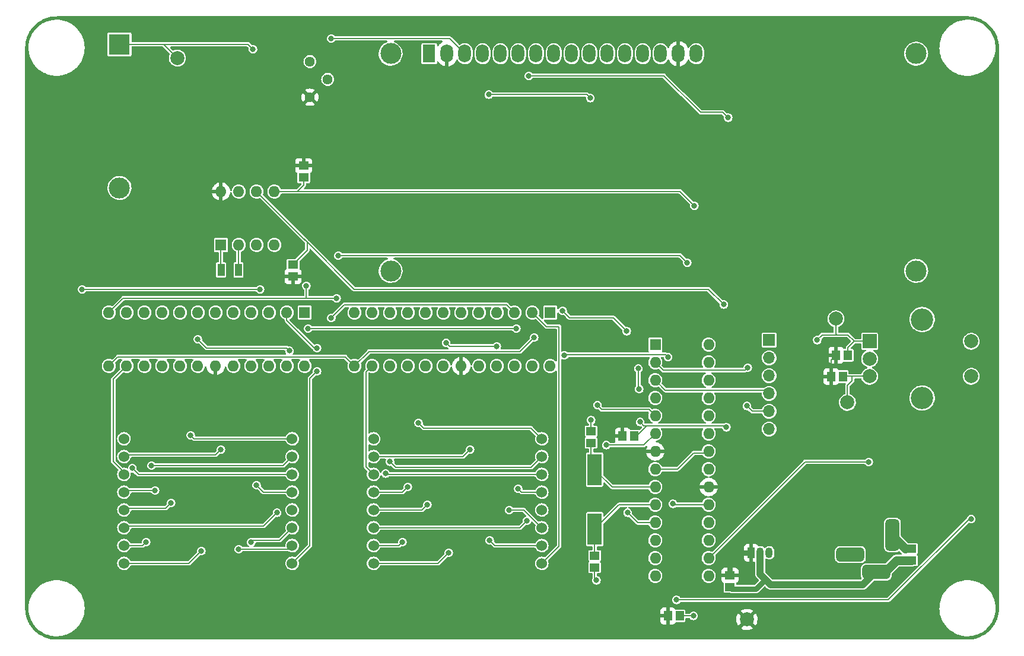
<source format=gbr>
%TF.GenerationSoftware,KiCad,Pcbnew,(6.0.5)*%
%TF.CreationDate,2022-07-13T23:51:26-04:00*%
%TF.ProjectId,Clock,436c6f63-6b2e-46b6-9963-61645f706362,rev?*%
%TF.SameCoordinates,PX4c4b400PY8a48640*%
%TF.FileFunction,Copper,L1,Top*%
%TF.FilePolarity,Positive*%
%FSLAX46Y46*%
G04 Gerber Fmt 4.6, Leading zero omitted, Abs format (unit mm)*
G04 Created by KiCad (PCBNEW (6.0.5)) date 2022-07-13 23:51:26*
%MOMM*%
%LPD*%
G01*
G04 APERTURE LIST*
G04 Aperture macros list*
%AMRoundRect*
0 Rectangle with rounded corners*
0 $1 Rounding radius*
0 $2 $3 $4 $5 $6 $7 $8 $9 X,Y pos of 4 corners*
0 Add a 4 corners polygon primitive as box body*
4,1,4,$2,$3,$4,$5,$6,$7,$8,$9,$2,$3,0*
0 Add four circle primitives for the rounded corners*
1,1,$1+$1,$2,$3*
1,1,$1+$1,$4,$5*
1,1,$1+$1,$6,$7*
1,1,$1+$1,$8,$9*
0 Add four rect primitives between the rounded corners*
20,1,$1+$1,$2,$3,$4,$5,0*
20,1,$1+$1,$4,$5,$6,$7,0*
20,1,$1+$1,$6,$7,$8,$9,0*
20,1,$1+$1,$8,$9,$2,$3,0*%
G04 Aperture macros list end*
%TA.AperFunction,SMDPad,CuDef*%
%ADD10R,1.000000X1.800000*%
%TD*%
%TA.AperFunction,SMDPad,CuDef*%
%ADD11R,1.150000X1.400000*%
%TD*%
%TA.AperFunction,ComponentPad*%
%ADD12R,1.600000X1.600000*%
%TD*%
%TA.AperFunction,ComponentPad*%
%ADD13O,1.600000X1.600000*%
%TD*%
%TA.AperFunction,SMDPad,CuDef*%
%ADD14R,1.400000X1.150000*%
%TD*%
%TA.AperFunction,ComponentPad*%
%ADD15C,1.524000*%
%TD*%
%TA.AperFunction,ComponentPad*%
%ADD16C,2.000000*%
%TD*%
%TA.AperFunction,SMDPad,CuDef*%
%ADD17R,2.000000X4.500000*%
%TD*%
%TA.AperFunction,ComponentPad*%
%ADD18C,3.000000*%
%TD*%
%TA.AperFunction,ComponentPad*%
%ADD19R,1.800000X2.600000*%
%TD*%
%TA.AperFunction,ComponentPad*%
%ADD20O,1.800000X2.600000*%
%TD*%
%TA.AperFunction,ComponentPad*%
%ADD21R,2.000000X2.000000*%
%TD*%
%TA.AperFunction,ComponentPad*%
%ADD22C,3.200000*%
%TD*%
%TA.AperFunction,ComponentPad*%
%ADD23C,1.440000*%
%TD*%
%TA.AperFunction,ComponentPad*%
%ADD24R,1.050000X1.500000*%
%TD*%
%TA.AperFunction,ComponentPad*%
%ADD25O,1.050000X1.500000*%
%TD*%
%TA.AperFunction,ComponentPad*%
%ADD26RoundRect,0.500000X0.500000X-1.750000X0.500000X1.750000X-0.500000X1.750000X-0.500000X-1.750000X0*%
%TD*%
%TA.AperFunction,ComponentPad*%
%ADD27RoundRect,0.500000X1.500000X0.500000X-1.500000X0.500000X-1.500000X-0.500000X1.500000X-0.500000X0*%
%TD*%
%TA.AperFunction,ComponentPad*%
%ADD28R,3.000000X3.000000*%
%TD*%
%TA.AperFunction,ComponentPad*%
%ADD29R,1.700000X1.700000*%
%TD*%
%TA.AperFunction,ComponentPad*%
%ADD30O,1.700000X1.700000*%
%TD*%
%TA.AperFunction,ViaPad*%
%ADD31C,0.812800*%
%TD*%
%TA.AperFunction,Conductor*%
%ADD32C,0.203200*%
%TD*%
%TA.AperFunction,Conductor*%
%ADD33C,1.016000*%
%TD*%
%TA.AperFunction,Conductor*%
%ADD34C,1.270000*%
%TD*%
%TA.AperFunction,Conductor*%
%ADD35C,0.762000*%
%TD*%
G04 APERTURE END LIST*
D10*
%TO.P,Y2,1,1*%
%TO.N,Net-(U4-Pad1)*%
X28468000Y53296000D03*
%TO.P,Y2,2,2*%
%TO.N,Net-(U4-Pad2)*%
X30968000Y53296000D03*
%TD*%
D11*
%TO.P,R1,1*%
%TO.N,VCC*%
X85774000Y29557000D03*
%TO.P,R1,2*%
%TO.N,~{RST}*%
X87474000Y29557000D03*
%TD*%
D12*
%TO.P,U5,1,DIN*%
%TO.N,D1OD2I*%
X75453000Y47200000D03*
D13*
%TO.P,U5,2,DIG_0*%
%TO.N,Net-(D1-Pad9)*%
X72913000Y47200000D03*
%TO.P,U5,3,DIG_4*%
%TO.N,Net-(D1-Pad1)*%
X70373000Y47200000D03*
%TO.P,U5,4,GND*%
%TO.N,GND*%
X67833000Y47200000D03*
%TO.P,U5,5,DIG_6*%
%TO.N,Net-(D1-Pad2)*%
X65293000Y47200000D03*
%TO.P,U5,6,DIG_2*%
%TO.N,Net-(D1-Pad8)*%
X62753000Y47200000D03*
%TO.P,U5,7,DIG_3*%
%TO.N,Net-(D1-Pad12)*%
X60213000Y47200000D03*
%TO.P,U5,8,DIG_7*%
%TO.N,Net-(D1-Pad5)*%
X57673000Y47200000D03*
%TO.P,U5,9,GND*%
%TO.N,GND*%
X55133000Y47200000D03*
%TO.P,U5,10,DIG_5*%
%TO.N,Net-(D1-Pad7)*%
X52593000Y47200000D03*
%TO.P,U5,11,DIG_1*%
%TO.N,Net-(D1-Pad14)*%
X50053000Y47200000D03*
%TO.P,U5,12,LOAD*%
%TO.N,DATA MAX*%
X47513000Y47200000D03*
%TO.P,U5,13,CLK*%
%TO.N,SCK*%
X47513000Y39580000D03*
%TO.P,U5,14,SEG_A*%
%TO.N,Net-(D1-Pad3)*%
X50053000Y39580000D03*
%TO.P,U5,15,SEG_F*%
%TO.N,Net-(D1-Pad15)*%
X52593000Y39580000D03*
%TO.P,U5,16,SEG_B*%
%TO.N,Net-(D1-Pad4)*%
X55133000Y39580000D03*
%TO.P,U5,17,SEG_G*%
%TO.N,Net-(D1-Pad16)*%
X57673000Y39580000D03*
%TO.P,U5,18,ISET*%
%TO.N,Net-(R7-Pad2)*%
X60213000Y39580000D03*
%TO.P,U5,19,V+*%
%TO.N,VCC*%
X62753000Y39580000D03*
%TO.P,U5,20,SEG_C*%
%TO.N,Net-(D1-Pad10)*%
X65293000Y39580000D03*
%TO.P,U5,21,SEG_E*%
%TO.N,Net-(D1-Pad11)*%
X67833000Y39580000D03*
%TO.P,U5,22,SEG_DP*%
%TO.N,Net-(D1-Pad13)*%
X70373000Y39580000D03*
%TO.P,U5,23,SEG_D*%
%TO.N,Net-(D1-Pad6)*%
X72913000Y39580000D03*
%TO.P,U5,24,DOUT*%
%TO.N,unconnected-(U5-Pad24)*%
X75453000Y39580000D03*
%TD*%
D14*
%TO.P,C6,1*%
%TO.N,Net-(C6-Pad1)*%
X81798000Y12500000D03*
%TO.P,C6,2*%
%TO.N,GND*%
X81798000Y10800000D03*
%TD*%
D15*
%TO.P,D2,1,R5*%
%TO.N,Net-(D2-Pad1)*%
X14618000Y29176000D03*
%TO.P,D2,2,R7*%
%TO.N,Net-(D2-Pad2)*%
X14618000Y26636000D03*
%TO.P,D2,3,C2*%
%TO.N,Net-(D2-Pad3)*%
X14618000Y24096000D03*
%TO.P,D2,4,C3*%
%TO.N,Net-(D2-Pad4)*%
X14618000Y21556000D03*
%TO.P,D2,5,R8*%
%TO.N,Net-(D2-Pad5)*%
X14618000Y19016000D03*
%TO.P,D2,6,C5*%
%TO.N,Net-(D2-Pad6)*%
X14618000Y16476000D03*
%TO.P,D2,7,R6*%
%TO.N,Net-(D2-Pad7)*%
X14618000Y13936000D03*
%TO.P,D2,8,R3*%
%TO.N,Net-(D2-Pad8)*%
X14618000Y11396000D03*
%TO.P,D2,9,R1*%
%TO.N,Net-(D2-Pad9)*%
X38618000Y11396000D03*
%TO.P,D2,10,C4*%
%TO.N,Net-(D2-Pad10)*%
X38618000Y13936000D03*
%TO.P,D2,11,C6*%
%TO.N,Net-(D2-Pad11)*%
X38618000Y16476000D03*
%TO.P,D2,12,R4*%
%TO.N,Net-(D2-Pad12)*%
X38618000Y19016000D03*
%TO.P,D2,13,C1*%
%TO.N,Net-(D2-Pad13)*%
X38618000Y21556000D03*
%TO.P,D2,14,R2*%
%TO.N,Net-(D2-Pad14)*%
X38618000Y24096000D03*
%TO.P,D2,15,C7*%
%TO.N,Net-(D2-Pad15)*%
X38618000Y26636000D03*
%TO.P,D2,16,C8*%
%TO.N,Net-(D2-Pad16)*%
X38618000Y29176000D03*
%TD*%
D16*
%TO.P,TP2,1,1*%
%TO.N,ROT ENC A OUT*%
X116215000Y46321000D03*
%TD*%
D14*
%TO.P,C3,1*%
%TO.N,VCC*%
X101102000Y9706000D03*
%TO.P,C3,2*%
%TO.N,GND*%
X101102000Y8006000D03*
%TD*%
D11*
%TO.P,C4,1*%
%TO.N,VCC*%
X92251000Y3903000D03*
%TO.P,C4,2*%
%TO.N,GND*%
X93951000Y3903000D03*
%TD*%
D14*
%TO.P,R12,1*%
%TO.N,VCC*%
X38745000Y52368000D03*
%TO.P,R12,2*%
%TO.N,A5 SCK*%
X38745000Y54068000D03*
%TD*%
D17*
%TO.P,Y1,1,1*%
%TO.N,Net-(C5-Pad1)*%
X81798000Y24790000D03*
%TO.P,Y1,2,2*%
%TO.N,Net-(C6-Pad1)*%
X81798000Y16290000D03*
%TD*%
D16*
%TO.P,TP1,1,1*%
%TO.N,VCC*%
X103515000Y3395000D03*
%TD*%
D14*
%TO.P,C5,1*%
%TO.N,Net-(C5-Pad1)*%
X81290000Y28580000D03*
%TO.P,C5,2*%
%TO.N,GND*%
X81290000Y30280000D03*
%TD*%
D12*
%TO.P,U6,1,DIN*%
%TO.N,LOAD MAX*%
X40396000Y47210000D03*
D13*
%TO.P,U6,2,DIG_0*%
%TO.N,Net-(D2-Pad9)*%
X37856000Y47210000D03*
%TO.P,U6,3,DIG_4*%
%TO.N,Net-(D2-Pad1)*%
X35316000Y47210000D03*
%TO.P,U6,4,GND*%
%TO.N,GND*%
X32776000Y47210000D03*
%TO.P,U6,5,DIG_6*%
%TO.N,Net-(D2-Pad2)*%
X30236000Y47210000D03*
%TO.P,U6,6,DIG_2*%
%TO.N,Net-(D2-Pad8)*%
X27696000Y47210000D03*
%TO.P,U6,7,DIG_3*%
%TO.N,Net-(D2-Pad12)*%
X25156000Y47210000D03*
%TO.P,U6,8,DIG_7*%
%TO.N,Net-(D2-Pad5)*%
X22616000Y47210000D03*
%TO.P,U6,9,GND*%
%TO.N,GND*%
X20076000Y47210000D03*
%TO.P,U6,10,DIG_5*%
%TO.N,Net-(D2-Pad7)*%
X17536000Y47210000D03*
%TO.P,U6,11,DIG_1*%
%TO.N,Net-(D2-Pad14)*%
X14996000Y47210000D03*
%TO.P,U6,12,LOAD*%
%TO.N,DATA MAX*%
X12456000Y47210000D03*
%TO.P,U6,13,CLK*%
%TO.N,SCK*%
X12456000Y39590000D03*
%TO.P,U6,14,SEG_A*%
%TO.N,Net-(D2-Pad3)*%
X14996000Y39590000D03*
%TO.P,U6,15,SEG_F*%
%TO.N,Net-(D2-Pad15)*%
X17536000Y39590000D03*
%TO.P,U6,16,SEG_B*%
%TO.N,Net-(D2-Pad4)*%
X20076000Y39590000D03*
%TO.P,U6,17,SEG_G*%
%TO.N,Net-(D2-Pad16)*%
X22616000Y39590000D03*
%TO.P,U6,18,ISET*%
%TO.N,Net-(R9-Pad2)*%
X25156000Y39590000D03*
%TO.P,U6,19,V+*%
%TO.N,VCC*%
X27696000Y39590000D03*
%TO.P,U6,20,SEG_C*%
%TO.N,Net-(D2-Pad10)*%
X30236000Y39590000D03*
%TO.P,U6,21,SEG_E*%
%TO.N,Net-(D2-Pad11)*%
X32776000Y39590000D03*
%TO.P,U6,22,SEG_DP*%
%TO.N,Net-(D2-Pad13)*%
X35316000Y39590000D03*
%TO.P,U6,23,SEG_D*%
%TO.N,Net-(D2-Pad6)*%
X37856000Y39590000D03*
%TO.P,U6,24,DOUT*%
%TO.N,D1OD2I*%
X40396000Y39590000D03*
%TD*%
D16*
%TO.P,TP3,1,1*%
%TO.N,ROT ENC B OUT*%
X117866000Y34383000D03*
%TD*%
D14*
%TO.P,R13,1*%
%TO.N,VCC*%
X40269000Y68165000D03*
%TO.P,R13,2*%
%TO.N,A4 SDA*%
X40269000Y66465000D03*
%TD*%
D18*
%TO.P,DS1,*%
%TO.N,*%
X127680000Y84157500D03*
X52680900Y53156800D03*
X52680900Y84157500D03*
X127679480Y53156800D03*
D19*
%TO.P,DS1,1,VSS*%
%TO.N,GND*%
X58180000Y84157500D03*
D20*
%TO.P,DS1,2,VDD*%
%TO.N,VCC*%
X60720000Y84157500D03*
%TO.P,DS1,3,VO*%
%TO.N,Net-(DS1-Pad3)*%
X63260000Y84157500D03*
%TO.P,DS1,4,RS*%
%TO.N,LCD RS*%
X65800000Y84157500D03*
%TO.P,DS1,5,R/W*%
%TO.N,GND*%
X68340000Y84157500D03*
%TO.P,DS1,6,E*%
%TO.N,LCD E*%
X70880000Y84157500D03*
%TO.P,DS1,7,D0*%
%TO.N,unconnected-(DS1-Pad7)*%
X73420000Y84157500D03*
%TO.P,DS1,8,D1*%
%TO.N,unconnected-(DS1-Pad8)*%
X75960000Y84157500D03*
%TO.P,DS1,9,D2*%
%TO.N,unconnected-(DS1-Pad9)*%
X78500000Y84157500D03*
%TO.P,DS1,10,D3*%
%TO.N,unconnected-(DS1-Pad10)*%
X81040000Y84157500D03*
%TO.P,DS1,11,D4*%
%TO.N,LCD D4*%
X83580000Y84157500D03*
%TO.P,DS1,12,D5*%
%TO.N,LCD D5*%
X86120000Y84157500D03*
%TO.P,DS1,13,D6*%
%TO.N,LCD D6*%
X88660000Y84157500D03*
%TO.P,DS1,14,D7*%
%TO.N,LCD D7*%
X91200000Y84157500D03*
%TO.P,DS1,15,LED(+)*%
%TO.N,VCC*%
X93740000Y84157500D03*
%TO.P,DS1,16,LED(-)*%
%TO.N,Net-(DS1-Pad16)*%
X96280000Y84157500D03*
%TD*%
D11*
%TO.P,R2,1*%
%TO.N,VCC*%
X115531000Y38066000D03*
%TO.P,R2,2*%
%TO.N,ROT ENC B OUT*%
X117231000Y38066000D03*
%TD*%
D21*
%TO.P,SW1,A,A*%
%TO.N,ROT ENC A OUT*%
X121030000Y43106000D03*
D16*
%TO.P,SW1,B,B*%
%TO.N,ROT ENC B OUT*%
X121030000Y38106000D03*
%TO.P,SW1,C,C*%
%TO.N,GND*%
X121030000Y40606000D03*
D22*
%TO.P,SW1,MP*%
%TO.N,N/C*%
X128530000Y46206000D03*
X128530000Y35006000D03*
D16*
%TO.P,SW1,S1,S1*%
%TO.N,ROT ENC SWITCH*%
X135530000Y38106000D03*
%TO.P,SW1,S2,S2*%
%TO.N,GND*%
X135530000Y43106000D03*
%TD*%
D12*
%TO.P,U4,1,X1*%
%TO.N,Net-(U4-Pad1)*%
X28458000Y56862000D03*
D13*
%TO.P,U4,2,X2*%
%TO.N,Net-(U4-Pad2)*%
X30998000Y56862000D03*
%TO.P,U4,3,VBAT*%
%TO.N,VBAT*%
X33538000Y56862000D03*
%TO.P,U4,4,GND*%
%TO.N,GND*%
X36078000Y56862000D03*
%TO.P,U4,5,SDA*%
%TO.N,A4 SDA*%
X36078000Y64482000D03*
%TO.P,U4,6,SCL*%
%TO.N,A5 SCK*%
X33538000Y64482000D03*
%TO.P,U4,7,SQW/OUT*%
%TO.N,unconnected-(U4-Pad7)*%
X30998000Y64482000D03*
%TO.P,U4,8,VCC*%
%TO.N,VCC*%
X28458000Y64482000D03*
%TD*%
D23*
%TO.P,RV1,1,1*%
%TO.N,VCC*%
X41158000Y77944000D03*
%TO.P,RV1,2,2*%
%TO.N,Net-(DS1-Pad3)*%
X43698000Y80484000D03*
%TO.P,RV1,3,3*%
%TO.N,GND*%
X41158000Y83024000D03*
%TD*%
D16*
%TO.P,TP4,1,1*%
%TO.N,VBAT*%
X22235000Y83532000D03*
%TD*%
D14*
%TO.P,C2,1*%
%TO.N,Net-(C2-Pad1)*%
X127010000Y13516000D03*
%TO.P,C2,2*%
%TO.N,GND*%
X127010000Y11816000D03*
%TD*%
D12*
%TO.P,U2,1,~{RESET}/PC6*%
%TO.N,~{RST}*%
X90444000Y42628000D03*
D13*
%TO.P,U2,2,PD0*%
%TO.N,RXD*%
X90444000Y40088000D03*
%TO.P,U2,3,PD1*%
%TO.N,TXD*%
X90444000Y37548000D03*
%TO.P,U2,4,PD2*%
%TO.N,LOAD MAX*%
X90444000Y35008000D03*
%TO.P,U2,5,PD3*%
%TO.N,LCD RS*%
X90444000Y32468000D03*
%TO.P,U2,6,PD4*%
%TO.N,LCD D4*%
X90444000Y29928000D03*
%TO.P,U2,7,VCC*%
%TO.N,VCC*%
X90444000Y27388000D03*
%TO.P,U2,8,GND*%
%TO.N,GND*%
X90444000Y24848000D03*
%TO.P,U2,9,XTAL1/PB6*%
%TO.N,Net-(C5-Pad1)*%
X90444000Y22308000D03*
%TO.P,U2,10,XTAL2/PB7*%
%TO.N,Net-(C6-Pad1)*%
X90444000Y19768000D03*
%TO.P,U2,11,PD5*%
%TO.N,LCD D5*%
X90444000Y17228000D03*
%TO.P,U2,12,PD6*%
%TO.N,LCD D6*%
X90444000Y14688000D03*
%TO.P,U2,13,PD7*%
%TO.N,LCD D7*%
X90444000Y12148000D03*
%TO.P,U2,14,PB0*%
%TO.N,ROT ENC SWITCH*%
X90444000Y9608000D03*
%TO.P,U2,15,PB1*%
%TO.N,ROT ENC A OUT*%
X98064000Y9608000D03*
%TO.P,U2,16,PB2*%
%TO.N,ROT ENC B OUT*%
X98064000Y12148000D03*
%TO.P,U2,17,PB3*%
%TO.N,DATA MAX*%
X98064000Y14688000D03*
%TO.P,U2,18,PB4*%
%TO.N,LCD E*%
X98064000Y17228000D03*
%TO.P,U2,19,PB5*%
%TO.N,SCK*%
X98064000Y19768000D03*
%TO.P,U2,20,AVCC*%
%TO.N,VCC*%
X98064000Y22308000D03*
%TO.P,U2,21,AREF*%
%TO.N,Net-(C1-Pad1)*%
X98064000Y24848000D03*
%TO.P,U2,22,GND*%
%TO.N,GND*%
X98064000Y27388000D03*
%TO.P,U2,23,PC0*%
%TO.N,unconnected-(U2-Pad23)*%
X98064000Y29928000D03*
%TO.P,U2,24,PC1*%
%TO.N,unconnected-(U2-Pad24)*%
X98064000Y32468000D03*
%TO.P,U2,25,PC2*%
%TO.N,unconnected-(U2-Pad25)*%
X98064000Y35008000D03*
%TO.P,U2,26,PC3*%
%TO.N,unconnected-(U2-Pad26)*%
X98064000Y37548000D03*
%TO.P,U2,27,PC4*%
%TO.N,A4 SDA*%
X98064000Y40088000D03*
%TO.P,U2,28,PC5*%
%TO.N,A5 SCK*%
X98064000Y42628000D03*
%TD*%
D24*
%TO.P,U3,1,VO*%
%TO.N,VCC*%
X104150000Y12920000D03*
D25*
%TO.P,U3,2,GND*%
%TO.N,GND*%
X105420000Y12920000D03*
%TO.P,U3,3,VI*%
%TO.N,Net-(C2-Pad1)*%
X106690000Y12920000D03*
%TD*%
D11*
%TO.P,R3,1*%
%TO.N,ROT ENC A OUT*%
X117954000Y41114000D03*
%TO.P,R3,2*%
%TO.N,VCC*%
X116254000Y41114000D03*
%TD*%
D15*
%TO.P,D1,1,R5*%
%TO.N,Net-(D1-Pad1)*%
X50240000Y29176000D03*
%TO.P,D1,2,R7*%
%TO.N,Net-(D1-Pad2)*%
X50240000Y26636000D03*
%TO.P,D1,3,C2*%
%TO.N,Net-(D1-Pad3)*%
X50240000Y24096000D03*
%TO.P,D1,4,C3*%
%TO.N,Net-(D1-Pad4)*%
X50240000Y21556000D03*
%TO.P,D1,5,R8*%
%TO.N,Net-(D1-Pad5)*%
X50240000Y19016000D03*
%TO.P,D1,6,C5*%
%TO.N,Net-(D1-Pad6)*%
X50240000Y16476000D03*
%TO.P,D1,7,R6*%
%TO.N,Net-(D1-Pad7)*%
X50240000Y13936000D03*
%TO.P,D1,8,R3*%
%TO.N,Net-(D1-Pad8)*%
X50240000Y11396000D03*
%TO.P,D1,9,R1*%
%TO.N,Net-(D1-Pad9)*%
X74240000Y11396000D03*
%TO.P,D1,10,C4*%
%TO.N,Net-(D1-Pad10)*%
X74240000Y13936000D03*
%TO.P,D1,11,C6*%
%TO.N,Net-(D1-Pad11)*%
X74240000Y16476000D03*
%TO.P,D1,12,R4*%
%TO.N,Net-(D1-Pad12)*%
X74240000Y19016000D03*
%TO.P,D1,13,C1*%
%TO.N,Net-(D1-Pad13)*%
X74240000Y21556000D03*
%TO.P,D1,14,R2*%
%TO.N,Net-(D1-Pad14)*%
X74240000Y24096000D03*
%TO.P,D1,15,C7*%
%TO.N,Net-(D1-Pad15)*%
X74240000Y26636000D03*
%TO.P,D1,16,C8*%
%TO.N,Net-(D1-Pad16)*%
X74240000Y29176000D03*
%TD*%
D26*
%TO.P,J1,1,POLE*%
%TO.N,Net-(C2-Pad1)*%
X124287000Y15460000D03*
D27*
%TO.P,J1,2,OUT*%
%TO.N,GND*%
X121987000Y10160000D03*
%TO.P,J1,3,OUT*%
%TO.N,unconnected-(J1-Pad3)*%
X118287000Y12660000D03*
%TD*%
D28*
%TO.P,BT1,1,+*%
%TO.N,VBAT*%
X13980017Y85493686D03*
D18*
%TO.P,BT1,2,-*%
%TO.N,GND*%
X13980017Y65003686D03*
%TD*%
D29*
%TO.P,J2,1,Pin_1*%
%TO.N,GND*%
X106690000Y43273000D03*
D30*
%TO.P,J2,2,Pin_2*%
X106690000Y40733000D03*
%TO.P,J2,3,Pin_3*%
%TO.N,unconnected-(J2-Pad3)*%
X106690000Y38193000D03*
%TO.P,J2,4,Pin_4*%
%TO.N,TXD*%
X106690000Y35653000D03*
%TO.P,J2,5,Pin_5*%
%TO.N,RXD*%
X106690000Y33113000D03*
%TO.P,J2,6,Pin_6*%
%TO.N,~{RESET BTN}*%
X106690000Y30573000D03*
%TD*%
D31*
%TO.N,LCD D5*%
X86497000Y18635000D03*
%TO.N,LCD D4*%
X83449000Y28287000D03*
%TO.N,LCD E*%
X100848000Y75023000D03*
X72400000Y80992000D03*
%TO.N,GND*%
X81290000Y31843000D03*
X95895000Y3903000D03*
X82052000Y8983000D03*
%TO.N,LCD RS*%
X66685000Y78325000D03*
X82179000Y34002000D03*
X81163000Y77817000D03*
%TO.N,VCC*%
X60462000Y28414000D03*
X25156000Y30954000D03*
X105039000Y16603000D03*
%TO.N,ROT ENC SWITCH*%
X93482000Y6189000D03*
X135519000Y17746000D03*
%TO.N,DATA MAX*%
X95006000Y54322000D03*
X45222000Y55338000D03*
X44968000Y49242000D03*
X40650000Y51020000D03*
%TO.N,~{RST}*%
X88021000Y39209000D03*
X88275000Y31589000D03*
X88148000Y36288000D03*
X100594000Y30827000D03*
%TO.N,RXD*%
X103515000Y33875000D03*
X103642000Y39336000D03*
%TO.N,Net-(D2-Pad1)*%
X8646000Y50512000D03*
X34046000Y50512000D03*
%TO.N,Net-(D2-Pad2)*%
X28458000Y27652000D03*
%TO.N,Net-(D2-Pad4)*%
X19060000Y21810000D03*
%TO.N,Net-(D2-Pad5)*%
X21346000Y20032000D03*
%TO.N,Net-(D2-Pad6)*%
X36459000Y18635000D03*
%TO.N,Net-(D2-Pad7)*%
X17790000Y14444000D03*
%TO.N,Net-(D2-Pad8)*%
X25664000Y13174000D03*
%TO.N,Net-(D2-Pad9)*%
X42174000Y42130000D03*
X42174000Y38828000D03*
%TO.N,Net-(D2-Pad10)*%
X30998000Y13428000D03*
%TO.N,Net-(D2-Pad11)*%
X32776000Y14444000D03*
%TO.N,Net-(D2-Pad12)*%
X25156000Y43400000D03*
X38237000Y41749000D03*
%TO.N,Net-(D2-Pad13)*%
X33538000Y22572000D03*
%TO.N,Net-(D2-Pad14)*%
X15809300Y24985966D03*
%TO.N,Net-(D2-Pad15)*%
X18552000Y25366000D03*
%TO.N,Net-(D2-Pad16)*%
X24140000Y29684000D03*
%TO.N,A4 SDA*%
X96022000Y62450000D03*
%TO.N,A5 SCK*%
X100213000Y48353000D03*
%TO.N,VBAT*%
X33030000Y84802000D03*
%TO.N,ROT ENC A OUT*%
X113548000Y43273000D03*
%TO.N,ROT ENC B OUT*%
X120914000Y25874000D03*
%TO.N,LOAD MAX*%
X86370000Y44543000D03*
X77226000Y47464000D03*
%TO.N,SCK*%
X92974000Y19905000D03*
X77480000Y41114000D03*
X73162000Y43654000D03*
X92259011Y40860000D03*
%TO.N,D1OD2I*%
X40904000Y44924000D03*
X70622000Y44924000D03*
%TO.N,Net-(D1-Pad1)*%
X44206000Y46448000D03*
%TO.N,Net-(D1-Pad2)*%
X64018000Y27652000D03*
%TO.N,Net-(D1-Pad4)*%
X55128000Y22318000D03*
%TO.N,Net-(D1-Pad5)*%
X57922000Y19778000D03*
%TO.N,Net-(D1-Pad6)*%
X72146000Y17492000D03*
%TO.N,Net-(D1-Pad7)*%
X54366000Y14444000D03*
%TO.N,Net-(D1-Pad8)*%
X60970000Y12920000D03*
%TO.N,Net-(D1-Pad10)*%
X66812000Y14698000D03*
%TO.N,Net-(D1-Pad11)*%
X69606000Y19016000D03*
%TO.N,Net-(D1-Pad12)*%
X67828000Y42384000D03*
X60589000Y42892000D03*
%TO.N,Net-(D1-Pad13)*%
X70876000Y22064000D03*
%TO.N,Net-(D1-Pad14)*%
X51953000Y24223000D03*
%TO.N,Net-(D1-Pad15)*%
X52588000Y25925300D03*
%TO.N,Net-(D1-Pad16)*%
X56652000Y31462000D03*
%TO.N,Net-(DS1-Pad3)*%
X44206000Y86326000D03*
%TD*%
D32*
%TO.N,LCD D5*%
X86497000Y18635000D02*
X87904000Y17228000D01*
X87904000Y17228000D02*
X90444000Y17228000D01*
%TO.N,LCD D4*%
X83449000Y28287000D02*
X88803000Y28287000D01*
X88803000Y28287000D02*
X90444000Y29928000D01*
%TO.N,LCD E*%
X91704000Y80992000D02*
X72400000Y80992000D01*
X100848000Y75023000D02*
X100086000Y75785000D01*
X100086000Y75785000D02*
X96911000Y75785000D01*
X96911000Y75785000D02*
X91704000Y80992000D01*
%TO.N,GND*%
X93951000Y3903000D02*
X95895000Y3903000D01*
D33*
X105420000Y12920000D02*
X105420000Y9872000D01*
D32*
X121860000Y10160000D02*
X123234000Y10160000D01*
D34*
X124890000Y11816000D02*
X127010000Y11816000D01*
D35*
X101356000Y7752000D02*
X104824000Y7752000D01*
D33*
X106944000Y8348000D02*
X120048000Y8348000D01*
D32*
X93599000Y24848000D02*
X95895000Y27144000D01*
X81798000Y9237000D02*
X82052000Y8983000D01*
D35*
X104824000Y7752000D02*
X106182000Y9110000D01*
D33*
X120048000Y8348000D02*
X121860000Y10160000D01*
D32*
X90444000Y24848000D02*
X93599000Y24848000D01*
D33*
X106182000Y9110000D02*
X106944000Y8348000D01*
D32*
X97820000Y27144000D02*
X98064000Y27388000D01*
D35*
X101102000Y8006000D02*
X101356000Y7752000D01*
D34*
X123234000Y10160000D02*
X124890000Y11816000D01*
D32*
X81290000Y30280000D02*
X81290000Y31843000D01*
X81798000Y10800000D02*
X81798000Y9237000D01*
X95895000Y27144000D02*
X97820000Y27144000D01*
D33*
X105420000Y9872000D02*
X106182000Y9110000D01*
D32*
%TO.N,LCD RS*%
X66685000Y78325000D02*
X80655000Y78325000D01*
X82179000Y34002000D02*
X82814000Y33367000D01*
X80655000Y78325000D02*
X81163000Y77817000D01*
X82814000Y33367000D02*
X89545000Y33367000D01*
X89545000Y33367000D02*
X90444000Y32468000D01*
D35*
%TO.N,VCC*%
X101102000Y11484000D02*
X102538000Y12920000D01*
X101102000Y9706000D02*
X101102000Y11484000D01*
D32*
X115531000Y38066000D02*
X115531000Y40391000D01*
D35*
X102538000Y12920000D02*
X104150000Y12920000D01*
D32*
X115531000Y40391000D02*
X116254000Y41114000D01*
%TO.N,Net-(C5-Pad1)*%
X84280000Y22308000D02*
X90444000Y22308000D01*
X81798000Y24790000D02*
X84280000Y22308000D01*
X81290000Y28580000D02*
X81290000Y25298000D01*
X81290000Y25298000D02*
X81798000Y24790000D01*
%TO.N,ROT ENC SWITCH*%
X135519000Y17746000D02*
X135265000Y17746000D01*
X135265000Y17746000D02*
X123708000Y6189000D01*
X123708000Y6189000D02*
X93482000Y6189000D01*
%TO.N,DATA MAX*%
X78242000Y55338000D02*
X93990000Y55338000D01*
X93990000Y55338000D02*
X95006000Y54322000D01*
X40650000Y49242000D02*
X44968000Y49242000D01*
X45222000Y55338000D02*
X78242000Y55338000D01*
X14488000Y49242000D02*
X40650000Y49242000D01*
X12456000Y47210000D02*
X14488000Y49242000D01*
X40650000Y49242000D02*
X40650000Y51020000D01*
%TO.N,~{RST}*%
X88275000Y31589000D02*
X88831689Y31032311D01*
X87767000Y29557000D02*
X89242311Y31032311D01*
X100388689Y31032311D02*
X89242311Y31032311D01*
X88831689Y31032311D02*
X89242311Y31032311D01*
X100594000Y30827000D02*
X100388689Y31032311D01*
X87474000Y29557000D02*
X87767000Y29557000D01*
X88021000Y36415000D02*
X88021000Y39209000D01*
X88148000Y36288000D02*
X88021000Y36415000D01*
%TO.N,RXD*%
X106690000Y33113000D02*
X104277000Y33113000D01*
X103642000Y39336000D02*
X103289689Y38983689D01*
X103289689Y38983689D02*
X91548311Y38983689D01*
X91548311Y38983689D02*
X90444000Y40088000D01*
X104277000Y33113000D02*
X103515000Y33875000D01*
%TO.N,TXD*%
X91879689Y36112311D02*
X90444000Y37548000D01*
X106230689Y36112311D02*
X91879689Y36112311D01*
X106690000Y35653000D02*
X106230689Y36112311D01*
%TO.N,Net-(D2-Pad1)*%
X8646000Y50512000D02*
X34046000Y50512000D01*
%TO.N,Net-(D2-Pad2)*%
X28458000Y27652000D02*
X27696000Y26890000D01*
X27696000Y26890000D02*
X14680000Y26890000D01*
%TO.N,Net-(D2-Pad3)*%
X14680000Y24350000D02*
X13091000Y25939000D01*
X13091000Y25939000D02*
X13091000Y37685000D01*
X13091000Y37685000D02*
X14996000Y39590000D01*
%TO.N,Net-(D2-Pad4)*%
X14680000Y21810000D02*
X19060000Y21810000D01*
%TO.N,Net-(D2-Pad5)*%
X21346000Y20032000D02*
X20584000Y19270000D01*
X20584000Y19270000D02*
X14680000Y19270000D01*
%TO.N,Net-(D2-Pad6)*%
X34554000Y16730000D02*
X14680000Y16730000D01*
X36459000Y18635000D02*
X34554000Y16730000D01*
%TO.N,Net-(D2-Pad7)*%
X17282000Y13936000D02*
X17790000Y14444000D01*
X14618000Y13936000D02*
X17282000Y13936000D01*
%TO.N,Net-(D2-Pad8)*%
X23886000Y11396000D02*
X14618000Y11396000D01*
X25664000Y13174000D02*
X23886000Y11396000D01*
%TO.N,Net-(D2-Pad9)*%
X41158000Y14190000D02*
X41158000Y37812000D01*
X41158000Y37812000D02*
X42174000Y38828000D01*
X37856000Y46078630D02*
X37856000Y47210000D01*
X41804630Y42130000D02*
X37856000Y46078630D01*
X42174000Y42130000D02*
X41804630Y42130000D01*
X41158000Y13936000D02*
X41158000Y14190000D01*
X38618000Y11396000D02*
X41158000Y13936000D01*
%TO.N,Net-(D2-Pad10)*%
X38618000Y13936000D02*
X38110000Y13428000D01*
X38110000Y13428000D02*
X30998000Y13428000D01*
%TO.N,Net-(D2-Pad11)*%
X36332000Y14698000D02*
X33030000Y14698000D01*
X38618000Y16476000D02*
X36840000Y14698000D01*
X36840000Y14698000D02*
X36332000Y14698000D01*
X33030000Y14698000D02*
X32776000Y14444000D01*
%TO.N,Net-(D2-Pad12)*%
X37856000Y42130000D02*
X26426000Y42130000D01*
X38237000Y41749000D02*
X37856000Y42130000D01*
X26426000Y42130000D02*
X25156000Y43400000D01*
%TO.N,Net-(D2-Pad13)*%
X38618000Y21556000D02*
X34554000Y21556000D01*
X34554000Y21556000D02*
X33538000Y22572000D01*
%TO.N,Net-(D2-Pad14)*%
X16699266Y24096000D02*
X15809300Y24985966D01*
X38618000Y24096000D02*
X16699266Y24096000D01*
%TO.N,Net-(D2-Pad15)*%
X38618000Y26636000D02*
X37348000Y25366000D01*
X37348000Y25366000D02*
X18552000Y25366000D01*
%TO.N,Net-(D2-Pad16)*%
X24648000Y29176000D02*
X24140000Y29684000D01*
X38618000Y29176000D02*
X24648000Y29176000D01*
%TO.N,Net-(U4-Pad1)*%
X28458000Y56862000D02*
X28458000Y53306000D01*
%TO.N,A4 SDA*%
X39380000Y64482000D02*
X36078000Y64482000D01*
X93990000Y64482000D02*
X39380000Y64482000D01*
X40269000Y65371000D02*
X39380000Y64482000D01*
X40269000Y66465000D02*
X40269000Y65371000D01*
X96022000Y62450000D02*
X93990000Y64482000D01*
%TO.N,Net-(U4-Pad2)*%
X30968000Y53296000D02*
X30968000Y56832000D01*
%TO.N,A5 SCK*%
X38745000Y54068000D02*
X40777000Y56100000D01*
X76464000Y50512000D02*
X98054000Y50512000D01*
X40777000Y57243000D02*
X40586500Y57433500D01*
X40586500Y57433500D02*
X39951500Y58068500D01*
X40777000Y56100000D02*
X40777000Y57243000D01*
X40459500Y57560500D02*
X39951500Y58068500D01*
X47508000Y50512000D02*
X40777000Y57243000D01*
X98054000Y50512000D02*
X100213000Y48353000D01*
X76464000Y50512000D02*
X47508000Y50512000D01*
X39951500Y58068500D02*
X33538000Y64482000D01*
%TO.N,VBAT*%
X20273314Y85493686D02*
X18481686Y85493686D01*
X32338314Y85493686D02*
X18495314Y85493686D01*
X18495314Y85493686D02*
X18481686Y85493686D01*
X22235000Y83532000D02*
X20273314Y85493686D01*
X18481686Y85493686D02*
X13980017Y85493686D01*
X33030000Y84802000D02*
X32338314Y85493686D01*
%TO.N,ROT ENC A OUT*%
X117954000Y42218000D02*
X117954000Y41114000D01*
X121030000Y43106000D02*
X118842000Y43106000D01*
X117924689Y44023311D02*
X118842000Y43106000D01*
X118842000Y43106000D02*
X117954000Y42218000D01*
X116353689Y44023311D02*
X117924689Y44023311D01*
X116215000Y44162000D02*
X116353689Y44023311D01*
X114298311Y44023311D02*
X116353689Y44023311D01*
X113548000Y43273000D02*
X114298311Y44023311D01*
X116215000Y46321000D02*
X116215000Y44162000D01*
%TO.N,ROT ENC B OUT*%
X121030000Y38106000D02*
X118541000Y38106000D01*
X117271000Y38106000D02*
X117231000Y38066000D01*
X111790000Y25874000D02*
X98064000Y12148000D01*
X117866000Y34383000D02*
X117866000Y36796000D01*
X117866000Y36796000D02*
X118541000Y37471000D01*
X120914000Y25874000D02*
X111790000Y25874000D01*
X118541000Y37471000D02*
X118541000Y38106000D01*
X118541000Y38106000D02*
X117271000Y38106000D01*
%TO.N,LOAD MAX*%
X84465000Y46448000D02*
X78242000Y46448000D01*
X86370000Y44543000D02*
X84465000Y46448000D01*
X78242000Y46448000D02*
X77226000Y47464000D01*
%TO.N,SCK*%
X73162000Y43654000D02*
X71130000Y41622000D01*
X49555000Y41622000D02*
X47513000Y39580000D01*
X92259011Y40860000D02*
X91926700Y41192311D01*
X13726000Y40860000D02*
X12456000Y39590000D01*
X77558311Y41192311D02*
X77480000Y41114000D01*
X47513000Y39580000D02*
X46233000Y40860000D01*
X93111000Y19768000D02*
X98064000Y19768000D01*
X71130000Y41622000D02*
X49555000Y41622000D01*
X91926700Y41192311D02*
X77558311Y41192311D01*
X92974000Y19905000D02*
X93111000Y19768000D01*
X46233000Y40860000D02*
X13726000Y40860000D01*
%TO.N,D1OD2I*%
X40904000Y44924000D02*
X70622000Y44924000D01*
D34*
%TO.N,Net-(C2-Pad1)*%
X124159993Y15460000D02*
X126104007Y13516011D01*
D32*
X126104000Y13516000D02*
X127010000Y13516000D01*
%TO.N,Net-(C6-Pad1)*%
X81798000Y16290000D02*
X85276000Y19768000D01*
X85276000Y19768000D02*
X90444000Y19768000D01*
X81798000Y12500000D02*
X81798000Y16290000D01*
%TO.N,Net-(D1-Pad1)*%
X69268689Y48304311D02*
X70373000Y47200000D01*
X44206000Y46448000D02*
X46062311Y48304311D01*
X46062311Y48304311D02*
X69268689Y48304311D01*
%TO.N,Net-(D1-Pad2)*%
X63002000Y26636000D02*
X64018000Y27652000D01*
X50240000Y26636000D02*
X63002000Y26636000D01*
%TO.N,Net-(D1-Pad3)*%
X49173689Y38700689D02*
X50053000Y39580000D01*
X49173689Y25162311D02*
X49173689Y38700689D01*
X50240000Y24096000D02*
X49173689Y25162311D01*
%TO.N,Net-(D1-Pad4)*%
X50240000Y21556000D02*
X54366000Y21556000D01*
X54366000Y21556000D02*
X55128000Y22318000D01*
%TO.N,Net-(D1-Pad5)*%
X50240000Y19016000D02*
X57160000Y19016000D01*
X57160000Y19016000D02*
X57922000Y19778000D01*
%TO.N,Net-(D1-Pad6)*%
X50240000Y16476000D02*
X71130000Y16476000D01*
X71130000Y16476000D02*
X72146000Y17492000D01*
%TO.N,Net-(D1-Pad7)*%
X53858000Y13936000D02*
X50240000Y13936000D01*
X54366000Y14444000D02*
X53858000Y13936000D01*
%TO.N,Net-(D1-Pad8)*%
X59446000Y11396000D02*
X60970000Y12920000D01*
X50240000Y11396000D02*
X59446000Y11396000D01*
%TO.N,Net-(D1-Pad9)*%
X74935000Y45178000D02*
X72913000Y47200000D01*
X74240000Y11396000D02*
X76718000Y13874000D01*
X76718000Y13874000D02*
X76718000Y45178000D01*
X76718000Y45178000D02*
X74935000Y45178000D01*
%TO.N,Net-(D1-Pad10)*%
X74240000Y13936000D02*
X67574000Y13936000D01*
X67574000Y13936000D02*
X66812000Y14698000D01*
%TO.N,Net-(D1-Pad11)*%
X71700000Y19016000D02*
X69606000Y19016000D01*
X74240000Y16476000D02*
X71700000Y19016000D01*
%TO.N,Net-(D1-Pad12)*%
X61097000Y42384000D02*
X60589000Y42892000D01*
X67828000Y42384000D02*
X61097000Y42384000D01*
%TO.N,Net-(D1-Pad13)*%
X74240000Y21556000D02*
X71384000Y21556000D01*
X71384000Y21556000D02*
X70876000Y22064000D01*
%TO.N,Net-(D1-Pad14)*%
X52080000Y24096000D02*
X74240000Y24096000D01*
X51953000Y24223000D02*
X52080000Y24096000D01*
%TO.N,Net-(D1-Pad15)*%
X53401300Y25112000D02*
X72716000Y25112000D01*
X72716000Y25112000D02*
X74240000Y26636000D01*
X52588000Y25925300D02*
X53401300Y25112000D01*
%TO.N,Net-(D1-Pad16)*%
X72716000Y30700000D02*
X74240000Y29176000D01*
X57414000Y30700000D02*
X72716000Y30700000D01*
X56652000Y31462000D02*
X57414000Y30700000D01*
%TO.N,Net-(DS1-Pad3)*%
X61091500Y86326000D02*
X63260000Y84157500D01*
X44206000Y86326000D02*
X61091500Y86326000D01*
%TD*%
%TA.AperFunction,Conductor*%
%TO.N,VCC*%
G36*
X134970018Y89490000D02*
G01*
X134984851Y89487690D01*
X134984855Y89487690D01*
X134993724Y89486309D01*
X135014183Y89488984D01*
X135036007Y89489928D01*
X135385965Y89474648D01*
X135396913Y89473690D01*
X135774498Y89423981D01*
X135785307Y89422074D01*
X136157114Y89339647D01*
X136167731Y89336802D01*
X136530939Y89222282D01*
X136541254Y89218529D01*
X136893123Y89072780D01*
X136903067Y89068142D01*
X137111825Y88959470D01*
X137240867Y88892295D01*
X137250387Y88886799D01*
X137571574Y88682180D01*
X137580578Y88675876D01*
X137882716Y88444038D01*
X137891137Y88436972D01*
X138171914Y88179686D01*
X138179686Y88171914D01*
X138436972Y87891137D01*
X138444038Y87882716D01*
X138675876Y87580578D01*
X138682180Y87571574D01*
X138886799Y87250387D01*
X138892294Y87240868D01*
X139049515Y86938851D01*
X139068138Y86903076D01*
X139072780Y86893123D01*
X139216968Y86545022D01*
X139218526Y86541261D01*
X139222282Y86530939D01*
X139278257Y86353413D01*
X139336802Y86167732D01*
X139339647Y86157115D01*
X139421704Y85786981D01*
X139422073Y85785315D01*
X139423981Y85774498D01*
X139471246Y85415480D01*
X139473690Y85396914D01*
X139474648Y85385965D01*
X139489014Y85056946D01*
X139489603Y85043448D01*
X139488223Y85018571D01*
X139486309Y85006276D01*
X139487473Y84997374D01*
X139487473Y84997372D01*
X139490436Y84974717D01*
X139491500Y84958379D01*
X139491500Y5049367D01*
X139490000Y5029982D01*
X139487690Y5015149D01*
X139487690Y5015145D01*
X139486309Y5006276D01*
X139488984Y4985817D01*
X139489928Y4963993D01*
X139482650Y4797302D01*
X139474648Y4614036D01*
X139473690Y4603087D01*
X139424350Y4228302D01*
X139423982Y4225510D01*
X139422074Y4214693D01*
X139339647Y3842886D01*
X139336802Y3832269D01*
X139247300Y3548404D01*
X139222285Y3469068D01*
X139218529Y3458746D01*
X139091268Y3151510D01*
X139072784Y3106886D01*
X139068142Y3096933D01*
X138930916Y2833324D01*
X138892295Y2759133D01*
X138886800Y2749615D01*
X138853839Y2697877D01*
X138682180Y2428426D01*
X138675876Y2419422D01*
X138444038Y2117284D01*
X138436972Y2108863D01*
X138179686Y1828086D01*
X138171914Y1820314D01*
X137891137Y1563028D01*
X137882716Y1555962D01*
X137580578Y1324124D01*
X137571574Y1317820D01*
X137466609Y1250950D01*
X137274727Y1128707D01*
X137250387Y1113201D01*
X137240868Y1107706D01*
X136903067Y931858D01*
X136893123Y927220D01*
X136541254Y781471D01*
X136530939Y777718D01*
X136167732Y663198D01*
X136157115Y660353D01*
X135785307Y577926D01*
X135774498Y576019D01*
X135396914Y526310D01*
X135385965Y525352D01*
X135043446Y510397D01*
X135018571Y511777D01*
X135006276Y513691D01*
X134997374Y512527D01*
X134997372Y512527D01*
X134982323Y510559D01*
X134974714Y509564D01*
X134958379Y508500D01*
X5049367Y508500D01*
X5029982Y510000D01*
X5015149Y512310D01*
X5015145Y512310D01*
X5006276Y513691D01*
X4985817Y511016D01*
X4963993Y510072D01*
X4614035Y525352D01*
X4603086Y526310D01*
X4225502Y576019D01*
X4214693Y577926D01*
X3842885Y660353D01*
X3832268Y663198D01*
X3469061Y777718D01*
X3458746Y781471D01*
X3106877Y927220D01*
X3096933Y931858D01*
X2759132Y1107706D01*
X2749613Y1113201D01*
X2725274Y1128707D01*
X2533391Y1250950D01*
X2428426Y1317820D01*
X2419422Y1324124D01*
X2117284Y1555962D01*
X2108863Y1563028D01*
X1828086Y1820314D01*
X1820314Y1828086D01*
X1563028Y2108863D01*
X1555962Y2117284D01*
X1324124Y2419422D01*
X1317820Y2428426D01*
X1146161Y2697877D01*
X1113200Y2749615D01*
X1107705Y2759133D01*
X1069084Y2833324D01*
X931858Y3096933D01*
X927216Y3106886D01*
X908733Y3151510D01*
X781471Y3458746D01*
X777715Y3469068D01*
X752701Y3548404D01*
X663198Y3832269D01*
X660353Y3842886D01*
X577926Y4214693D01*
X576018Y4225510D01*
X575651Y4228302D01*
X526310Y4603087D01*
X525352Y4614036D01*
X517350Y4797302D01*
X510561Y4952794D01*
X512188Y4979195D01*
X512769Y4982648D01*
X512770Y4982655D01*
X513576Y4987448D01*
X513729Y5000000D01*
X511727Y5013981D01*
X994883Y5013981D01*
X995033Y5010800D01*
X1013319Y4623064D01*
X1013974Y4609167D01*
X1014445Y4606014D01*
X1014446Y4606006D01*
X1030517Y4498475D01*
X1073876Y4208354D01*
X1074662Y4205272D01*
X1074662Y4205270D01*
X1155691Y3887381D01*
X1173975Y3815648D01*
X1313248Y3435067D01*
X1366968Y3324435D01*
X1485487Y3080356D01*
X1490268Y3070509D01*
X1491940Y3067802D01*
X1491941Y3067800D01*
X1688458Y2749613D01*
X1703223Y2725706D01*
X1705155Y2723188D01*
X1705162Y2723178D01*
X1947991Y2406717D01*
X1949932Y2404188D01*
X1952114Y2401872D01*
X1952123Y2401862D01*
X2108597Y2235817D01*
X2227869Y2109249D01*
X2534189Y1843906D01*
X2536799Y1842071D01*
X2536805Y1842067D01*
X2736373Y1701808D01*
X2865755Y1610877D01*
X3219173Y1412548D01*
X3222087Y1411281D01*
X3222091Y1411279D01*
X3375386Y1344625D01*
X3590825Y1250950D01*
X3774813Y1192232D01*
X3973860Y1128707D01*
X3973869Y1128705D01*
X3976904Y1127736D01*
X4192469Y1082309D01*
X4370339Y1044826D01*
X4370344Y1044825D01*
X4373458Y1044169D01*
X4776427Y1001104D01*
X4779614Y1001087D01*
X4779620Y1001087D01*
X4963626Y1000124D01*
X5181685Y998982D01*
X5334498Y1013696D01*
X5581918Y1037520D01*
X5581923Y1037521D01*
X5585083Y1037825D01*
X5588202Y1038448D01*
X5588207Y1038449D01*
X5784157Y1077604D01*
X5982491Y1117235D01*
X6251745Y1200068D01*
X6366794Y1235462D01*
X6366798Y1235464D01*
X6369839Y1236399D01*
X6372775Y1237639D01*
X6372780Y1237641D01*
X6577514Y1324124D01*
X6743162Y1394096D01*
X7098637Y1588714D01*
X7432626Y1818257D01*
X7462870Y1843906D01*
X7739278Y2078317D01*
X7739280Y2078319D01*
X7741708Y2080378D01*
X7818929Y2160623D01*
X102645867Y2160623D01*
X102651190Y2153126D01*
X102651546Y2152876D01*
X102856721Y2032983D01*
X102866008Y2028533D01*
X103088009Y1943759D01*
X103097907Y1940883D01*
X103330774Y1893506D01*
X103341001Y1892287D01*
X103578478Y1883579D01*
X103588764Y1884046D01*
X103824474Y1914241D01*
X103834559Y1916384D01*
X104062177Y1984673D01*
X104071754Y1988426D01*
X104285169Y2092977D01*
X104294014Y2098250D01*
X104371794Y2153730D01*
X104380195Y2164430D01*
X104373207Y2177583D01*
X103527812Y3022978D01*
X103513868Y3030592D01*
X103512035Y3030461D01*
X103505420Y3026210D01*
X102653126Y2173916D01*
X102645867Y2160623D01*
X7818929Y2160623D01*
X8022718Y2372391D01*
X8151202Y2536252D01*
X8270818Y2688803D01*
X8270822Y2688808D01*
X8272781Y2691307D01*
X8275117Y2695001D01*
X8462479Y2991380D01*
X8489334Y3033861D01*
X8490754Y3036710D01*
X8490759Y3036718D01*
X8551393Y3158331D01*
X91168001Y3158331D01*
X91168371Y3151510D01*
X91173895Y3100648D01*
X91177521Y3085396D01*
X91222676Y2964946D01*
X91231214Y2949351D01*
X91307715Y2847276D01*
X91320276Y2834715D01*
X91422351Y2758214D01*
X91437946Y2749676D01*
X91558394Y2704522D01*
X91573649Y2700895D01*
X91624514Y2695369D01*
X91631328Y2695000D01*
X91978885Y2695000D01*
X91994124Y2699475D01*
X91995329Y2700865D01*
X91997000Y2708548D01*
X91997000Y2713116D01*
X92505000Y2713116D01*
X92509475Y2697877D01*
X92510865Y2696672D01*
X92518548Y2695001D01*
X92870669Y2695001D01*
X92877490Y2695371D01*
X92928352Y2700895D01*
X92943604Y2704521D01*
X93064054Y2749676D01*
X93079649Y2758214D01*
X93181724Y2834715D01*
X93194281Y2847272D01*
X93270420Y2948865D01*
X93327280Y2991380D01*
X93371247Y2999300D01*
X94546064Y2999300D01*
X94605480Y3011119D01*
X94672860Y3056140D01*
X94695101Y3089426D01*
X94710987Y3113202D01*
X94710987Y3113203D01*
X94717881Y3123520D01*
X94729700Y3182936D01*
X94729700Y3471700D01*
X94749702Y3539821D01*
X94803358Y3586314D01*
X94855700Y3597700D01*
X95298113Y3597700D01*
X95366234Y3577698D01*
X95398076Y3548404D01*
X95459871Y3467871D01*
X95587317Y3370078D01*
X95661525Y3339340D01*
X95728102Y3311763D01*
X95728105Y3311762D01*
X95735732Y3308603D01*
X95895000Y3287635D01*
X95903188Y3288713D01*
X96046080Y3307525D01*
X96054268Y3308603D01*
X96061895Y3311762D01*
X96061898Y3311763D01*
X96128475Y3339340D01*
X96202683Y3370078D01*
X96276623Y3426814D01*
X102002581Y3426814D01*
X102016260Y3189576D01*
X102017696Y3179356D01*
X102069937Y2947547D01*
X102073018Y2937713D01*
X102162423Y2717537D01*
X102167072Y2708335D01*
X102272374Y2536495D01*
X102282830Y2527034D01*
X102291608Y2530818D01*
X103142978Y3382188D01*
X103149356Y3393868D01*
X103879408Y3393868D01*
X103879539Y3392035D01*
X103883790Y3385420D01*
X104732958Y2536252D01*
X104744969Y2529693D01*
X104756707Y2538661D01*
X104809017Y2611457D01*
X104814332Y2620303D01*
X104919614Y2833324D01*
X104923412Y2842917D01*
X104992492Y3070286D01*
X104994669Y3080356D01*
X105025924Y3317760D01*
X105026443Y3324435D01*
X105028086Y3391636D01*
X105027892Y3398353D01*
X105008273Y3636979D01*
X105006588Y3647159D01*
X104948698Y3877630D01*
X104945378Y3887381D01*
X104850620Y4105312D01*
X104845753Y4114387D01*
X104756545Y4252282D01*
X104745859Y4261486D01*
X104736292Y4257082D01*
X103887022Y3407812D01*
X103879408Y3393868D01*
X103149356Y3393868D01*
X103150592Y3396132D01*
X103150461Y3397965D01*
X103146210Y3404580D01*
X102296901Y4253889D01*
X102285365Y4260189D01*
X102273082Y4250565D01*
X102202225Y4146693D01*
X102197132Y4137729D01*
X102097077Y3922179D01*
X102093520Y3912511D01*
X102030016Y3683522D01*
X102028085Y3673403D01*
X102002833Y3437103D01*
X102002581Y3426814D01*
X96276623Y3426814D01*
X96330129Y3467871D01*
X96427922Y3595318D01*
X96489397Y3743732D01*
X96510365Y3903000D01*
X96489397Y4062268D01*
X96427922Y4210682D01*
X96330129Y4338129D01*
X96202683Y4435922D01*
X96128475Y4466660D01*
X96061898Y4494237D01*
X96061895Y4494238D01*
X96054268Y4497397D01*
X95895000Y4518365D01*
X95735732Y4497397D01*
X95728105Y4494238D01*
X95728102Y4494237D01*
X95661525Y4466660D01*
X95587318Y4435922D01*
X95459871Y4338129D01*
X95454848Y4331583D01*
X95398076Y4257596D01*
X95340738Y4215729D01*
X95298113Y4208300D01*
X94855700Y4208300D01*
X94787579Y4228302D01*
X94741086Y4281958D01*
X94729700Y4334300D01*
X94729700Y4623064D01*
X94729173Y4625714D01*
X102649082Y4625714D01*
X102655827Y4613383D01*
X103502188Y3767022D01*
X103516132Y3759408D01*
X103517965Y3759539D01*
X103524580Y3763790D01*
X104375190Y4614400D01*
X104382211Y4627257D01*
X104374438Y4637925D01*
X104356433Y4652144D01*
X104347847Y4657849D01*
X104139808Y4772692D01*
X104130409Y4776917D01*
X103906401Y4856242D01*
X103896444Y4858872D01*
X103662490Y4900547D01*
X103652239Y4901516D01*
X103414617Y4904419D01*
X103404333Y4903699D01*
X103169439Y4867755D01*
X103159411Y4865366D01*
X102933542Y4791542D01*
X102924034Y4787545D01*
X102713262Y4677823D01*
X102704527Y4672322D01*
X102657536Y4637040D01*
X102649082Y4625714D01*
X94729173Y4625714D01*
X94717881Y4682480D01*
X94672860Y4749860D01*
X94632366Y4776917D01*
X94615798Y4787987D01*
X94615797Y4787987D01*
X94605480Y4794881D01*
X94546064Y4806700D01*
X93371247Y4806700D01*
X93303126Y4826702D01*
X93270420Y4857135D01*
X93194281Y4958728D01*
X93181724Y4971285D01*
X93124755Y5013981D01*
X130994883Y5013981D01*
X130995033Y5010800D01*
X131013319Y4623064D01*
X131013974Y4609167D01*
X131014445Y4606014D01*
X131014446Y4606006D01*
X131030517Y4498475D01*
X131073876Y4208354D01*
X131074662Y4205272D01*
X131074662Y4205270D01*
X131155691Y3887381D01*
X131173975Y3815648D01*
X131313248Y3435067D01*
X131366968Y3324435D01*
X131485487Y3080356D01*
X131490268Y3070509D01*
X131491940Y3067802D01*
X131491941Y3067800D01*
X131688458Y2749613D01*
X131703223Y2725706D01*
X131705155Y2723188D01*
X131705162Y2723178D01*
X131947991Y2406717D01*
X131949932Y2404188D01*
X131952114Y2401872D01*
X131952123Y2401862D01*
X132108597Y2235817D01*
X132227869Y2109249D01*
X132534189Y1843906D01*
X132536799Y1842071D01*
X132536805Y1842067D01*
X132736373Y1701808D01*
X132865755Y1610877D01*
X133219173Y1412548D01*
X133222087Y1411281D01*
X133222091Y1411279D01*
X133375386Y1344625D01*
X133590825Y1250950D01*
X133774813Y1192232D01*
X133973860Y1128707D01*
X133973869Y1128705D01*
X133976904Y1127736D01*
X134192469Y1082309D01*
X134370339Y1044826D01*
X134370344Y1044825D01*
X134373458Y1044169D01*
X134776427Y1001104D01*
X134779614Y1001087D01*
X134779620Y1001087D01*
X134963626Y1000124D01*
X135181685Y998982D01*
X135334498Y1013696D01*
X135581918Y1037520D01*
X135581923Y1037521D01*
X135585083Y1037825D01*
X135588202Y1038448D01*
X135588207Y1038449D01*
X135784157Y1077604D01*
X135982491Y1117235D01*
X136251745Y1200068D01*
X136366794Y1235462D01*
X136366798Y1235464D01*
X136369839Y1236399D01*
X136372775Y1237639D01*
X136372780Y1237641D01*
X136577514Y1324124D01*
X136743162Y1394096D01*
X137098637Y1588714D01*
X137432626Y1818257D01*
X137462870Y1843906D01*
X137739278Y2078317D01*
X137739280Y2078319D01*
X137741708Y2080378D01*
X138022718Y2372391D01*
X138151202Y2536252D01*
X138270818Y2688803D01*
X138270822Y2688808D01*
X138272781Y2691307D01*
X138275117Y2695001D01*
X138462479Y2991380D01*
X138489334Y3033861D01*
X138490754Y3036710D01*
X138490759Y3036718D01*
X138668742Y3393698D01*
X138670162Y3396546D01*
X138813412Y3775647D01*
X138824056Y3815648D01*
X138912140Y4146693D01*
X138917619Y4167284D01*
X138918874Y4175115D01*
X138956503Y4410047D01*
X138981715Y4567447D01*
X138984085Y4608540D01*
X139000977Y4901516D01*
X139005043Y4972039D01*
X139005141Y5000000D01*
X139003622Y5029982D01*
X138984799Y5401572D01*
X138984798Y5401577D01*
X138984638Y5404745D01*
X138931214Y5753871D01*
X138923821Y5802185D01*
X138923819Y5802194D01*
X138923337Y5805345D01*
X138826235Y6180812D01*
X138822664Y6194621D01*
X138822661Y6194629D01*
X138821867Y6197701D01*
X138816935Y6211034D01*
X138682376Y6574796D01*
X138682373Y6574802D01*
X138681267Y6577793D01*
X138502975Y6941731D01*
X138288818Y7285788D01*
X138040989Y7606442D01*
X137986482Y7663880D01*
X137764223Y7898093D01*
X137764220Y7898095D01*
X137762024Y7900410D01*
X137454779Y8164682D01*
X137122401Y8396552D01*
X136859568Y8542843D01*
X136771078Y8592096D01*
X136771076Y8592097D01*
X136768293Y8593646D01*
X136765373Y8594904D01*
X136765368Y8594906D01*
X136399014Y8752684D01*
X136399004Y8752688D01*
X136396080Y8753947D01*
X136009573Y8875812D01*
X135725282Y8934686D01*
X135615855Y8957347D01*
X135615852Y8957347D01*
X135612730Y8957994D01*
X135291518Y8991188D01*
X135212769Y8999326D01*
X135212766Y8999326D01*
X135209613Y8999652D01*
X135206447Y8999658D01*
X135206438Y8999658D01*
X135006225Y9000007D01*
X134804350Y9000359D01*
X134630432Y8983000D01*
X134404274Y8960427D01*
X134404270Y8960426D01*
X134401090Y8960109D01*
X134397950Y8959470D01*
X134397949Y8959470D01*
X134007096Y8879950D01*
X134007089Y8879948D01*
X134003962Y8879312D01*
X133617032Y8758797D01*
X133614092Y8757543D01*
X133247199Y8601050D01*
X133247195Y8601048D01*
X133244262Y8599797D01*
X132889468Y8403940D01*
X132886847Y8402125D01*
X132886842Y8402122D01*
X132792361Y8336700D01*
X132556283Y8173232D01*
X132553855Y8171158D01*
X132553852Y8171156D01*
X132546272Y8164682D01*
X132248118Y7910034D01*
X132245918Y7907732D01*
X132245915Y7907729D01*
X132153338Y7810853D01*
X131968128Y7617042D01*
X131966171Y7614529D01*
X131966170Y7614527D01*
X131748555Y7334987D01*
X131719181Y7297255D01*
X131717485Y7294551D01*
X131717482Y7294547D01*
X131582176Y7078851D01*
X131503824Y6953947D01*
X131324263Y6590633D01*
X131182337Y6211034D01*
X131181529Y6207955D01*
X131181527Y6207948D01*
X131096730Y5884719D01*
X131079498Y5819036D01*
X131016800Y5418651D01*
X131016629Y5415485D01*
X131016628Y5415480D01*
X131000118Y5110631D01*
X130994883Y5013981D01*
X93124755Y5013981D01*
X93079649Y5047786D01*
X93064054Y5056324D01*
X92943606Y5101478D01*
X92928351Y5105105D01*
X92877486Y5110631D01*
X92870672Y5111000D01*
X92523115Y5111000D01*
X92507876Y5106525D01*
X92506671Y5105135D01*
X92505000Y5097452D01*
X92505000Y2713116D01*
X91997000Y2713116D01*
X91997000Y3630885D01*
X91992525Y3646124D01*
X91991135Y3647329D01*
X91983452Y3649000D01*
X91186116Y3649000D01*
X91170877Y3644525D01*
X91169672Y3643135D01*
X91168001Y3635452D01*
X91168001Y3158331D01*
X8551393Y3158331D01*
X8668742Y3393698D01*
X8670162Y3396546D01*
X8813412Y3775647D01*
X8824056Y3815648D01*
X8912140Y4146693D01*
X8917619Y4167284D01*
X8918874Y4175115D01*
X91168000Y4175115D01*
X91172475Y4159876D01*
X91173865Y4158671D01*
X91181548Y4157000D01*
X91978885Y4157000D01*
X91994124Y4161475D01*
X91995329Y4162865D01*
X91997000Y4170548D01*
X91997000Y5092884D01*
X91992525Y5108123D01*
X91991135Y5109328D01*
X91983452Y5110999D01*
X91631331Y5110999D01*
X91624510Y5110629D01*
X91573648Y5105105D01*
X91558396Y5101479D01*
X91437946Y5056324D01*
X91422351Y5047786D01*
X91320276Y4971285D01*
X91307715Y4958724D01*
X91231214Y4856649D01*
X91222676Y4841054D01*
X91177522Y4720606D01*
X91173895Y4705351D01*
X91168369Y4654486D01*
X91168000Y4647672D01*
X91168000Y4175115D01*
X8918874Y4175115D01*
X8956503Y4410047D01*
X8981715Y4567447D01*
X8984085Y4608540D01*
X9000977Y4901516D01*
X9005043Y4972039D01*
X9005141Y5000000D01*
X9003622Y5029982D01*
X8984799Y5401572D01*
X8984798Y5401577D01*
X8984638Y5404745D01*
X8931214Y5753871D01*
X8923821Y5802185D01*
X8923819Y5802194D01*
X8923337Y5805345D01*
X8826235Y6180812D01*
X8824118Y6189000D01*
X92866635Y6189000D01*
X92887603Y6029732D01*
X92949078Y5881318D01*
X92954105Y5874767D01*
X93009799Y5802185D01*
X93046871Y5753871D01*
X93174317Y5656078D01*
X93248525Y5625340D01*
X93315102Y5597763D01*
X93315105Y5597762D01*
X93322732Y5594603D01*
X93482000Y5573635D01*
X93490188Y5574713D01*
X93633080Y5593525D01*
X93641268Y5594603D01*
X93648895Y5597762D01*
X93648898Y5597763D01*
X93715475Y5625340D01*
X93789683Y5656078D01*
X93917129Y5753871D01*
X93954202Y5802185D01*
X93978924Y5834404D01*
X94036262Y5876271D01*
X94078887Y5883700D01*
X123654710Y5883700D01*
X123657535Y5883493D01*
X123662628Y5881744D01*
X123712357Y5883611D01*
X123717083Y5883700D01*
X123736393Y5883700D01*
X123741180Y5884592D01*
X123744898Y5884833D01*
X123776282Y5886011D01*
X123786974Y5890605D01*
X123791059Y5891525D01*
X123804475Y5895601D01*
X123808374Y5897106D01*
X123819811Y5899236D01*
X123841253Y5912453D01*
X123857632Y5920961D01*
X123872604Y5927393D01*
X123872608Y5927396D01*
X123880779Y5930906D01*
X123885744Y5934985D01*
X123888070Y5937311D01*
X123888185Y5937402D01*
X123890193Y5939223D01*
X123890316Y5939087D01*
X123900250Y5946940D01*
X123906723Y5952810D01*
X123916628Y5958915D01*
X123933542Y5981158D01*
X123944736Y5993977D01*
X135118212Y17167453D01*
X135180524Y17201479D01*
X135255524Y17194767D01*
X135359732Y17151603D01*
X135519000Y17130635D01*
X135527188Y17131713D01*
X135670080Y17150525D01*
X135678268Y17151603D01*
X135685895Y17154762D01*
X135685898Y17154763D01*
X135782476Y17194767D01*
X135826683Y17213078D01*
X135954129Y17310871D01*
X135970904Y17332732D01*
X136036149Y17417762D01*
X136051922Y17438318D01*
X136103285Y17562319D01*
X136110237Y17579102D01*
X136110238Y17579105D01*
X136113397Y17586732D01*
X136117046Y17614445D01*
X136133287Y17737812D01*
X136134365Y17746000D01*
X136113397Y17905268D01*
X136109905Y17913700D01*
X136075376Y17997058D01*
X136051922Y18053682D01*
X135974316Y18154821D01*
X135959156Y18174578D01*
X135959155Y18174579D01*
X135954129Y18181129D01*
X135826683Y18278922D01*
X135732463Y18317949D01*
X135685898Y18337237D01*
X135685895Y18337238D01*
X135678268Y18340397D01*
X135666685Y18341922D01*
X135527188Y18360287D01*
X135519000Y18361365D01*
X135510812Y18360287D01*
X135371316Y18341922D01*
X135359732Y18340397D01*
X135352105Y18337238D01*
X135352102Y18337237D01*
X135294273Y18313283D01*
X135211318Y18278922D01*
X135147105Y18229650D01*
X135101744Y18194843D01*
X135083871Y18181129D01*
X135078848Y18174583D01*
X135063684Y18154821D01*
X134986078Y18053682D01*
X134962624Y17997058D01*
X134928096Y17913700D01*
X134924603Y17905268D01*
X134923525Y17897080D01*
X134919890Y17869470D01*
X134891167Y17804543D01*
X134884063Y17796822D01*
X128100039Y11012799D01*
X128037727Y10978773D01*
X127966912Y10983838D01*
X127961140Y10988159D01*
X127971192Y10971218D01*
X127968658Y10900266D01*
X127938201Y10850961D01*
X123618445Y6531205D01*
X123556133Y6497179D01*
X123529350Y6494300D01*
X94078887Y6494300D01*
X94010766Y6514302D01*
X93978924Y6543596D01*
X93922156Y6617578D01*
X93922155Y6617579D01*
X93917129Y6624129D01*
X93789683Y6721922D01*
X93715475Y6752660D01*
X93648898Y6780237D01*
X93648895Y6780238D01*
X93641268Y6783397D01*
X93482000Y6804365D01*
X93322732Y6783397D01*
X93315105Y6780238D01*
X93315102Y6780237D01*
X93248525Y6752659D01*
X93174318Y6721922D01*
X93046871Y6624129D01*
X92949078Y6496682D01*
X92887603Y6348268D01*
X92866635Y6189000D01*
X8824118Y6189000D01*
X8822664Y6194621D01*
X8822661Y6194629D01*
X8821867Y6197701D01*
X8816935Y6211034D01*
X8682376Y6574796D01*
X8682373Y6574802D01*
X8681267Y6577793D01*
X8502975Y6941731D01*
X8288818Y7285788D01*
X8040989Y7606442D01*
X7986482Y7663880D01*
X7764223Y7898093D01*
X7764220Y7898095D01*
X7762024Y7900410D01*
X7454779Y8164682D01*
X7122401Y8396552D01*
X6859568Y8542843D01*
X6771078Y8592096D01*
X6771076Y8592097D01*
X6768293Y8593646D01*
X6765373Y8594904D01*
X6765368Y8594906D01*
X6399014Y8752684D01*
X6399004Y8752688D01*
X6396080Y8753947D01*
X6009573Y8875812D01*
X5725282Y8934686D01*
X5615855Y8957347D01*
X5615852Y8957347D01*
X5612730Y8957994D01*
X5291518Y8991188D01*
X5212769Y8999326D01*
X5212766Y8999326D01*
X5209613Y8999652D01*
X5206447Y8999658D01*
X5206438Y8999658D01*
X5006225Y9000007D01*
X4804350Y9000359D01*
X4630432Y8983000D01*
X4404274Y8960427D01*
X4404270Y8960426D01*
X4401090Y8960109D01*
X4397950Y8959470D01*
X4397949Y8959470D01*
X4007096Y8879950D01*
X4007089Y8879948D01*
X4003962Y8879312D01*
X3617032Y8758797D01*
X3614092Y8757543D01*
X3247199Y8601050D01*
X3247195Y8601048D01*
X3244262Y8599797D01*
X2889468Y8403940D01*
X2886847Y8402125D01*
X2886842Y8402122D01*
X2792361Y8336700D01*
X2556283Y8173232D01*
X2553855Y8171158D01*
X2553852Y8171156D01*
X2546272Y8164682D01*
X2248118Y7910034D01*
X2245918Y7907732D01*
X2245915Y7907729D01*
X2153338Y7810853D01*
X1968128Y7617042D01*
X1966171Y7614529D01*
X1966170Y7614527D01*
X1748555Y7334987D01*
X1719181Y7297255D01*
X1717485Y7294551D01*
X1717482Y7294547D01*
X1582176Y7078851D01*
X1503824Y6953947D01*
X1324263Y6590633D01*
X1182337Y6211034D01*
X1181529Y6207955D01*
X1181527Y6207948D01*
X1096730Y5884719D01*
X1079498Y5819036D01*
X1016800Y5418651D01*
X1016629Y5415485D01*
X1016628Y5415480D01*
X1000118Y5110631D01*
X994883Y5013981D01*
X511727Y5013981D01*
X509773Y5027624D01*
X508500Y5045486D01*
X508500Y11409549D01*
X13647722Y11409549D01*
X13648238Y11403405D01*
X13655427Y11317797D01*
X13663569Y11220829D01*
X13715770Y11038782D01*
X13718588Y11033300D01*
X13718589Y11033296D01*
X13799516Y10875829D01*
X13799519Y10875825D01*
X13802337Y10870341D01*
X13824797Y10842004D01*
X13916143Y10726752D01*
X13916147Y10726747D01*
X13919972Y10721922D01*
X13924665Y10717928D01*
X13924666Y10717927D01*
X14020080Y10636724D01*
X14064195Y10599179D01*
X14229512Y10506786D01*
X14409627Y10448264D01*
X14597678Y10425840D01*
X14603813Y10426312D01*
X14603815Y10426312D01*
X14780362Y10439896D01*
X14780366Y10439897D01*
X14786504Y10440369D01*
X14792436Y10442025D01*
X14792440Y10442026D01*
X14877707Y10465833D01*
X14968911Y10491298D01*
X15137952Y10576687D01*
X15162616Y10595956D01*
X15282327Y10689485D01*
X15282328Y10689486D01*
X15287188Y10693283D01*
X15410935Y10836646D01*
X15504480Y11001314D01*
X15506427Y11007168D01*
X15508931Y11012791D01*
X15510741Y11011985D01*
X15546026Y11062807D01*
X15611617Y11089978D01*
X15625089Y11090700D01*
X23832710Y11090700D01*
X23835535Y11090493D01*
X23840628Y11088744D01*
X23890357Y11090611D01*
X23895083Y11090700D01*
X23914393Y11090700D01*
X23919180Y11091592D01*
X23922898Y11091833D01*
X23954282Y11093011D01*
X23964974Y11097605D01*
X23969059Y11098525D01*
X23982475Y11102601D01*
X23986374Y11104106D01*
X23997811Y11106236D01*
X24019253Y11119453D01*
X24035632Y11127961D01*
X24050604Y11134393D01*
X24050608Y11134396D01*
X24058779Y11137906D01*
X24063744Y11141985D01*
X24066070Y11144311D01*
X24066185Y11144402D01*
X24068193Y11146223D01*
X24068316Y11146087D01*
X24078250Y11153940D01*
X24084723Y11159810D01*
X24094628Y11165915D01*
X24111542Y11188158D01*
X24122736Y11200977D01*
X24331308Y11409549D01*
X37647722Y11409549D01*
X37648238Y11403405D01*
X37655427Y11317797D01*
X37663569Y11220829D01*
X37715770Y11038782D01*
X37718588Y11033300D01*
X37718589Y11033296D01*
X37799516Y10875829D01*
X37799519Y10875825D01*
X37802337Y10870341D01*
X37824797Y10842004D01*
X37916143Y10726752D01*
X37916147Y10726747D01*
X37919972Y10721922D01*
X37924665Y10717928D01*
X37924666Y10717927D01*
X38020080Y10636724D01*
X38064195Y10599179D01*
X38229512Y10506786D01*
X38409627Y10448264D01*
X38597678Y10425840D01*
X38603813Y10426312D01*
X38603815Y10426312D01*
X38780362Y10439896D01*
X38780366Y10439897D01*
X38786504Y10440369D01*
X38792436Y10442025D01*
X38792440Y10442026D01*
X38877707Y10465833D01*
X38968911Y10491298D01*
X39137952Y10576687D01*
X39162616Y10595956D01*
X39282327Y10689485D01*
X39282328Y10689486D01*
X39287188Y10693283D01*
X39410935Y10836646D01*
X39504480Y11001314D01*
X39564259Y11181015D01*
X39570044Y11226805D01*
X39587553Y11365403D01*
X39587554Y11365412D01*
X39587995Y11368906D01*
X39588373Y11396000D01*
X39587044Y11409549D01*
X49269722Y11409549D01*
X49270238Y11403405D01*
X49277427Y11317797D01*
X49285569Y11220829D01*
X49337770Y11038782D01*
X49340588Y11033300D01*
X49340589Y11033296D01*
X49421516Y10875829D01*
X49421519Y10875825D01*
X49424337Y10870341D01*
X49446797Y10842004D01*
X49538143Y10726752D01*
X49538147Y10726747D01*
X49541972Y10721922D01*
X49546665Y10717928D01*
X49546666Y10717927D01*
X49642080Y10636724D01*
X49686195Y10599179D01*
X49851512Y10506786D01*
X50031627Y10448264D01*
X50219678Y10425840D01*
X50225813Y10426312D01*
X50225815Y10426312D01*
X50402362Y10439896D01*
X50402366Y10439897D01*
X50408504Y10440369D01*
X50414436Y10442025D01*
X50414440Y10442026D01*
X50499707Y10465833D01*
X50590911Y10491298D01*
X50759952Y10576687D01*
X50784616Y10595956D01*
X50904327Y10689485D01*
X50904328Y10689486D01*
X50909188Y10693283D01*
X51032935Y10836646D01*
X51126480Y11001314D01*
X51128427Y11007168D01*
X51130931Y11012791D01*
X51132741Y11011985D01*
X51168026Y11062807D01*
X51233617Y11089978D01*
X51247089Y11090700D01*
X59392710Y11090700D01*
X59395535Y11090493D01*
X59400628Y11088744D01*
X59450357Y11090611D01*
X59455083Y11090700D01*
X59474393Y11090700D01*
X59479180Y11091592D01*
X59482898Y11091833D01*
X59514282Y11093011D01*
X59524974Y11097605D01*
X59529059Y11098525D01*
X59542475Y11102601D01*
X59546374Y11104106D01*
X59557811Y11106236D01*
X59579253Y11119453D01*
X59595632Y11127961D01*
X59610604Y11134393D01*
X59610608Y11134396D01*
X59618779Y11137906D01*
X59623744Y11141985D01*
X59626070Y11144311D01*
X59626185Y11144402D01*
X59628193Y11146223D01*
X59628316Y11146087D01*
X59638250Y11153940D01*
X59644723Y11159810D01*
X59654628Y11165915D01*
X59671542Y11188158D01*
X59682736Y11200977D01*
X60763817Y12282058D01*
X60826129Y12316084D01*
X60869357Y12317885D01*
X60970000Y12304635D01*
X60978188Y12305713D01*
X61121080Y12324525D01*
X61129268Y12325603D01*
X61136895Y12328762D01*
X61136898Y12328763D01*
X61220905Y12363560D01*
X61277683Y12387078D01*
X61405129Y12484871D01*
X61410220Y12491505D01*
X61475446Y12576510D01*
X61502922Y12612318D01*
X61539524Y12700684D01*
X61561237Y12753102D01*
X61561238Y12753105D01*
X61564397Y12760732D01*
X61585365Y12920000D01*
X61564397Y13079268D01*
X61553554Y13105447D01*
X61525158Y13174000D01*
X61502922Y13227682D01*
X61428186Y13325080D01*
X61410156Y13348578D01*
X61410155Y13348579D01*
X61405129Y13355129D01*
X61277683Y13452922D01*
X61192434Y13488233D01*
X61136898Y13511237D01*
X61136895Y13511238D01*
X61129268Y13514397D01*
X60970000Y13535365D01*
X60810732Y13514397D01*
X60803105Y13511238D01*
X60803102Y13511237D01*
X60747566Y13488233D01*
X60662318Y13452922D01*
X60534871Y13355129D01*
X60529848Y13348583D01*
X60511814Y13325080D01*
X60437078Y13227682D01*
X60414842Y13174000D01*
X60386447Y13105447D01*
X60375603Y13079268D01*
X60354635Y12920000D01*
X60367719Y12820623D01*
X60367885Y12819359D01*
X60356946Y12749210D01*
X60332060Y12713820D01*
X59356443Y11738203D01*
X59294133Y11704179D01*
X59267350Y11701300D01*
X51247148Y11701300D01*
X51179027Y11721302D01*
X51135897Y11768146D01*
X51051140Y11927550D01*
X51051139Y11927552D01*
X51048244Y11932996D01*
X50975500Y12022189D01*
X50932443Y12074983D01*
X50932440Y12074986D01*
X50928548Y12079758D01*
X50899539Y12103757D01*
X50787374Y12196548D01*
X50787375Y12196548D01*
X50782626Y12200476D01*
X50777209Y12203405D01*
X50777206Y12203407D01*
X50621455Y12287621D01*
X50621450Y12287623D01*
X50616035Y12290551D01*
X50570537Y12304635D01*
X50441008Y12344731D01*
X50441005Y12344732D01*
X50435121Y12346553D01*
X50428996Y12347197D01*
X50428995Y12347197D01*
X50252902Y12365705D01*
X50252901Y12365705D01*
X50246774Y12366349D01*
X50167232Y12359110D01*
X50064309Y12349744D01*
X50064306Y12349743D01*
X50058170Y12349185D01*
X50052264Y12347447D01*
X50052260Y12347446D01*
X49951822Y12317885D01*
X49876492Y12295714D01*
X49708659Y12207973D01*
X49561066Y12089305D01*
X49557107Y12084587D01*
X49557106Y12084586D01*
X49462700Y11972078D01*
X49439332Y11944229D01*
X49436369Y11938840D01*
X49436366Y11938835D01*
X49391757Y11857691D01*
X49348096Y11778271D01*
X49346235Y11772404D01*
X49346234Y11772402D01*
X49316959Y11680116D01*
X49290832Y11597752D01*
X49269722Y11409549D01*
X39587044Y11409549D01*
X39569892Y11584480D01*
X39567733Y11591633D01*
X39515155Y11765780D01*
X39517631Y11766528D01*
X39511336Y11825907D01*
X39546206Y11892447D01*
X41336196Y13682437D01*
X41338343Y13684291D01*
X41343180Y13686655D01*
X41357316Y13701893D01*
X41377035Y13723151D01*
X41380315Y13726556D01*
X41393956Y13740197D01*
X41396711Y13744213D01*
X41399166Y13747009D01*
X41412615Y13761507D01*
X41420528Y13770037D01*
X41424839Y13780843D01*
X41427074Y13784378D01*
X41433681Y13796751D01*
X41435376Y13800576D01*
X41441956Y13810168D01*
X41447772Y13834675D01*
X41453337Y13852271D01*
X41459378Y13867413D01*
X41459379Y13867416D01*
X41462673Y13875673D01*
X41463300Y13882068D01*
X41463300Y13885362D01*
X41463318Y13885513D01*
X41463450Y13888220D01*
X41463633Y13888211D01*
X41465103Y13900766D01*
X41465530Y13909507D01*
X41468217Y13920827D01*
X41464451Y13948497D01*
X41464380Y13949549D01*
X49269722Y13949549D01*
X49270238Y13943405D01*
X49284934Y13768397D01*
X49285569Y13760829D01*
X49337770Y13578782D01*
X49340588Y13573300D01*
X49340589Y13573296D01*
X49421516Y13415829D01*
X49421519Y13415825D01*
X49424337Y13410341D01*
X49446797Y13382004D01*
X49538143Y13266752D01*
X49538147Y13266747D01*
X49541972Y13261922D01*
X49546665Y13257928D01*
X49546666Y13257927D01*
X49675557Y13148233D01*
X49686195Y13139179D01*
X49851512Y13046786D01*
X50031627Y12988264D01*
X50219678Y12965840D01*
X50225813Y12966312D01*
X50225815Y12966312D01*
X50402362Y12979896D01*
X50402366Y12979897D01*
X50408504Y12980369D01*
X50414436Y12982025D01*
X50414440Y12982026D01*
X50523190Y13012390D01*
X50590911Y13031298D01*
X50759952Y13116687D01*
X50766611Y13121889D01*
X50904327Y13229485D01*
X50904328Y13229486D01*
X50909188Y13233283D01*
X51032935Y13376646D01*
X51126480Y13541314D01*
X51128427Y13547168D01*
X51130931Y13552791D01*
X51132741Y13551985D01*
X51168026Y13602807D01*
X51233617Y13629978D01*
X51247089Y13630700D01*
X53804710Y13630700D01*
X53807535Y13630493D01*
X53812628Y13628744D01*
X53862357Y13630611D01*
X53867083Y13630700D01*
X53886393Y13630700D01*
X53891180Y13631592D01*
X53894898Y13631833D01*
X53926282Y13633011D01*
X53936974Y13637605D01*
X53941059Y13638525D01*
X53954475Y13642601D01*
X53958374Y13644106D01*
X53969811Y13646236D01*
X53991253Y13659453D01*
X54007632Y13667961D01*
X54022604Y13674393D01*
X54022608Y13674396D01*
X54030779Y13677906D01*
X54035744Y13681985D01*
X54038070Y13684311D01*
X54038185Y13684402D01*
X54040193Y13686223D01*
X54040316Y13686087D01*
X54050250Y13693940D01*
X54056723Y13699810D01*
X54066628Y13705915D01*
X54083542Y13728158D01*
X54094736Y13740977D01*
X54159817Y13806058D01*
X54222129Y13840084D01*
X54265357Y13841885D01*
X54366000Y13828635D01*
X54374188Y13829713D01*
X54424222Y13836300D01*
X54525268Y13849603D01*
X54532895Y13852762D01*
X54532898Y13852763D01*
X54611089Y13885151D01*
X54673683Y13911078D01*
X54801129Y14008871D01*
X54809620Y14019936D01*
X54874576Y14104590D01*
X54898922Y14136318D01*
X54929660Y14210525D01*
X54957237Y14277102D01*
X54957238Y14277105D01*
X54960397Y14284732D01*
X54964813Y14318271D01*
X54974354Y14390744D01*
X54981365Y14444000D01*
X54960397Y14603268D01*
X54955545Y14614983D01*
X54924549Y14689813D01*
X54921158Y14698000D01*
X66196635Y14698000D01*
X66217603Y14538732D01*
X66220762Y14531105D01*
X66220763Y14531102D01*
X66248328Y14464556D01*
X66279078Y14390318D01*
X66284105Y14383767D01*
X66365429Y14277783D01*
X66376871Y14262871D01*
X66504317Y14165078D01*
X66547626Y14147139D01*
X66645102Y14106763D01*
X66645105Y14106762D01*
X66652732Y14103603D01*
X66660920Y14102525D01*
X66711356Y14095885D01*
X66812000Y14082635D01*
X66912642Y14095885D01*
X66982789Y14084946D01*
X67018183Y14060058D01*
X67169334Y13908906D01*
X67320444Y13757796D01*
X67322291Y13755656D01*
X67324655Y13750820D01*
X67333184Y13742908D01*
X67333185Y13742907D01*
X67361137Y13716978D01*
X67364542Y13713698D01*
X67378197Y13700043D01*
X67382216Y13697286D01*
X67385008Y13694834D01*
X67399505Y13681385D01*
X67399510Y13681382D01*
X67408037Y13673472D01*
X67418841Y13669162D01*
X67422387Y13666920D01*
X67434755Y13660316D01*
X67438578Y13658622D01*
X67448168Y13652043D01*
X67459482Y13649358D01*
X67459485Y13649357D01*
X67472682Y13646226D01*
X67490277Y13640661D01*
X67513673Y13631327D01*
X67520068Y13630700D01*
X67523364Y13630700D01*
X67523517Y13630682D01*
X67526220Y13630550D01*
X67526211Y13630367D01*
X67538768Y13628897D01*
X67547507Y13628470D01*
X67558828Y13625783D01*
X67570357Y13627352D01*
X67570358Y13627352D01*
X67586500Y13629549D01*
X67603491Y13630700D01*
X73234178Y13630700D01*
X73302299Y13610698D01*
X73346242Y13562297D01*
X73424337Y13410341D01*
X73446797Y13382004D01*
X73538143Y13266752D01*
X73538147Y13266747D01*
X73541972Y13261922D01*
X73546665Y13257928D01*
X73546666Y13257927D01*
X73675557Y13148233D01*
X73686195Y13139179D01*
X73851512Y13046786D01*
X74031627Y12988264D01*
X74219678Y12965840D01*
X74225813Y12966312D01*
X74225815Y12966312D01*
X74402362Y12979896D01*
X74402366Y12979897D01*
X74408504Y12980369D01*
X74414436Y12982025D01*
X74414440Y12982026D01*
X74523190Y13012390D01*
X74590911Y13031298D01*
X74759952Y13116687D01*
X74766611Y13121889D01*
X74904327Y13229485D01*
X74904328Y13229486D01*
X74909188Y13233283D01*
X75032935Y13376646D01*
X75126480Y13541314D01*
X75186259Y13721015D01*
X75190708Y13756229D01*
X75209553Y13905403D01*
X75209554Y13905412D01*
X75209995Y13908906D01*
X75210373Y13936000D01*
X75191892Y14124480D01*
X75189733Y14131633D01*
X75150826Y14260499D01*
X75137155Y14305780D01*
X75092205Y14390318D01*
X75051140Y14467550D01*
X75051139Y14467552D01*
X75048244Y14472996D01*
X74948675Y14595080D01*
X74932443Y14614983D01*
X74932440Y14614986D01*
X74928548Y14619758D01*
X74782626Y14740476D01*
X74777209Y14743405D01*
X74777206Y14743407D01*
X74621455Y14827621D01*
X74621450Y14827623D01*
X74616035Y14830551D01*
X74593738Y14837453D01*
X74441008Y14884731D01*
X74441005Y14884732D01*
X74435121Y14886553D01*
X74428996Y14887197D01*
X74428995Y14887197D01*
X74252902Y14905705D01*
X74252901Y14905705D01*
X74246774Y14906349D01*
X74167232Y14899110D01*
X74064309Y14889744D01*
X74064306Y14889743D01*
X74058170Y14889185D01*
X74052264Y14887447D01*
X74052260Y14887446D01*
X73975650Y14864898D01*
X73876492Y14835714D01*
X73708659Y14747973D01*
X73561066Y14629305D01*
X73557107Y14624587D01*
X73557106Y14624586D01*
X73443290Y14488946D01*
X73439332Y14484229D01*
X73436369Y14478840D01*
X73436366Y14478835D01*
X73371000Y14359933D01*
X73348096Y14318271D01*
X73347537Y14316509D01*
X73303266Y14262929D01*
X73232678Y14241300D01*
X67752650Y14241300D01*
X67684529Y14261302D01*
X67663555Y14278205D01*
X67449942Y14491818D01*
X67415916Y14554130D01*
X67414115Y14597357D01*
X67427365Y14698000D01*
X67409914Y14830551D01*
X67407475Y14849080D01*
X67406397Y14857268D01*
X67400056Y14872578D01*
X67358917Y14971895D01*
X67344922Y15005682D01*
X67289607Y15077770D01*
X67252156Y15126578D01*
X67252155Y15126579D01*
X67247129Y15133129D01*
X67119683Y15230922D01*
X67043400Y15262519D01*
X66978898Y15289237D01*
X66978895Y15289238D01*
X66971268Y15292397D01*
X66812000Y15313365D01*
X66652732Y15292397D01*
X66645105Y15289238D01*
X66645102Y15289237D01*
X66619179Y15278499D01*
X66504318Y15230922D01*
X66376871Y15133129D01*
X66279078Y15005682D01*
X66265083Y14971895D01*
X66223945Y14872578D01*
X66217603Y14857268D01*
X66216525Y14849080D01*
X66214086Y14830551D01*
X66196635Y14698000D01*
X54921158Y14698000D01*
X54898922Y14751682D01*
X54824186Y14849080D01*
X54806156Y14872578D01*
X54806155Y14872579D01*
X54801129Y14879129D01*
X54673683Y14976922D01*
X54584839Y15013722D01*
X54532898Y15035237D01*
X54532895Y15035238D01*
X54525268Y15038397D01*
X54366000Y15059365D01*
X54206732Y15038397D01*
X54199105Y15035238D01*
X54199102Y15035237D01*
X54147161Y15013722D01*
X54058318Y14976922D01*
X53930871Y14879129D01*
X53925848Y14872583D01*
X53907814Y14849080D01*
X53833078Y14751682D01*
X53807451Y14689813D01*
X53776456Y14614983D01*
X53771603Y14603268D01*
X53750635Y14444000D01*
X53758568Y14383745D01*
X53747629Y14313598D01*
X53700501Y14260499D01*
X53633646Y14241300D01*
X51247148Y14241300D01*
X51179027Y14261302D01*
X51135897Y14308146D01*
X51051140Y14467550D01*
X51051139Y14467552D01*
X51048244Y14472996D01*
X50948675Y14595080D01*
X50932443Y14614983D01*
X50932440Y14614986D01*
X50928548Y14619758D01*
X50782626Y14740476D01*
X50777209Y14743405D01*
X50777206Y14743407D01*
X50621455Y14827621D01*
X50621450Y14827623D01*
X50616035Y14830551D01*
X50593738Y14837453D01*
X50441008Y14884731D01*
X50441005Y14884732D01*
X50435121Y14886553D01*
X50428996Y14887197D01*
X50428995Y14887197D01*
X50252902Y14905705D01*
X50252901Y14905705D01*
X50246774Y14906349D01*
X50167232Y14899110D01*
X50064309Y14889744D01*
X50064306Y14889743D01*
X50058170Y14889185D01*
X50052264Y14887447D01*
X50052260Y14887446D01*
X49975650Y14864898D01*
X49876492Y14835714D01*
X49708659Y14747973D01*
X49561066Y14629305D01*
X49557107Y14624587D01*
X49557106Y14624586D01*
X49443290Y14488946D01*
X49439332Y14484229D01*
X49436369Y14478840D01*
X49436366Y14478835D01*
X49371000Y14359933D01*
X49348096Y14318271D01*
X49346235Y14312404D01*
X49346234Y14312402D01*
X49328927Y14257843D01*
X49290832Y14137752D01*
X49269722Y13949549D01*
X41464380Y13949549D01*
X41463300Y13965489D01*
X41463300Y16489549D01*
X49269722Y16489549D01*
X49272039Y16461961D01*
X49284422Y16314493D01*
X49285569Y16300829D01*
X49337770Y16118782D01*
X49340588Y16113300D01*
X49340589Y16113296D01*
X49421516Y15955829D01*
X49421519Y15955825D01*
X49424337Y15950341D01*
X49428168Y15945508D01*
X49538143Y15806752D01*
X49538147Y15806747D01*
X49541972Y15801922D01*
X49686195Y15679179D01*
X49851512Y15586786D01*
X50031627Y15528264D01*
X50219678Y15505840D01*
X50225813Y15506312D01*
X50225815Y15506312D01*
X50402362Y15519896D01*
X50402366Y15519897D01*
X50408504Y15520369D01*
X50414436Y15522025D01*
X50414440Y15522026D01*
X50511410Y15549101D01*
X50590911Y15571298D01*
X50759952Y15656687D01*
X50784616Y15675956D01*
X50904327Y15769485D01*
X50904328Y15769486D01*
X50909188Y15773283D01*
X51032935Y15916646D01*
X51126480Y16081314D01*
X51128427Y16087168D01*
X51130931Y16092791D01*
X51132741Y16091985D01*
X51168026Y16142807D01*
X51233617Y16169978D01*
X51247089Y16170700D01*
X71076710Y16170700D01*
X71079535Y16170493D01*
X71084628Y16168744D01*
X71134357Y16170611D01*
X71139083Y16170700D01*
X71158393Y16170700D01*
X71163180Y16171592D01*
X71166898Y16171833D01*
X71198282Y16173011D01*
X71208974Y16177605D01*
X71213059Y16178525D01*
X71226475Y16182601D01*
X71230374Y16184106D01*
X71241811Y16186236D01*
X71263253Y16199453D01*
X71279632Y16207961D01*
X71294604Y16214393D01*
X71294608Y16214396D01*
X71302779Y16217906D01*
X71307744Y16221985D01*
X71310070Y16224311D01*
X71310185Y16224402D01*
X71312193Y16226223D01*
X71312316Y16226087D01*
X71322250Y16233940D01*
X71328723Y16239810D01*
X71338628Y16245915D01*
X71355542Y16268158D01*
X71366736Y16280977D01*
X71939817Y16854058D01*
X72002129Y16888084D01*
X72045357Y16889885D01*
X72146000Y16876635D01*
X72154188Y16877713D01*
X72297080Y16896525D01*
X72305268Y16897603D01*
X72312895Y16900762D01*
X72312898Y16900763D01*
X72403346Y16938228D01*
X72453683Y16959078D01*
X72581129Y17056871D01*
X72678922Y17184318D01*
X72730067Y17307793D01*
X72774615Y17363074D01*
X72841979Y17385495D01*
X72910770Y17367937D01*
X72935571Y17348670D01*
X73312679Y16971562D01*
X73346705Y16909250D01*
X73343686Y16844369D01*
X73290832Y16677752D01*
X73269722Y16489549D01*
X73272039Y16461961D01*
X73284422Y16314493D01*
X73285569Y16300829D01*
X73337770Y16118782D01*
X73340588Y16113300D01*
X73340589Y16113296D01*
X73421516Y15955829D01*
X73421519Y15955825D01*
X73424337Y15950341D01*
X73428168Y15945508D01*
X73538143Y15806752D01*
X73538147Y15806747D01*
X73541972Y15801922D01*
X73686195Y15679179D01*
X73851512Y15586786D01*
X74031627Y15528264D01*
X74219678Y15505840D01*
X74225813Y15506312D01*
X74225815Y15506312D01*
X74402362Y15519896D01*
X74402366Y15519897D01*
X74408504Y15520369D01*
X74414436Y15522025D01*
X74414440Y15522026D01*
X74511410Y15549101D01*
X74590911Y15571298D01*
X74759952Y15656687D01*
X74784616Y15675956D01*
X74904327Y15769485D01*
X74904328Y15769486D01*
X74909188Y15773283D01*
X75032935Y15916646D01*
X75126480Y16081314D01*
X75186259Y16261015D01*
X75192044Y16306805D01*
X75209553Y16445403D01*
X75209554Y16445412D01*
X75209995Y16448906D01*
X75210373Y16476000D01*
X75191892Y16664480D01*
X75189733Y16671633D01*
X75155753Y16784179D01*
X75137155Y16845780D01*
X75133634Y16852402D01*
X75051140Y17007550D01*
X75051139Y17007552D01*
X75048244Y17012996D01*
X74999954Y17072205D01*
X74932443Y17154983D01*
X74932437Y17154989D01*
X74928548Y17159758D01*
X74919247Y17167453D01*
X74787374Y17276548D01*
X74787375Y17276548D01*
X74782626Y17280476D01*
X74777209Y17283405D01*
X74777206Y17283407D01*
X74621455Y17367621D01*
X74621450Y17367623D01*
X74616035Y17370551D01*
X74507439Y17404167D01*
X74441008Y17424731D01*
X74441005Y17424732D01*
X74435121Y17426553D01*
X74428996Y17427197D01*
X74428995Y17427197D01*
X74252902Y17445705D01*
X74252901Y17445705D01*
X74246774Y17446349D01*
X74167232Y17439110D01*
X74064309Y17429744D01*
X74064306Y17429743D01*
X74058170Y17429185D01*
X74052264Y17427447D01*
X74052260Y17427446D01*
X73882406Y17377455D01*
X73882402Y17377454D01*
X73878490Y17376302D01*
X73878489Y17376302D01*
X73876492Y17375714D01*
X73876380Y17376094D01*
X73809245Y17369462D01*
X73743592Y17404167D01*
X72873867Y18273893D01*
X72118211Y19029549D01*
X73269722Y19029549D01*
X73271547Y19007812D01*
X73284422Y18854493D01*
X73285569Y18840829D01*
X73337770Y18658782D01*
X73340588Y18653300D01*
X73340589Y18653296D01*
X73421516Y18495829D01*
X73421519Y18495825D01*
X73424337Y18490341D01*
X73445048Y18464210D01*
X73538143Y18346752D01*
X73538147Y18346747D01*
X73541972Y18341922D01*
X73546665Y18337928D01*
X73546666Y18337927D01*
X73673892Y18229650D01*
X73686195Y18219179D01*
X73851512Y18126786D01*
X74031627Y18068264D01*
X74219678Y18045840D01*
X74225813Y18046312D01*
X74225815Y18046312D01*
X74402362Y18059896D01*
X74402366Y18059897D01*
X74408504Y18060369D01*
X74414436Y18062025D01*
X74414440Y18062026D01*
X74520389Y18091608D01*
X74590911Y18111298D01*
X74759952Y18196687D01*
X74772413Y18206422D01*
X74904327Y18309485D01*
X74904328Y18309486D01*
X74909188Y18313283D01*
X75032935Y18456646D01*
X75043778Y18475732D01*
X75077082Y18534359D01*
X75126480Y18621314D01*
X75186259Y18801015D01*
X75192044Y18846805D01*
X75209553Y18985403D01*
X75209554Y18985412D01*
X75209995Y18988906D01*
X75210373Y19016000D01*
X75191892Y19204480D01*
X75189733Y19211633D01*
X75151628Y19337843D01*
X75137155Y19385780D01*
X75133634Y19392402D01*
X75051140Y19547550D01*
X75051139Y19547552D01*
X75048244Y19552996D01*
X74984328Y19631365D01*
X74932443Y19694983D01*
X74932437Y19694989D01*
X74928548Y19699758D01*
X74882199Y19738102D01*
X74787374Y19816548D01*
X74787375Y19816548D01*
X74782626Y19820476D01*
X74777209Y19823405D01*
X74777206Y19823407D01*
X74621455Y19907621D01*
X74621450Y19907623D01*
X74616035Y19910551D01*
X74593738Y19917453D01*
X74441008Y19964731D01*
X74441005Y19964732D01*
X74435121Y19966553D01*
X74428996Y19967197D01*
X74428995Y19967197D01*
X74252902Y19985705D01*
X74252901Y19985705D01*
X74246774Y19986349D01*
X74167232Y19979110D01*
X74064309Y19969744D01*
X74064306Y19969743D01*
X74058170Y19969185D01*
X74052264Y19967447D01*
X74052260Y19967446D01*
X73975650Y19944898D01*
X73876492Y19915714D01*
X73708659Y19827973D01*
X73561066Y19709305D01*
X73557107Y19704587D01*
X73557106Y19704586D01*
X73448622Y19575300D01*
X73439332Y19564229D01*
X73436369Y19558840D01*
X73436366Y19558835D01*
X73369719Y19437603D01*
X73348096Y19398271D01*
X73346235Y19392404D01*
X73346234Y19392402D01*
X73296310Y19235022D01*
X73290832Y19217752D01*
X73269722Y19029549D01*
X72118211Y19029549D01*
X71953560Y19194200D01*
X71951709Y19196345D01*
X71949345Y19201180D01*
X71932479Y19216826D01*
X71912863Y19235022D01*
X71909458Y19238302D01*
X71895803Y19251957D01*
X71891784Y19254714D01*
X71888992Y19257166D01*
X71874493Y19270616D01*
X71874490Y19270618D01*
X71865963Y19278528D01*
X71855161Y19282838D01*
X71851633Y19285068D01*
X71839240Y19291684D01*
X71835428Y19293373D01*
X71825832Y19299956D01*
X71801317Y19305774D01*
X71783730Y19311337D01*
X71760327Y19320673D01*
X71753932Y19321300D01*
X71750636Y19321300D01*
X71750483Y19321318D01*
X71747780Y19321450D01*
X71747789Y19321633D01*
X71735232Y19323103D01*
X71726493Y19323530D01*
X71715172Y19326217D01*
X71703643Y19324648D01*
X71703642Y19324648D01*
X71687500Y19322451D01*
X71670509Y19321300D01*
X70202887Y19321300D01*
X70134766Y19341302D01*
X70102924Y19370596D01*
X70046156Y19444578D01*
X70046155Y19444579D01*
X70041129Y19451129D01*
X69913683Y19548922D01*
X69839476Y19579659D01*
X69772898Y19607237D01*
X69772895Y19607238D01*
X69765268Y19610397D01*
X69720051Y19616350D01*
X69685634Y19620881D01*
X69606000Y19631365D01*
X69526366Y19620881D01*
X69491950Y19616350D01*
X69446732Y19610397D01*
X69439105Y19607238D01*
X69439102Y19607237D01*
X69372525Y19579659D01*
X69298318Y19548922D01*
X69209490Y19480762D01*
X69188744Y19464843D01*
X69170871Y19451129D01*
X69165848Y19444583D01*
X69160492Y19437603D01*
X69073078Y19323682D01*
X69045526Y19257166D01*
X69016312Y19186636D01*
X69011603Y19175268D01*
X68990635Y19016000D01*
X69011603Y18856732D01*
X69014762Y18849105D01*
X69014763Y18849102D01*
X69042156Y18782971D01*
X69073078Y18708318D01*
X69078105Y18701767D01*
X69150585Y18607309D01*
X69170871Y18580871D01*
X69298317Y18483078D01*
X69334473Y18468102D01*
X69439102Y18424763D01*
X69439105Y18424762D01*
X69446732Y18421603D01*
X69606000Y18400635D01*
X69614188Y18401713D01*
X69757080Y18420525D01*
X69765268Y18421603D01*
X69772895Y18424762D01*
X69772898Y18424763D01*
X69877527Y18468102D01*
X69913683Y18483078D01*
X70041129Y18580871D01*
X70061416Y18607309D01*
X70102924Y18661404D01*
X70160262Y18703271D01*
X70202887Y18710700D01*
X71521351Y18710700D01*
X71589472Y18690698D01*
X71610446Y18673795D01*
X72002670Y18281571D01*
X72036696Y18219259D01*
X72031631Y18148444D01*
X71989084Y18091608D01*
X71961793Y18076067D01*
X71838318Y18024922D01*
X71831767Y18019895D01*
X71719680Y17933888D01*
X71710871Y17927129D01*
X71705848Y17920583D01*
X71693890Y17904999D01*
X71613078Y17799682D01*
X71551603Y17651268D01*
X71530635Y17492000D01*
X71543885Y17391358D01*
X71532946Y17321211D01*
X71508058Y17285817D01*
X71274083Y17051843D01*
X71040444Y16818204D01*
X70978132Y16784179D01*
X70951349Y16781300D01*
X51247148Y16781300D01*
X51179027Y16801302D01*
X51135897Y16848146D01*
X51051140Y17007550D01*
X51051139Y17007552D01*
X51048244Y17012996D01*
X50999954Y17072205D01*
X50932443Y17154983D01*
X50932437Y17154989D01*
X50928548Y17159758D01*
X50919247Y17167453D01*
X50787374Y17276548D01*
X50787375Y17276548D01*
X50782626Y17280476D01*
X50777209Y17283405D01*
X50777206Y17283407D01*
X50621455Y17367621D01*
X50621450Y17367623D01*
X50616035Y17370551D01*
X50507439Y17404167D01*
X50441008Y17424731D01*
X50441005Y17424732D01*
X50435121Y17426553D01*
X50428996Y17427197D01*
X50428995Y17427197D01*
X50252902Y17445705D01*
X50252901Y17445705D01*
X50246774Y17446349D01*
X50167232Y17439110D01*
X50064309Y17429744D01*
X50064306Y17429743D01*
X50058170Y17429185D01*
X50052264Y17427447D01*
X50052260Y17427446D01*
X49929652Y17391360D01*
X49876492Y17375714D01*
X49708659Y17287973D01*
X49561066Y17169305D01*
X49557107Y17164587D01*
X49557106Y17164586D01*
X49449071Y17035835D01*
X49439332Y17024229D01*
X49436369Y17018840D01*
X49436366Y17018835D01*
X49369719Y16897603D01*
X49348096Y16858271D01*
X49346235Y16852404D01*
X49346234Y16852402D01*
X49323679Y16781300D01*
X49290832Y16677752D01*
X49269722Y16489549D01*
X41463300Y16489549D01*
X41463300Y19029549D01*
X49269722Y19029549D01*
X49271547Y19007812D01*
X49284422Y18854493D01*
X49285569Y18840829D01*
X49337770Y18658782D01*
X49340588Y18653300D01*
X49340589Y18653296D01*
X49421516Y18495829D01*
X49421519Y18495825D01*
X49424337Y18490341D01*
X49445048Y18464210D01*
X49538143Y18346752D01*
X49538147Y18346747D01*
X49541972Y18341922D01*
X49546665Y18337928D01*
X49546666Y18337927D01*
X49673892Y18229650D01*
X49686195Y18219179D01*
X49851512Y18126786D01*
X50031627Y18068264D01*
X50219678Y18045840D01*
X50225813Y18046312D01*
X50225815Y18046312D01*
X50402362Y18059896D01*
X50402366Y18059897D01*
X50408504Y18060369D01*
X50414436Y18062025D01*
X50414440Y18062026D01*
X50520389Y18091608D01*
X50590911Y18111298D01*
X50759952Y18196687D01*
X50772413Y18206422D01*
X50904327Y18309485D01*
X50904328Y18309486D01*
X50909188Y18313283D01*
X51032935Y18456646D01*
X51043778Y18475732D01*
X51077082Y18534359D01*
X51126480Y18621314D01*
X51128427Y18627168D01*
X51130931Y18632791D01*
X51132741Y18631985D01*
X51168026Y18682807D01*
X51233617Y18709978D01*
X51247089Y18710700D01*
X57106710Y18710700D01*
X57109535Y18710493D01*
X57114628Y18708744D01*
X57164357Y18710611D01*
X57169083Y18710700D01*
X57188393Y18710700D01*
X57193180Y18711592D01*
X57196898Y18711833D01*
X57228282Y18713011D01*
X57238974Y18717605D01*
X57243059Y18718525D01*
X57256475Y18722601D01*
X57260374Y18724106D01*
X57271811Y18726236D01*
X57293253Y18739453D01*
X57309632Y18747961D01*
X57324604Y18754393D01*
X57324608Y18754396D01*
X57332779Y18757906D01*
X57337744Y18761985D01*
X57340070Y18764311D01*
X57340185Y18764402D01*
X57342193Y18766223D01*
X57342316Y18766087D01*
X57352250Y18773940D01*
X57358723Y18779810D01*
X57368628Y18785915D01*
X57385542Y18808158D01*
X57396736Y18820977D01*
X57715817Y19140058D01*
X57778129Y19174084D01*
X57821357Y19175885D01*
X57922000Y19162635D01*
X57930188Y19163713D01*
X58073080Y19182525D01*
X58081268Y19183603D01*
X58088895Y19186762D01*
X58088898Y19186763D01*
X58191825Y19229397D01*
X58229683Y19245078D01*
X58357129Y19342871D01*
X58368572Y19357783D01*
X58432244Y19440763D01*
X58454922Y19470318D01*
X58485672Y19544556D01*
X58513237Y19611102D01*
X58513238Y19611105D01*
X58516397Y19618732D01*
X58537365Y19778000D01*
X58519914Y19910551D01*
X58517475Y19929080D01*
X58516397Y19937268D01*
X58505728Y19963027D01*
X58473766Y20040188D01*
X58454922Y20085682D01*
X58380186Y20183080D01*
X58362156Y20206578D01*
X58362155Y20206579D01*
X58357129Y20213129D01*
X58229683Y20310922D01*
X58144434Y20346233D01*
X58088898Y20369237D01*
X58088895Y20369238D01*
X58081268Y20372397D01*
X57922000Y20393365D01*
X57762732Y20372397D01*
X57755105Y20369238D01*
X57755102Y20369237D01*
X57699566Y20346233D01*
X57614318Y20310922D01*
X57486871Y20213129D01*
X57481848Y20206583D01*
X57463814Y20183080D01*
X57389078Y20085682D01*
X57370234Y20040188D01*
X57338273Y19963027D01*
X57327603Y19937268D01*
X57326525Y19929080D01*
X57324086Y19910551D01*
X57306635Y19778000D01*
X57319885Y19677358D01*
X57308946Y19607211D01*
X57284058Y19571818D01*
X57070445Y19358205D01*
X57008133Y19324179D01*
X56981350Y19321300D01*
X51247148Y19321300D01*
X51179027Y19341302D01*
X51135897Y19388146D01*
X51051140Y19547550D01*
X51051139Y19547552D01*
X51048244Y19552996D01*
X50984328Y19631365D01*
X50932443Y19694983D01*
X50932437Y19694989D01*
X50928548Y19699758D01*
X50882199Y19738102D01*
X50787374Y19816548D01*
X50787375Y19816548D01*
X50782626Y19820476D01*
X50777209Y19823405D01*
X50777206Y19823407D01*
X50621455Y19907621D01*
X50621450Y19907623D01*
X50616035Y19910551D01*
X50593738Y19917453D01*
X50441008Y19964731D01*
X50441005Y19964732D01*
X50435121Y19966553D01*
X50428996Y19967197D01*
X50428995Y19967197D01*
X50252902Y19985705D01*
X50252901Y19985705D01*
X50246774Y19986349D01*
X50167232Y19979110D01*
X50064309Y19969744D01*
X50064306Y19969743D01*
X50058170Y19969185D01*
X50052264Y19967447D01*
X50052260Y19967446D01*
X49975650Y19944898D01*
X49876492Y19915714D01*
X49708659Y19827973D01*
X49561066Y19709305D01*
X49557107Y19704587D01*
X49557106Y19704586D01*
X49448622Y19575300D01*
X49439332Y19564229D01*
X49436369Y19558840D01*
X49436366Y19558835D01*
X49369719Y19437603D01*
X49348096Y19398271D01*
X49346235Y19392404D01*
X49346234Y19392402D01*
X49296310Y19235022D01*
X49290832Y19217752D01*
X49269722Y19029549D01*
X41463300Y19029549D01*
X41463300Y21569549D01*
X49269722Y21569549D01*
X49270238Y21563405D01*
X49284422Y21394493D01*
X49285569Y21380829D01*
X49337770Y21198782D01*
X49340588Y21193300D01*
X49340589Y21193296D01*
X49421516Y21035829D01*
X49421519Y21035825D01*
X49424337Y21030341D01*
X49436915Y21014472D01*
X49538143Y20886752D01*
X49538147Y20886747D01*
X49541972Y20881922D01*
X49686195Y20759179D01*
X49851512Y20666786D01*
X50031627Y20608264D01*
X50219678Y20585840D01*
X50225813Y20586312D01*
X50225815Y20586312D01*
X50402362Y20599896D01*
X50402366Y20599897D01*
X50408504Y20600369D01*
X50414436Y20602025D01*
X50414440Y20602026D01*
X50505587Y20627475D01*
X50590911Y20651298D01*
X50759952Y20736687D01*
X50784616Y20755956D01*
X50904327Y20849485D01*
X50904328Y20849486D01*
X50909188Y20853283D01*
X51032935Y20996646D01*
X51126480Y21161314D01*
X51128427Y21167168D01*
X51130931Y21172791D01*
X51132741Y21171985D01*
X51168026Y21222807D01*
X51233617Y21249978D01*
X51247089Y21250700D01*
X54312710Y21250700D01*
X54315535Y21250493D01*
X54320628Y21248744D01*
X54370357Y21250611D01*
X54375083Y21250700D01*
X54394393Y21250700D01*
X54399180Y21251592D01*
X54402898Y21251833D01*
X54434282Y21253011D01*
X54444974Y21257605D01*
X54449059Y21258525D01*
X54462475Y21262601D01*
X54466374Y21264106D01*
X54477811Y21266236D01*
X54499253Y21279453D01*
X54515632Y21287961D01*
X54530604Y21294393D01*
X54530608Y21294396D01*
X54538779Y21297906D01*
X54543744Y21301985D01*
X54546070Y21304311D01*
X54546185Y21304402D01*
X54548193Y21306223D01*
X54548316Y21306087D01*
X54558250Y21313940D01*
X54564723Y21319810D01*
X54574628Y21325915D01*
X54591542Y21348158D01*
X54602736Y21360977D01*
X54921817Y21680058D01*
X54984129Y21714084D01*
X55027357Y21715885D01*
X55128000Y21702635D01*
X55136188Y21703713D01*
X55279080Y21722525D01*
X55287268Y21723603D01*
X55294895Y21726762D01*
X55294898Y21726763D01*
X55392374Y21767139D01*
X55435683Y21785078D01*
X55563129Y21882871D01*
X55574572Y21897783D01*
X55621503Y21958946D01*
X55660922Y22010318D01*
X55683157Y22064000D01*
X70260635Y22064000D01*
X70261713Y22055813D01*
X70261713Y22055812D01*
X70277188Y21938271D01*
X70281603Y21904732D01*
X70284762Y21897105D01*
X70284763Y21897102D01*
X70299593Y21861300D01*
X70343078Y21756318D01*
X70365756Y21726763D01*
X70426966Y21646993D01*
X70440871Y21628871D01*
X70568317Y21531078D01*
X70619330Y21509948D01*
X70709102Y21472763D01*
X70709105Y21472762D01*
X70716732Y21469603D01*
X70876000Y21448635D01*
X70976642Y21461885D01*
X71046790Y21450946D01*
X71082183Y21426058D01*
X71130437Y21377804D01*
X71132291Y21375657D01*
X71134655Y21370820D01*
X71143184Y21362908D01*
X71143185Y21362907D01*
X71171151Y21336965D01*
X71174543Y21333698D01*
X71188197Y21320044D01*
X71192213Y21317289D01*
X71195007Y21314836D01*
X71218037Y21293472D01*
X71228843Y21289161D01*
X71232378Y21286926D01*
X71244751Y21280319D01*
X71248576Y21278624D01*
X71258168Y21272044D01*
X71280129Y21266832D01*
X71282675Y21266228D01*
X71300271Y21260663D01*
X71315413Y21254622D01*
X71315416Y21254621D01*
X71323673Y21251327D01*
X71330068Y21250700D01*
X71333362Y21250700D01*
X71333513Y21250682D01*
X71336220Y21250550D01*
X71336211Y21250367D01*
X71348766Y21248897D01*
X71357507Y21248470D01*
X71368827Y21245783D01*
X71380355Y21247352D01*
X71380356Y21247352D01*
X71396497Y21249549D01*
X71413489Y21250700D01*
X73234178Y21250700D01*
X73302299Y21230698D01*
X73346242Y21182297D01*
X73424337Y21030341D01*
X73436915Y21014472D01*
X73538143Y20886752D01*
X73538147Y20886747D01*
X73541972Y20881922D01*
X73686195Y20759179D01*
X73851512Y20666786D01*
X74031627Y20608264D01*
X74219678Y20585840D01*
X74225813Y20586312D01*
X74225815Y20586312D01*
X74402362Y20599896D01*
X74402366Y20599897D01*
X74408504Y20600369D01*
X74414436Y20602025D01*
X74414440Y20602026D01*
X74505587Y20627475D01*
X74590911Y20651298D01*
X74759952Y20736687D01*
X74784616Y20755956D01*
X74904327Y20849485D01*
X74904328Y20849486D01*
X74909188Y20853283D01*
X75032935Y20996646D01*
X75126480Y21161314D01*
X75186259Y21341015D01*
X75190708Y21376231D01*
X75209553Y21525403D01*
X75209554Y21525412D01*
X75209995Y21528906D01*
X75210373Y21556000D01*
X75191892Y21744480D01*
X75189733Y21751633D01*
X75151628Y21877843D01*
X75137155Y21925780D01*
X75133634Y21932402D01*
X75051140Y22087550D01*
X75051139Y22087552D01*
X75048244Y22092996D01*
X74948675Y22215080D01*
X74932443Y22234983D01*
X74932437Y22234989D01*
X74928548Y22239758D01*
X74782626Y22360476D01*
X74777209Y22363405D01*
X74777206Y22363407D01*
X74621455Y22447621D01*
X74621450Y22447623D01*
X74616035Y22450551D01*
X74583830Y22460520D01*
X74441008Y22504731D01*
X74441005Y22504732D01*
X74435121Y22506553D01*
X74428996Y22507197D01*
X74428995Y22507197D01*
X74252902Y22525705D01*
X74252901Y22525705D01*
X74246774Y22526349D01*
X74176306Y22519936D01*
X74064309Y22509744D01*
X74064306Y22509743D01*
X74058170Y22509185D01*
X74052264Y22507447D01*
X74052260Y22507446D01*
X73929649Y22471359D01*
X73876492Y22455714D01*
X73708659Y22367973D01*
X73703859Y22364113D01*
X73703858Y22364113D01*
X73677502Y22342922D01*
X73561066Y22249305D01*
X73557107Y22244587D01*
X73557106Y22244586D01*
X73456117Y22124233D01*
X73439332Y22104229D01*
X73436369Y22098840D01*
X73436366Y22098835D01*
X73369719Y21977603D01*
X73348096Y21938271D01*
X73347537Y21936509D01*
X73303266Y21882929D01*
X73232678Y21861300D01*
X71608354Y21861300D01*
X71540233Y21881302D01*
X71493740Y21934958D01*
X71483432Y22003745D01*
X71491365Y22064000D01*
X71470397Y22223268D01*
X71465545Y22234983D01*
X71434549Y22309813D01*
X71408922Y22371682D01*
X71332438Y22471359D01*
X71316156Y22492578D01*
X71316155Y22492579D01*
X71311129Y22499129D01*
X71183683Y22596922D01*
X71095853Y22633302D01*
X71042898Y22655237D01*
X71042895Y22655238D01*
X71035268Y22658397D01*
X70876000Y22679365D01*
X70716732Y22658397D01*
X70709105Y22655238D01*
X70709102Y22655237D01*
X70677916Y22642319D01*
X70568318Y22596922D01*
X70440871Y22499129D01*
X70435848Y22492583D01*
X70419562Y22471359D01*
X70343078Y22371682D01*
X70317451Y22309813D01*
X70286456Y22234983D01*
X70281603Y22223268D01*
X70260635Y22064000D01*
X55683157Y22064000D01*
X55692840Y22087376D01*
X55719237Y22151102D01*
X55719238Y22151105D01*
X55722397Y22158732D01*
X55743365Y22318000D01*
X55725914Y22450551D01*
X55723475Y22469080D01*
X55722397Y22477268D01*
X55716056Y22492578D01*
X55674917Y22591895D01*
X55660922Y22625682D01*
X55586186Y22723080D01*
X55568156Y22746578D01*
X55568155Y22746579D01*
X55563129Y22753129D01*
X55435683Y22850922D01*
X55350434Y22886233D01*
X55294898Y22909237D01*
X55294895Y22909238D01*
X55287268Y22912397D01*
X55128000Y22933365D01*
X54968732Y22912397D01*
X54961105Y22909238D01*
X54961102Y22909237D01*
X54905566Y22886233D01*
X54820318Y22850922D01*
X54692871Y22753129D01*
X54687848Y22746583D01*
X54669814Y22723080D01*
X54595078Y22625682D01*
X54581083Y22591895D01*
X54539945Y22492578D01*
X54533603Y22477268D01*
X54532525Y22469080D01*
X54530086Y22450551D01*
X54512635Y22318000D01*
X54525885Y22217358D01*
X54514946Y22147211D01*
X54490058Y22111818D01*
X54276445Y21898205D01*
X54214133Y21864179D01*
X54187350Y21861300D01*
X51247148Y21861300D01*
X51179027Y21881302D01*
X51135897Y21928146D01*
X51051140Y22087550D01*
X51051139Y22087552D01*
X51048244Y22092996D01*
X50948675Y22215080D01*
X50932443Y22234983D01*
X50932437Y22234989D01*
X50928548Y22239758D01*
X50782626Y22360476D01*
X50777209Y22363405D01*
X50777206Y22363407D01*
X50621455Y22447621D01*
X50621450Y22447623D01*
X50616035Y22450551D01*
X50583830Y22460520D01*
X50441008Y22504731D01*
X50441005Y22504732D01*
X50435121Y22506553D01*
X50428996Y22507197D01*
X50428995Y22507197D01*
X50252902Y22525705D01*
X50252901Y22525705D01*
X50246774Y22526349D01*
X50176306Y22519936D01*
X50064309Y22509744D01*
X50064306Y22509743D01*
X50058170Y22509185D01*
X50052264Y22507447D01*
X50052260Y22507446D01*
X49929649Y22471359D01*
X49876492Y22455714D01*
X49708659Y22367973D01*
X49703859Y22364113D01*
X49703858Y22364113D01*
X49677502Y22342922D01*
X49561066Y22249305D01*
X49557107Y22244587D01*
X49557106Y22244586D01*
X49456117Y22124233D01*
X49439332Y22104229D01*
X49436369Y22098840D01*
X49436366Y22098835D01*
X49369719Y21977603D01*
X49348096Y21938271D01*
X49346235Y21932404D01*
X49346234Y21932402D01*
X49323679Y21861300D01*
X49290832Y21757752D01*
X49269722Y21569549D01*
X41463300Y21569549D01*
X41463300Y37633351D01*
X41483302Y37701472D01*
X41500205Y37722446D01*
X41967817Y38190058D01*
X42030129Y38224084D01*
X42073357Y38225885D01*
X42174000Y38212635D01*
X42182188Y38213713D01*
X42325080Y38232525D01*
X42333268Y38233603D01*
X42340895Y38236762D01*
X42340898Y38236763D01*
X42417725Y38268586D01*
X42481683Y38295078D01*
X42609129Y38392871D01*
X42626191Y38415106D01*
X42701895Y38513767D01*
X42706922Y38520318D01*
X42738588Y38596766D01*
X42765237Y38661102D01*
X42765238Y38661105D01*
X42768397Y38668732D01*
X42789365Y38828000D01*
X42768397Y38987268D01*
X42763689Y38998636D01*
X42719683Y39104874D01*
X42706922Y39135682D01*
X42644381Y39217188D01*
X42614156Y39256578D01*
X42614155Y39256579D01*
X42609129Y39263129D01*
X42481683Y39360922D01*
X42382485Y39402011D01*
X42340898Y39419237D01*
X42340895Y39419238D01*
X42333268Y39422397D01*
X42174000Y39443365D01*
X42014732Y39422397D01*
X42007105Y39419238D01*
X42007102Y39419237D01*
X41957143Y39398543D01*
X41866318Y39360922D01*
X41800152Y39310151D01*
X41752558Y39273631D01*
X41738871Y39263129D01*
X41733848Y39256583D01*
X41729662Y39251128D01*
X41641078Y39135682D01*
X41628317Y39104874D01*
X41584312Y38998636D01*
X41579603Y38987268D01*
X41558635Y38828000D01*
X41571885Y38727358D01*
X41560946Y38657211D01*
X41536058Y38621817D01*
X41252355Y38338115D01*
X40979796Y38065556D01*
X40977656Y38063709D01*
X40972820Y38061345D01*
X40964908Y38052816D01*
X40964907Y38052815D01*
X40938978Y38024863D01*
X40935698Y38021458D01*
X40922043Y38007803D01*
X40919286Y38003784D01*
X40916834Y38000992D01*
X40903384Y37986493D01*
X40903382Y37986490D01*
X40895472Y37977963D01*
X40891162Y37967161D01*
X40888932Y37963633D01*
X40882316Y37951240D01*
X40880627Y37947428D01*
X40874044Y37937832D01*
X40871192Y37925815D01*
X40868226Y37913317D01*
X40862663Y37895730D01*
X40853327Y37872327D01*
X40852700Y37865932D01*
X40852700Y37862636D01*
X40852682Y37862483D01*
X40852550Y37859780D01*
X40852367Y37859789D01*
X40850897Y37847232D01*
X40850470Y37838493D01*
X40847783Y37827172D01*
X40849352Y37815643D01*
X40849352Y37815642D01*
X40851549Y37799500D01*
X40852700Y37782509D01*
X40852700Y14114649D01*
X40832698Y14046528D01*
X40815795Y14025554D01*
X39114030Y12323790D01*
X39051718Y12289764D01*
X38987676Y12292520D01*
X38819008Y12344731D01*
X38819005Y12344732D01*
X38813121Y12346553D01*
X38806996Y12347197D01*
X38806995Y12347197D01*
X38630902Y12365705D01*
X38630901Y12365705D01*
X38624774Y12366349D01*
X38545232Y12359110D01*
X38442309Y12349744D01*
X38442306Y12349743D01*
X38436170Y12349185D01*
X38430264Y12347447D01*
X38430260Y12347446D01*
X38329822Y12317885D01*
X38254492Y12295714D01*
X38086659Y12207973D01*
X37939066Y12089305D01*
X37935107Y12084587D01*
X37935106Y12084586D01*
X37840700Y11972078D01*
X37817332Y11944229D01*
X37814369Y11938840D01*
X37814366Y11938835D01*
X37769757Y11857691D01*
X37726096Y11778271D01*
X37724235Y11772404D01*
X37724234Y11772402D01*
X37694959Y11680116D01*
X37668832Y11597752D01*
X37647722Y11409549D01*
X24331308Y11409549D01*
X25457818Y12536058D01*
X25520130Y12570084D01*
X25563357Y12571885D01*
X25664000Y12558635D01*
X25672188Y12559713D01*
X25815080Y12578525D01*
X25823268Y12579603D01*
X25830895Y12582762D01*
X25830898Y12582763D01*
X25920670Y12619948D01*
X25971683Y12641078D01*
X26099129Y12738871D01*
X26107063Y12749210D01*
X26191895Y12859767D01*
X26196922Y12866318D01*
X26238965Y12967818D01*
X26255237Y13007102D01*
X26255238Y13007105D01*
X26258397Y13014732D01*
X26279365Y13174000D01*
X26258397Y13333268D01*
X26252056Y13348578D01*
X26219158Y13428000D01*
X30382635Y13428000D01*
X30403603Y13268732D01*
X30406762Y13261105D01*
X30406763Y13261102D01*
X30434341Y13194525D01*
X30465078Y13120318D01*
X30505321Y13067872D01*
X30552567Y13006300D01*
X30562871Y12992871D01*
X30690317Y12895078D01*
X30754275Y12868586D01*
X30831102Y12836763D01*
X30831105Y12836762D01*
X30838732Y12833603D01*
X30998000Y12812635D01*
X31006188Y12813713D01*
X31149080Y12832525D01*
X31157268Y12833603D01*
X31164895Y12836762D01*
X31164898Y12836763D01*
X31241725Y12868586D01*
X31305683Y12895078D01*
X31433129Y12992871D01*
X31443434Y13006300D01*
X31494924Y13073404D01*
X31552262Y13115271D01*
X31594887Y13122700D01*
X38056709Y13122700D01*
X38059536Y13122492D01*
X38064628Y13120744D01*
X38076252Y13121180D01*
X38080757Y13120515D01*
X38123820Y13105855D01*
X38154199Y13088877D01*
X38229512Y13046786D01*
X38409627Y12988264D01*
X38597678Y12965840D01*
X38603813Y12966312D01*
X38603815Y12966312D01*
X38780362Y12979896D01*
X38780366Y12979897D01*
X38786504Y12980369D01*
X38792436Y12982025D01*
X38792440Y12982026D01*
X38901190Y13012390D01*
X38968911Y13031298D01*
X39137952Y13116687D01*
X39144611Y13121889D01*
X39282327Y13229485D01*
X39282328Y13229486D01*
X39287188Y13233283D01*
X39410935Y13376646D01*
X39504480Y13541314D01*
X39564259Y13721015D01*
X39568708Y13756229D01*
X39587553Y13905403D01*
X39587554Y13905412D01*
X39587995Y13908906D01*
X39588373Y13936000D01*
X39569892Y14124480D01*
X39567733Y14131633D01*
X39528826Y14260499D01*
X39515155Y14305780D01*
X39470205Y14390318D01*
X39429140Y14467550D01*
X39429139Y14467552D01*
X39426244Y14472996D01*
X39326675Y14595080D01*
X39310443Y14614983D01*
X39310440Y14614986D01*
X39306548Y14619758D01*
X39160626Y14740476D01*
X39155209Y14743405D01*
X39155206Y14743407D01*
X38999455Y14827621D01*
X38999450Y14827623D01*
X38994035Y14830551D01*
X38971738Y14837453D01*
X38819008Y14884731D01*
X38819005Y14884732D01*
X38813121Y14886553D01*
X38806996Y14887197D01*
X38806995Y14887197D01*
X38630902Y14905705D01*
X38630901Y14905705D01*
X38624774Y14906349D01*
X38545232Y14899110D01*
X38442309Y14889744D01*
X38442306Y14889743D01*
X38436170Y14889185D01*
X38430264Y14887447D01*
X38430260Y14887446D01*
X38353650Y14864898D01*
X38254492Y14835714D01*
X38086659Y14747973D01*
X37939066Y14629305D01*
X37935107Y14624587D01*
X37935106Y14624586D01*
X37821290Y14488946D01*
X37817332Y14484229D01*
X37814369Y14478840D01*
X37814366Y14478835D01*
X37749000Y14359933D01*
X37726096Y14318271D01*
X37724235Y14312404D01*
X37724234Y14312402D01*
X37706927Y14257843D01*
X37668832Y14137752D01*
X37647722Y13949549D01*
X37648238Y13943405D01*
X37654415Y13869843D01*
X37640183Y13800288D01*
X37590606Y13749468D01*
X37528857Y13733300D01*
X33223181Y13733300D01*
X33155060Y13753302D01*
X33108567Y13806958D01*
X33098463Y13877232D01*
X33127957Y13941812D01*
X33146469Y13959256D01*
X33211129Y14008871D01*
X33219620Y14019936D01*
X33284576Y14104590D01*
X33308922Y14136318D01*
X33339660Y14210525D01*
X33367237Y14277102D01*
X33367238Y14277105D01*
X33370397Y14284732D01*
X33371475Y14292920D01*
X33373187Y14299310D01*
X33410138Y14359933D01*
X33473998Y14390955D01*
X33494894Y14392700D01*
X36786710Y14392700D01*
X36789535Y14392493D01*
X36794628Y14390744D01*
X36844357Y14392611D01*
X36849083Y14392700D01*
X36868393Y14392700D01*
X36873180Y14393592D01*
X36876898Y14393833D01*
X36908282Y14395011D01*
X36918974Y14399605D01*
X36923059Y14400525D01*
X36936475Y14404601D01*
X36940374Y14406106D01*
X36951811Y14408236D01*
X36973253Y14421453D01*
X36989632Y14429961D01*
X37004604Y14436393D01*
X37004608Y14436396D01*
X37012779Y14439906D01*
X37017744Y14443985D01*
X37020070Y14446311D01*
X37020185Y14446402D01*
X37022193Y14448223D01*
X37022316Y14448087D01*
X37032250Y14455940D01*
X37038723Y14461810D01*
X37048628Y14467915D01*
X37065542Y14490158D01*
X37076736Y14502977D01*
X38122860Y15549101D01*
X38185172Y15583127D01*
X38250890Y15579839D01*
X38399870Y15531434D01*
X38409627Y15528264D01*
X38597678Y15505840D01*
X38603813Y15506312D01*
X38603815Y15506312D01*
X38780362Y15519896D01*
X38780366Y15519897D01*
X38786504Y15520369D01*
X38792436Y15522025D01*
X38792440Y15522026D01*
X38889410Y15549101D01*
X38968911Y15571298D01*
X39137952Y15656687D01*
X39162616Y15675956D01*
X39282327Y15769485D01*
X39282328Y15769486D01*
X39287188Y15773283D01*
X39410935Y15916646D01*
X39504480Y16081314D01*
X39564259Y16261015D01*
X39570044Y16306805D01*
X39587553Y16445403D01*
X39587554Y16445412D01*
X39587995Y16448906D01*
X39588373Y16476000D01*
X39569892Y16664480D01*
X39567733Y16671633D01*
X39533753Y16784179D01*
X39515155Y16845780D01*
X39511634Y16852402D01*
X39429140Y17007550D01*
X39429139Y17007552D01*
X39426244Y17012996D01*
X39377954Y17072205D01*
X39310443Y17154983D01*
X39310437Y17154989D01*
X39306548Y17159758D01*
X39297247Y17167453D01*
X39165374Y17276548D01*
X39165375Y17276548D01*
X39160626Y17280476D01*
X39155209Y17283405D01*
X39155206Y17283407D01*
X38999455Y17367621D01*
X38999450Y17367623D01*
X38994035Y17370551D01*
X38885439Y17404167D01*
X38819008Y17424731D01*
X38819005Y17424732D01*
X38813121Y17426553D01*
X38806996Y17427197D01*
X38806995Y17427197D01*
X38630902Y17445705D01*
X38630901Y17445705D01*
X38624774Y17446349D01*
X38545232Y17439110D01*
X38442309Y17429744D01*
X38442306Y17429743D01*
X38436170Y17429185D01*
X38430264Y17427447D01*
X38430260Y17427446D01*
X38307652Y17391360D01*
X38254492Y17375714D01*
X38086659Y17287973D01*
X37939066Y17169305D01*
X37935107Y17164587D01*
X37935106Y17164586D01*
X37827071Y17035835D01*
X37817332Y17024229D01*
X37814369Y17018840D01*
X37814366Y17018835D01*
X37747719Y16897603D01*
X37726096Y16858271D01*
X37724235Y16852404D01*
X37724234Y16852402D01*
X37701679Y16781300D01*
X37668832Y16677752D01*
X37647722Y16489549D01*
X37650039Y16461961D01*
X37662422Y16314493D01*
X37663569Y16300829D01*
X37715770Y16118782D01*
X37717932Y16114575D01*
X37724366Y16044367D01*
X37689830Y15979590D01*
X36750445Y15040205D01*
X36688133Y15006179D01*
X36661350Y15003300D01*
X33083281Y15003300D01*
X33080462Y15003507D01*
X33075371Y15005255D01*
X33063746Y15004819D01*
X33063744Y15004819D01*
X33047782Y15004220D01*
X32994841Y15013722D01*
X32942901Y15035236D01*
X32942896Y15035237D01*
X32935268Y15038397D01*
X32776000Y15059365D01*
X32616732Y15038397D01*
X32609105Y15035238D01*
X32609102Y15035237D01*
X32557161Y15013722D01*
X32468318Y14976922D01*
X32340871Y14879129D01*
X32335848Y14872583D01*
X32317814Y14849080D01*
X32243078Y14751682D01*
X32217451Y14689813D01*
X32186456Y14614983D01*
X32181603Y14603268D01*
X32160635Y14444000D01*
X32167646Y14390744D01*
X32177188Y14318271D01*
X32181603Y14284732D01*
X32184762Y14277105D01*
X32184763Y14277102D01*
X32212340Y14210525D01*
X32243078Y14136318D01*
X32267424Y14104590D01*
X32332381Y14019936D01*
X32340871Y14008871D01*
X32405525Y13959260D01*
X32447390Y13901925D01*
X32451612Y13831054D01*
X32416848Y13769151D01*
X32354136Y13735870D01*
X32328819Y13733300D01*
X31594887Y13733300D01*
X31526766Y13753302D01*
X31494924Y13782596D01*
X31438156Y13856578D01*
X31438155Y13856579D01*
X31433129Y13863129D01*
X31305683Y13960922D01*
X31230101Y13992229D01*
X31164898Y14019237D01*
X31164895Y14019238D01*
X31157268Y14022397D01*
X30998000Y14043365D01*
X30838732Y14022397D01*
X30831105Y14019238D01*
X30831102Y14019237D01*
X30785769Y14000459D01*
X30690318Y13960922D01*
X30562871Y13863129D01*
X30557848Y13856583D01*
X30552836Y13850051D01*
X30465078Y13735682D01*
X30440352Y13675987D01*
X30407799Y13597397D01*
X30403603Y13587268D01*
X30382635Y13428000D01*
X26219158Y13428000D01*
X26209337Y13451709D01*
X26196922Y13481682D01*
X26135067Y13562294D01*
X26104156Y13602578D01*
X26104155Y13602579D01*
X26099129Y13609129D01*
X25971683Y13706922D01*
X25868967Y13749468D01*
X25830898Y13765237D01*
X25830895Y13765238D01*
X25823268Y13768397D01*
X25793235Y13772351D01*
X25672188Y13788287D01*
X25664000Y13789365D01*
X25655812Y13788287D01*
X25534766Y13772351D01*
X25504732Y13768397D01*
X25497105Y13765238D01*
X25497102Y13765237D01*
X25441566Y13742233D01*
X25356318Y13706922D01*
X25296668Y13661151D01*
X25256788Y13630550D01*
X25228871Y13609129D01*
X25223848Y13602583D01*
X25210132Y13584708D01*
X25131078Y13481682D01*
X25118663Y13451709D01*
X25075945Y13348578D01*
X25069603Y13333268D01*
X25048635Y13174000D01*
X25061885Y13073358D01*
X25050946Y13003211D01*
X25026058Y12967818D01*
X23796445Y11738205D01*
X23734133Y11704179D01*
X23707350Y11701300D01*
X15625148Y11701300D01*
X15557027Y11721302D01*
X15513897Y11768146D01*
X15429140Y11927550D01*
X15429139Y11927552D01*
X15426244Y11932996D01*
X15353500Y12022189D01*
X15310443Y12074983D01*
X15310440Y12074986D01*
X15306548Y12079758D01*
X15277539Y12103757D01*
X15165374Y12196548D01*
X15165375Y12196548D01*
X15160626Y12200476D01*
X15155209Y12203405D01*
X15155206Y12203407D01*
X14999455Y12287621D01*
X14999450Y12287623D01*
X14994035Y12290551D01*
X14948537Y12304635D01*
X14819008Y12344731D01*
X14819005Y12344732D01*
X14813121Y12346553D01*
X14806996Y12347197D01*
X14806995Y12347197D01*
X14630902Y12365705D01*
X14630901Y12365705D01*
X14624774Y12366349D01*
X14545232Y12359110D01*
X14442309Y12349744D01*
X14442306Y12349743D01*
X14436170Y12349185D01*
X14430264Y12347447D01*
X14430260Y12347446D01*
X14329822Y12317885D01*
X14254492Y12295714D01*
X14086659Y12207973D01*
X13939066Y12089305D01*
X13935107Y12084587D01*
X13935106Y12084586D01*
X13840700Y11972078D01*
X13817332Y11944229D01*
X13814369Y11938840D01*
X13814366Y11938835D01*
X13769757Y11857691D01*
X13726096Y11778271D01*
X13724235Y11772404D01*
X13724234Y11772402D01*
X13694959Y11680116D01*
X13668832Y11597752D01*
X13647722Y11409549D01*
X508500Y11409549D01*
X508500Y13949549D01*
X13647722Y13949549D01*
X13648238Y13943405D01*
X13662934Y13768397D01*
X13663569Y13760829D01*
X13715770Y13578782D01*
X13718588Y13573300D01*
X13718589Y13573296D01*
X13799516Y13415829D01*
X13799519Y13415825D01*
X13802337Y13410341D01*
X13824797Y13382004D01*
X13916143Y13266752D01*
X13916147Y13266747D01*
X13919972Y13261922D01*
X13924665Y13257928D01*
X13924666Y13257927D01*
X14053557Y13148233D01*
X14064195Y13139179D01*
X14229512Y13046786D01*
X14409627Y12988264D01*
X14597678Y12965840D01*
X14603813Y12966312D01*
X14603815Y12966312D01*
X14780362Y12979896D01*
X14780366Y12979897D01*
X14786504Y12980369D01*
X14792436Y12982025D01*
X14792440Y12982026D01*
X14901190Y13012390D01*
X14968911Y13031298D01*
X15137952Y13116687D01*
X15144611Y13121889D01*
X15282327Y13229485D01*
X15282328Y13229486D01*
X15287188Y13233283D01*
X15410935Y13376646D01*
X15504480Y13541314D01*
X15506427Y13547168D01*
X15508931Y13552791D01*
X15510741Y13551985D01*
X15546026Y13602807D01*
X15611617Y13629978D01*
X15625089Y13630700D01*
X17228710Y13630700D01*
X17231535Y13630493D01*
X17236628Y13628744D01*
X17286357Y13630611D01*
X17291083Y13630700D01*
X17310393Y13630700D01*
X17315180Y13631592D01*
X17318898Y13631833D01*
X17350282Y13633011D01*
X17360974Y13637605D01*
X17365059Y13638525D01*
X17378475Y13642601D01*
X17382374Y13644106D01*
X17393811Y13646236D01*
X17415253Y13659453D01*
X17431632Y13667961D01*
X17446604Y13674393D01*
X17446608Y13674396D01*
X17454779Y13677906D01*
X17459744Y13681985D01*
X17462070Y13684311D01*
X17462185Y13684402D01*
X17464193Y13686223D01*
X17464316Y13686087D01*
X17474250Y13693940D01*
X17480723Y13699810D01*
X17490628Y13705915D01*
X17507542Y13728158D01*
X17518736Y13740977D01*
X17583817Y13806058D01*
X17646129Y13840084D01*
X17689357Y13841885D01*
X17790000Y13828635D01*
X17798188Y13829713D01*
X17848222Y13836300D01*
X17949268Y13849603D01*
X17956895Y13852762D01*
X17956898Y13852763D01*
X18035089Y13885151D01*
X18097683Y13911078D01*
X18225129Y14008871D01*
X18233620Y14019936D01*
X18298576Y14104590D01*
X18322922Y14136318D01*
X18353660Y14210525D01*
X18381237Y14277102D01*
X18381238Y14277105D01*
X18384397Y14284732D01*
X18388813Y14318271D01*
X18398354Y14390744D01*
X18405365Y14444000D01*
X18384397Y14603268D01*
X18379545Y14614983D01*
X18348549Y14689813D01*
X18322922Y14751682D01*
X18248186Y14849080D01*
X18230156Y14872578D01*
X18230155Y14872579D01*
X18225129Y14879129D01*
X18097683Y14976922D01*
X18008839Y15013722D01*
X17956898Y15035237D01*
X17956895Y15035238D01*
X17949268Y15038397D01*
X17790000Y15059365D01*
X17630732Y15038397D01*
X17623105Y15035238D01*
X17623102Y15035237D01*
X17571161Y15013722D01*
X17482318Y14976922D01*
X17354871Y14879129D01*
X17349848Y14872583D01*
X17331814Y14849080D01*
X17257078Y14751682D01*
X17231451Y14689813D01*
X17200456Y14614983D01*
X17195603Y14603268D01*
X17174635Y14444000D01*
X17182568Y14383745D01*
X17171629Y14313598D01*
X17124501Y14260499D01*
X17057646Y14241300D01*
X15625148Y14241300D01*
X15557027Y14261302D01*
X15513897Y14308146D01*
X15429140Y14467550D01*
X15429139Y14467552D01*
X15426244Y14472996D01*
X15326675Y14595080D01*
X15310443Y14614983D01*
X15310440Y14614986D01*
X15306548Y14619758D01*
X15160626Y14740476D01*
X15155209Y14743405D01*
X15155206Y14743407D01*
X14999455Y14827621D01*
X14999450Y14827623D01*
X14994035Y14830551D01*
X14971738Y14837453D01*
X14819008Y14884731D01*
X14819005Y14884732D01*
X14813121Y14886553D01*
X14806996Y14887197D01*
X14806995Y14887197D01*
X14630902Y14905705D01*
X14630901Y14905705D01*
X14624774Y14906349D01*
X14545232Y14899110D01*
X14442309Y14889744D01*
X14442306Y14889743D01*
X14436170Y14889185D01*
X14430264Y14887447D01*
X14430260Y14887446D01*
X14353650Y14864898D01*
X14254492Y14835714D01*
X14086659Y14747973D01*
X13939066Y14629305D01*
X13935107Y14624587D01*
X13935106Y14624586D01*
X13821290Y14488946D01*
X13817332Y14484229D01*
X13814369Y14478840D01*
X13814366Y14478835D01*
X13749000Y14359933D01*
X13726096Y14318271D01*
X13724235Y14312404D01*
X13724234Y14312402D01*
X13706927Y14257843D01*
X13668832Y14137752D01*
X13647722Y13949549D01*
X508500Y13949549D01*
X508500Y16489549D01*
X13647722Y16489549D01*
X13650039Y16461961D01*
X13662422Y16314493D01*
X13663569Y16300829D01*
X13715770Y16118782D01*
X13718588Y16113300D01*
X13718589Y16113296D01*
X13799516Y15955829D01*
X13799519Y15955825D01*
X13802337Y15950341D01*
X13806168Y15945508D01*
X13916143Y15806752D01*
X13916147Y15806747D01*
X13919972Y15801922D01*
X14064195Y15679179D01*
X14229512Y15586786D01*
X14409627Y15528264D01*
X14597678Y15505840D01*
X14603813Y15506312D01*
X14603815Y15506312D01*
X14780362Y15519896D01*
X14780366Y15519897D01*
X14786504Y15520369D01*
X14792436Y15522025D01*
X14792440Y15522026D01*
X14889410Y15549101D01*
X14968911Y15571298D01*
X15137952Y15656687D01*
X15162616Y15675956D01*
X15282327Y15769485D01*
X15282328Y15769486D01*
X15287188Y15773283D01*
X15410935Y15916646D01*
X15504480Y16081314D01*
X15564259Y16261015D01*
X15570044Y16306805D01*
X15571015Y16314493D01*
X15599397Y16379569D01*
X15658457Y16418970D01*
X15696021Y16424700D01*
X34500710Y16424700D01*
X34503535Y16424493D01*
X34508628Y16422744D01*
X34558357Y16424611D01*
X34563083Y16424700D01*
X34582393Y16424700D01*
X34587180Y16425592D01*
X34590898Y16425833D01*
X34622282Y16427011D01*
X34632974Y16431605D01*
X34637059Y16432525D01*
X34650475Y16436601D01*
X34654374Y16438106D01*
X34665811Y16440236D01*
X34687253Y16453453D01*
X34703632Y16461961D01*
X34718604Y16468393D01*
X34718608Y16468396D01*
X34726779Y16471906D01*
X34731744Y16475985D01*
X34734070Y16478311D01*
X34734185Y16478402D01*
X34736193Y16480223D01*
X34736316Y16480087D01*
X34746250Y16487940D01*
X34752723Y16493810D01*
X34762628Y16499915D01*
X34779542Y16522158D01*
X34790736Y16534977D01*
X36252818Y17997058D01*
X36315130Y18031084D01*
X36358357Y18032885D01*
X36459000Y18019635D01*
X36467188Y18020713D01*
X36610080Y18039525D01*
X36618268Y18040603D01*
X36625895Y18043762D01*
X36625898Y18043763D01*
X36728825Y18086397D01*
X36766683Y18102078D01*
X36894129Y18199871D01*
X36905074Y18214134D01*
X36978238Y18309485D01*
X36991922Y18327318D01*
X37033965Y18428819D01*
X37050237Y18468102D01*
X37050238Y18468105D01*
X37053397Y18475732D01*
X37074365Y18635000D01*
X37055968Y18774740D01*
X37054475Y18786080D01*
X37053397Y18794268D01*
X37047648Y18808149D01*
X37002788Y18916448D01*
X36991922Y18942682D01*
X36925267Y19029549D01*
X37647722Y19029549D01*
X37649547Y19007812D01*
X37662422Y18854493D01*
X37663569Y18840829D01*
X37715770Y18658782D01*
X37718588Y18653300D01*
X37718589Y18653296D01*
X37799516Y18495829D01*
X37799519Y18495825D01*
X37802337Y18490341D01*
X37823048Y18464210D01*
X37916143Y18346752D01*
X37916147Y18346747D01*
X37919972Y18341922D01*
X37924665Y18337928D01*
X37924666Y18337927D01*
X38051892Y18229650D01*
X38064195Y18219179D01*
X38229512Y18126786D01*
X38409627Y18068264D01*
X38597678Y18045840D01*
X38603813Y18046312D01*
X38603815Y18046312D01*
X38780362Y18059896D01*
X38780366Y18059897D01*
X38786504Y18060369D01*
X38792436Y18062025D01*
X38792440Y18062026D01*
X38898389Y18091608D01*
X38968911Y18111298D01*
X39137952Y18196687D01*
X39150413Y18206422D01*
X39282327Y18309485D01*
X39282328Y18309486D01*
X39287188Y18313283D01*
X39410935Y18456646D01*
X39421778Y18475732D01*
X39455082Y18534359D01*
X39504480Y18621314D01*
X39564259Y18801015D01*
X39570044Y18846805D01*
X39587553Y18985403D01*
X39587554Y18985412D01*
X39587995Y18988906D01*
X39588373Y19016000D01*
X39569892Y19204480D01*
X39567733Y19211633D01*
X39529628Y19337843D01*
X39515155Y19385780D01*
X39511634Y19392402D01*
X39429140Y19547550D01*
X39429139Y19547552D01*
X39426244Y19552996D01*
X39362328Y19631365D01*
X39310443Y19694983D01*
X39310437Y19694989D01*
X39306548Y19699758D01*
X39260199Y19738102D01*
X39165374Y19816548D01*
X39165375Y19816548D01*
X39160626Y19820476D01*
X39155209Y19823405D01*
X39155206Y19823407D01*
X38999455Y19907621D01*
X38999450Y19907623D01*
X38994035Y19910551D01*
X38971738Y19917453D01*
X38819008Y19964731D01*
X38819005Y19964732D01*
X38813121Y19966553D01*
X38806996Y19967197D01*
X38806995Y19967197D01*
X38630902Y19985705D01*
X38630901Y19985705D01*
X38624774Y19986349D01*
X38545232Y19979110D01*
X38442309Y19969744D01*
X38442306Y19969743D01*
X38436170Y19969185D01*
X38430264Y19967447D01*
X38430260Y19967446D01*
X38353650Y19944898D01*
X38254492Y19915714D01*
X38086659Y19827973D01*
X37939066Y19709305D01*
X37935107Y19704587D01*
X37935106Y19704586D01*
X37826622Y19575300D01*
X37817332Y19564229D01*
X37814369Y19558840D01*
X37814366Y19558835D01*
X37747719Y19437603D01*
X37726096Y19398271D01*
X37724235Y19392404D01*
X37724234Y19392402D01*
X37674310Y19235022D01*
X37668832Y19217752D01*
X37647722Y19029549D01*
X36925267Y19029549D01*
X36917313Y19039915D01*
X36899156Y19063578D01*
X36899155Y19063579D01*
X36894129Y19070129D01*
X36766683Y19167922D01*
X36692476Y19198659D01*
X36625898Y19226237D01*
X36625895Y19226238D01*
X36618268Y19229397D01*
X36459000Y19250365D01*
X36299732Y19229397D01*
X36292105Y19226238D01*
X36292102Y19226237D01*
X36248483Y19208169D01*
X36151318Y19167922D01*
X36023871Y19070129D01*
X35926078Y18942682D01*
X35915212Y18916448D01*
X35870353Y18808149D01*
X35864603Y18794268D01*
X35863525Y18786080D01*
X35862032Y18774740D01*
X35843635Y18635000D01*
X35856885Y18534361D01*
X35856885Y18534359D01*
X35845946Y18464210D01*
X35821058Y18428817D01*
X35138240Y17746000D01*
X34464445Y17072205D01*
X34402133Y17038179D01*
X34375350Y17035300D01*
X15467882Y17035300D01*
X15399761Y17055302D01*
X15370241Y17081662D01*
X15306548Y17159758D01*
X15301806Y17163681D01*
X15301803Y17163684D01*
X15165374Y17276548D01*
X15165375Y17276548D01*
X15160626Y17280476D01*
X15155209Y17283405D01*
X15155206Y17283407D01*
X14999455Y17367621D01*
X14999450Y17367623D01*
X14994035Y17370551D01*
X14885439Y17404167D01*
X14819008Y17424731D01*
X14819005Y17424732D01*
X14813121Y17426553D01*
X14806996Y17427197D01*
X14806995Y17427197D01*
X14630902Y17445705D01*
X14630901Y17445705D01*
X14624774Y17446349D01*
X14545232Y17439110D01*
X14442309Y17429744D01*
X14442306Y17429743D01*
X14436170Y17429185D01*
X14430264Y17427447D01*
X14430260Y17427446D01*
X14307652Y17391360D01*
X14254492Y17375714D01*
X14086659Y17287973D01*
X13939066Y17169305D01*
X13935107Y17164587D01*
X13935106Y17164586D01*
X13827071Y17035835D01*
X13817332Y17024229D01*
X13814369Y17018840D01*
X13814366Y17018835D01*
X13747719Y16897603D01*
X13726096Y16858271D01*
X13724235Y16852404D01*
X13724234Y16852402D01*
X13701679Y16781300D01*
X13668832Y16677752D01*
X13647722Y16489549D01*
X508500Y16489549D01*
X508500Y19029549D01*
X13647722Y19029549D01*
X13649547Y19007812D01*
X13662422Y18854493D01*
X13663569Y18840829D01*
X13715770Y18658782D01*
X13718588Y18653300D01*
X13718589Y18653296D01*
X13799516Y18495829D01*
X13799519Y18495825D01*
X13802337Y18490341D01*
X13823048Y18464210D01*
X13916143Y18346752D01*
X13916147Y18346747D01*
X13919972Y18341922D01*
X13924665Y18337928D01*
X13924666Y18337927D01*
X14051892Y18229650D01*
X14064195Y18219179D01*
X14229512Y18126786D01*
X14409627Y18068264D01*
X14597678Y18045840D01*
X14603813Y18046312D01*
X14603815Y18046312D01*
X14780362Y18059896D01*
X14780366Y18059897D01*
X14786504Y18060369D01*
X14792436Y18062025D01*
X14792440Y18062026D01*
X14898389Y18091608D01*
X14968911Y18111298D01*
X15137952Y18196687D01*
X15150413Y18206422D01*
X15282327Y18309485D01*
X15282328Y18309486D01*
X15287188Y18313283D01*
X15410935Y18456646D01*
X15421778Y18475732D01*
X15455082Y18534359D01*
X15504480Y18621314D01*
X15564259Y18801015D01*
X15570044Y18846805D01*
X15571015Y18854493D01*
X15599397Y18919569D01*
X15658457Y18958970D01*
X15696021Y18964700D01*
X20530710Y18964700D01*
X20533535Y18964493D01*
X20538628Y18962744D01*
X20588357Y18964611D01*
X20593083Y18964700D01*
X20612393Y18964700D01*
X20617180Y18965592D01*
X20620898Y18965833D01*
X20652282Y18967011D01*
X20662974Y18971605D01*
X20667059Y18972525D01*
X20680475Y18976601D01*
X20684374Y18978106D01*
X20695811Y18980236D01*
X20717253Y18993453D01*
X20733632Y19001961D01*
X20748604Y19008393D01*
X20748608Y19008396D01*
X20756779Y19011906D01*
X20761744Y19015985D01*
X20764070Y19018311D01*
X20764185Y19018402D01*
X20766193Y19020223D01*
X20766316Y19020087D01*
X20776250Y19027940D01*
X20782723Y19033810D01*
X20792628Y19039915D01*
X20809542Y19062158D01*
X20820736Y19074977D01*
X21139817Y19394058D01*
X21202129Y19428084D01*
X21245357Y19429885D01*
X21346000Y19416635D01*
X21354188Y19417713D01*
X21497080Y19436525D01*
X21505268Y19437603D01*
X21512895Y19440762D01*
X21512898Y19440763D01*
X21602670Y19477948D01*
X21653683Y19499078D01*
X21781129Y19596871D01*
X21797904Y19618732D01*
X21842890Y19677360D01*
X21878922Y19724318D01*
X21919966Y19823407D01*
X21937237Y19865102D01*
X21937238Y19865105D01*
X21940397Y19872732D01*
X21961365Y20032000D01*
X21940397Y20191268D01*
X21934688Y20205052D01*
X21892917Y20305895D01*
X21878922Y20339682D01*
X21803540Y20437922D01*
X21786156Y20460578D01*
X21786155Y20460579D01*
X21781129Y20467129D01*
X21653683Y20564922D01*
X21568106Y20600369D01*
X21512898Y20623237D01*
X21512895Y20623238D01*
X21505268Y20626397D01*
X21346000Y20647365D01*
X21186732Y20626397D01*
X21179105Y20623238D01*
X21179102Y20623237D01*
X21122753Y20599896D01*
X21038318Y20564922D01*
X21031767Y20559895D01*
X20919680Y20473888D01*
X20910871Y20467129D01*
X20905848Y20460583D01*
X20888460Y20437922D01*
X20813078Y20339682D01*
X20799083Y20305895D01*
X20757313Y20205052D01*
X20751603Y20191268D01*
X20730635Y20032000D01*
X20743885Y19931358D01*
X20732946Y19861211D01*
X20708058Y19825818D01*
X20494445Y19612205D01*
X20432133Y19578179D01*
X20405350Y19575300D01*
X15467882Y19575300D01*
X15399761Y19595302D01*
X15370241Y19621662D01*
X15306548Y19699758D01*
X15301806Y19703681D01*
X15301803Y19703684D01*
X15165374Y19816548D01*
X15165375Y19816548D01*
X15160626Y19820476D01*
X15155209Y19823405D01*
X15155206Y19823407D01*
X14999455Y19907621D01*
X14999450Y19907623D01*
X14994035Y19910551D01*
X14971738Y19917453D01*
X14819008Y19964731D01*
X14819005Y19964732D01*
X14813121Y19966553D01*
X14806996Y19967197D01*
X14806995Y19967197D01*
X14630902Y19985705D01*
X14630901Y19985705D01*
X14624774Y19986349D01*
X14545232Y19979110D01*
X14442309Y19969744D01*
X14442306Y19969743D01*
X14436170Y19969185D01*
X14430264Y19967447D01*
X14430260Y19967446D01*
X14353650Y19944898D01*
X14254492Y19915714D01*
X14086659Y19827973D01*
X13939066Y19709305D01*
X13935107Y19704587D01*
X13935106Y19704586D01*
X13826622Y19575300D01*
X13817332Y19564229D01*
X13814369Y19558840D01*
X13814366Y19558835D01*
X13747719Y19437603D01*
X13726096Y19398271D01*
X13724235Y19392404D01*
X13724234Y19392402D01*
X13674310Y19235022D01*
X13668832Y19217752D01*
X13647722Y19029549D01*
X508500Y19029549D01*
X508500Y21569549D01*
X13647722Y21569549D01*
X13648238Y21563405D01*
X13662422Y21394493D01*
X13663569Y21380829D01*
X13715770Y21198782D01*
X13718588Y21193300D01*
X13718589Y21193296D01*
X13799516Y21035829D01*
X13799519Y21035825D01*
X13802337Y21030341D01*
X13814915Y21014472D01*
X13916143Y20886752D01*
X13916147Y20886747D01*
X13919972Y20881922D01*
X14064195Y20759179D01*
X14229512Y20666786D01*
X14409627Y20608264D01*
X14597678Y20585840D01*
X14603813Y20586312D01*
X14603815Y20586312D01*
X14780362Y20599896D01*
X14780366Y20599897D01*
X14786504Y20600369D01*
X14792436Y20602025D01*
X14792440Y20602026D01*
X14883587Y20627475D01*
X14968911Y20651298D01*
X15137952Y20736687D01*
X15162616Y20755956D01*
X15282327Y20849485D01*
X15282328Y20849486D01*
X15287188Y20853283D01*
X15410935Y20996646D01*
X15504480Y21161314D01*
X15564259Y21341015D01*
X15568708Y21376231D01*
X15571015Y21394493D01*
X15599397Y21459569D01*
X15658457Y21498970D01*
X15696021Y21504700D01*
X18463113Y21504700D01*
X18531234Y21484698D01*
X18563076Y21455404D01*
X18619484Y21381892D01*
X18624871Y21374871D01*
X18752317Y21277078D01*
X18819261Y21249349D01*
X18893102Y21218763D01*
X18893105Y21218762D01*
X18900732Y21215603D01*
X19060000Y21194635D01*
X19068188Y21195713D01*
X19091500Y21198782D01*
X19219268Y21215603D01*
X19226895Y21218762D01*
X19226898Y21218763D01*
X19300739Y21249349D01*
X19367683Y21277078D01*
X19495129Y21374871D01*
X19500517Y21381892D01*
X19573355Y21476818D01*
X19592922Y21502318D01*
X19634793Y21603403D01*
X19651237Y21643102D01*
X19651238Y21643105D01*
X19654397Y21650732D01*
X19675365Y21810000D01*
X19659406Y21931221D01*
X19655475Y21961080D01*
X19654397Y21969268D01*
X19648835Y21982698D01*
X19605403Y22087550D01*
X19592922Y22117682D01*
X19516437Y22217360D01*
X19500156Y22238578D01*
X19500155Y22238579D01*
X19495129Y22245129D01*
X19367683Y22342922D01*
X19263084Y22386248D01*
X19226898Y22401237D01*
X19226895Y22401238D01*
X19219268Y22404397D01*
X19060000Y22425365D01*
X18900732Y22404397D01*
X18893105Y22401238D01*
X18893102Y22401237D01*
X18856916Y22386248D01*
X18752318Y22342922D01*
X18624871Y22245129D01*
X18619848Y22238583D01*
X18563076Y22164596D01*
X18505738Y22122729D01*
X18463113Y22115300D01*
X15467882Y22115300D01*
X15399761Y22135302D01*
X15370241Y22161662D01*
X15306548Y22239758D01*
X15301806Y22243681D01*
X15301803Y22243684D01*
X15175563Y22348119D01*
X15160626Y22360476D01*
X15155209Y22363405D01*
X15155206Y22363407D01*
X14999455Y22447621D01*
X14999450Y22447623D01*
X14994035Y22450551D01*
X14961830Y22460520D01*
X14819008Y22504731D01*
X14819005Y22504732D01*
X14813121Y22506553D01*
X14806996Y22507197D01*
X14806995Y22507197D01*
X14630902Y22525705D01*
X14630901Y22525705D01*
X14624774Y22526349D01*
X14554306Y22519936D01*
X14442309Y22509744D01*
X14442306Y22509743D01*
X14436170Y22509185D01*
X14430264Y22507447D01*
X14430260Y22507446D01*
X14307649Y22471359D01*
X14254492Y22455714D01*
X14086659Y22367973D01*
X14081859Y22364113D01*
X14081858Y22364113D01*
X14055502Y22342922D01*
X13939066Y22249305D01*
X13935107Y22244587D01*
X13935106Y22244586D01*
X13834117Y22124233D01*
X13817332Y22104229D01*
X13814369Y22098840D01*
X13814366Y22098835D01*
X13747719Y21977603D01*
X13726096Y21938271D01*
X13724235Y21932404D01*
X13724234Y21932402D01*
X13701679Y21861300D01*
X13668832Y21757752D01*
X13647722Y21569549D01*
X508500Y21569549D01*
X508500Y22572000D01*
X32922635Y22572000D01*
X32943603Y22412732D01*
X32946762Y22405105D01*
X32946763Y22405102D01*
X32971210Y22346082D01*
X33005078Y22264318D01*
X33053974Y22200595D01*
X33086097Y22158732D01*
X33102871Y22136871D01*
X33230317Y22039078D01*
X33299750Y22010318D01*
X33371102Y21980763D01*
X33371105Y21980762D01*
X33378732Y21977603D01*
X33538000Y21956635D01*
X33638642Y21969885D01*
X33708789Y21958946D01*
X33744183Y21934058D01*
X34027508Y21650732D01*
X34300444Y21377796D01*
X34302291Y21375656D01*
X34304655Y21370820D01*
X34313184Y21362908D01*
X34313185Y21362907D01*
X34341137Y21336978D01*
X34344542Y21333698D01*
X34358197Y21320043D01*
X34362216Y21317286D01*
X34365008Y21314834D01*
X34379507Y21301384D01*
X34379510Y21301382D01*
X34388037Y21293472D01*
X34398839Y21289162D01*
X34402367Y21286932D01*
X34414760Y21280316D01*
X34418572Y21278627D01*
X34428168Y21272044D01*
X34452683Y21266226D01*
X34470270Y21260663D01*
X34493673Y21251327D01*
X34500068Y21250700D01*
X34503364Y21250700D01*
X34503517Y21250682D01*
X34506220Y21250550D01*
X34506211Y21250367D01*
X34518768Y21248897D01*
X34527507Y21248470D01*
X34538828Y21245783D01*
X34550357Y21247352D01*
X34550358Y21247352D01*
X34566500Y21249549D01*
X34583491Y21250700D01*
X37612178Y21250700D01*
X37680299Y21230698D01*
X37724242Y21182297D01*
X37802337Y21030341D01*
X37814915Y21014472D01*
X37916143Y20886752D01*
X37916147Y20886747D01*
X37919972Y20881922D01*
X38064195Y20759179D01*
X38229512Y20666786D01*
X38409627Y20608264D01*
X38597678Y20585840D01*
X38603813Y20586312D01*
X38603815Y20586312D01*
X38780362Y20599896D01*
X38780366Y20599897D01*
X38786504Y20600369D01*
X38792436Y20602025D01*
X38792440Y20602026D01*
X38883587Y20627475D01*
X38968911Y20651298D01*
X39137952Y20736687D01*
X39162616Y20755956D01*
X39282327Y20849485D01*
X39282328Y20849486D01*
X39287188Y20853283D01*
X39410935Y20996646D01*
X39504480Y21161314D01*
X39564259Y21341015D01*
X39568708Y21376231D01*
X39587553Y21525403D01*
X39587554Y21525412D01*
X39587995Y21528906D01*
X39588373Y21556000D01*
X39569892Y21744480D01*
X39567733Y21751633D01*
X39529628Y21877843D01*
X39515155Y21925780D01*
X39511634Y21932402D01*
X39429140Y22087550D01*
X39429139Y22087552D01*
X39426244Y22092996D01*
X39326675Y22215080D01*
X39310443Y22234983D01*
X39310437Y22234989D01*
X39306548Y22239758D01*
X39160626Y22360476D01*
X39155209Y22363405D01*
X39155206Y22363407D01*
X38999455Y22447621D01*
X38999450Y22447623D01*
X38994035Y22450551D01*
X38961830Y22460520D01*
X38819008Y22504731D01*
X38819005Y22504732D01*
X38813121Y22506553D01*
X38806996Y22507197D01*
X38806995Y22507197D01*
X38630902Y22525705D01*
X38630901Y22525705D01*
X38624774Y22526349D01*
X38554306Y22519936D01*
X38442309Y22509744D01*
X38442306Y22509743D01*
X38436170Y22509185D01*
X38430264Y22507447D01*
X38430260Y22507446D01*
X38307649Y22471359D01*
X38254492Y22455714D01*
X38086659Y22367973D01*
X38081859Y22364113D01*
X38081858Y22364113D01*
X38055502Y22342922D01*
X37939066Y22249305D01*
X37935107Y22244587D01*
X37935106Y22244586D01*
X37834117Y22124233D01*
X37817332Y22104229D01*
X37814369Y22098840D01*
X37814366Y22098835D01*
X37747719Y21977603D01*
X37726096Y21938271D01*
X37725537Y21936509D01*
X37681266Y21882929D01*
X37610678Y21861300D01*
X34732649Y21861300D01*
X34664528Y21881302D01*
X34643554Y21898205D01*
X34175942Y22365817D01*
X34141916Y22428129D01*
X34140115Y22471359D01*
X34140291Y22472691D01*
X34153365Y22572000D01*
X34132397Y22731268D01*
X34126056Y22746578D01*
X34084917Y22845895D01*
X34070922Y22879682D01*
X33973129Y23007129D01*
X33845683Y23104922D01*
X33760106Y23140369D01*
X33704898Y23163237D01*
X33704895Y23163238D01*
X33697268Y23166397D01*
X33538000Y23187365D01*
X33378732Y23166397D01*
X33371105Y23163238D01*
X33371102Y23163237D01*
X33314753Y23139896D01*
X33230318Y23104922D01*
X33223767Y23099895D01*
X33111680Y23013888D01*
X33102871Y23007129D01*
X33005078Y22879682D01*
X32991083Y22845895D01*
X32949945Y22746578D01*
X32943603Y22731268D01*
X32922635Y22572000D01*
X508500Y22572000D01*
X508500Y39604082D01*
X11447542Y39604082D01*
X11448058Y39597938D01*
X11463042Y39419505D01*
X11464013Y39407936D01*
X11465712Y39402011D01*
X11516568Y39224653D01*
X11516570Y39224649D01*
X11518268Y39218726D01*
X11522349Y39210786D01*
X11605424Y39049139D01*
X11605427Y39049134D01*
X11608242Y39043657D01*
X11730506Y38889398D01*
X11735200Y38885403D01*
X11872061Y38768925D01*
X11880403Y38761825D01*
X11885781Y38758819D01*
X11885783Y38758818D01*
X11976712Y38708000D01*
X12052226Y38665797D01*
X12058085Y38663893D01*
X12058088Y38663892D01*
X12118201Y38644360D01*
X12239427Y38604971D01*
X12245537Y38604242D01*
X12245539Y38604242D01*
X12337153Y38593318D01*
X12434878Y38581665D01*
X12441013Y38582137D01*
X12441015Y38582137D01*
X12624992Y38596293D01*
X12624996Y38596294D01*
X12631134Y38596766D01*
X12820719Y38649699D01*
X12996411Y38738448D01*
X13001282Y38742253D01*
X13146659Y38855834D01*
X13146660Y38855835D01*
X13151520Y38859632D01*
X13280136Y39008636D01*
X13283180Y39013994D01*
X13374316Y39174420D01*
X13374318Y39174425D01*
X13377362Y39179783D01*
X13439493Y39366556D01*
X13449196Y39443365D01*
X13463721Y39558336D01*
X13463722Y39558345D01*
X13464163Y39561839D01*
X13464556Y39590000D01*
X13445348Y39785896D01*
X13443031Y39793572D01*
X13418719Y39874095D01*
X13388456Y39974331D01*
X13386018Y39978917D01*
X13378587Y40049186D01*
X13413451Y40115692D01*
X13815554Y40517795D01*
X13877866Y40551821D01*
X13904649Y40554700D01*
X14236170Y40554700D01*
X14304291Y40534698D01*
X14350784Y40481042D01*
X14360888Y40410768D01*
X14331394Y40346188D01*
X14315123Y40330504D01*
X14290350Y40310586D01*
X14163827Y40159801D01*
X14069001Y39987312D01*
X14067140Y39981445D01*
X14067139Y39981443D01*
X14041307Y39900011D01*
X14009483Y39799691D01*
X13987542Y39604082D01*
X13988058Y39597938D01*
X14003042Y39419505D01*
X14004013Y39407936D01*
X14058268Y39218726D01*
X14061995Y39211474D01*
X14062190Y39210455D01*
X14063353Y39207518D01*
X14062795Y39207297D01*
X14075345Y39141749D01*
X14048878Y39075870D01*
X14039025Y39064784D01*
X13474174Y38499934D01*
X12912800Y37938560D01*
X12910655Y37936709D01*
X12905820Y37934345D01*
X12897908Y37925816D01*
X12897907Y37925815D01*
X12871978Y37897863D01*
X12868698Y37894458D01*
X12855043Y37880803D01*
X12852286Y37876784D01*
X12849834Y37873992D01*
X12836384Y37859493D01*
X12836382Y37859490D01*
X12828472Y37850963D01*
X12824162Y37840161D01*
X12821932Y37836633D01*
X12815316Y37824240D01*
X12813627Y37820428D01*
X12807044Y37810832D01*
X12804358Y37799513D01*
X12801226Y37786317D01*
X12795663Y37768730D01*
X12786327Y37745327D01*
X12785700Y37738932D01*
X12785700Y37735636D01*
X12785682Y37735483D01*
X12785550Y37732780D01*
X12785367Y37732789D01*
X12783897Y37720232D01*
X12783470Y37711493D01*
X12780783Y37700172D01*
X12782352Y37688643D01*
X12782352Y37688642D01*
X12784549Y37672500D01*
X12785700Y37655509D01*
X12785700Y25992290D01*
X12785493Y25989465D01*
X12783744Y25984372D01*
X12784181Y25972745D01*
X12785611Y25934644D01*
X12785700Y25929917D01*
X12785700Y25910607D01*
X12786592Y25905820D01*
X12786833Y25902102D01*
X12788011Y25870718D01*
X12792605Y25860026D01*
X12793525Y25855941D01*
X12797601Y25842525D01*
X12799106Y25838626D01*
X12801236Y25827189D01*
X12809422Y25813909D01*
X12814453Y25805747D01*
X12822961Y25789368D01*
X12829393Y25774396D01*
X12829396Y25774392D01*
X12832906Y25766221D01*
X12836985Y25761256D01*
X12839311Y25758930D01*
X12839402Y25758815D01*
X12841223Y25756807D01*
X12841087Y25756684D01*
X12848940Y25746750D01*
X12854810Y25740277D01*
X12860915Y25730372D01*
X12883158Y25713458D01*
X12895977Y25702264D01*
X13799346Y24798895D01*
X13833372Y24736583D01*
X13828307Y24665768D01*
X13817175Y24644315D01*
X13817332Y24644229D01*
X13726096Y24478271D01*
X13724235Y24472404D01*
X13724234Y24472402D01*
X13696158Y24383895D01*
X13668832Y24297752D01*
X13647722Y24109549D01*
X13648238Y24103405D01*
X13662656Y23931705D01*
X13663569Y23920829D01*
X13715770Y23738782D01*
X13718588Y23733300D01*
X13718589Y23733296D01*
X13799516Y23575829D01*
X13799519Y23575825D01*
X13802337Y23570341D01*
X13806168Y23565508D01*
X13916143Y23426752D01*
X13916147Y23426747D01*
X13919972Y23421922D01*
X14064195Y23299179D01*
X14229512Y23206786D01*
X14409627Y23148264D01*
X14597678Y23125840D01*
X14603813Y23126312D01*
X14603815Y23126312D01*
X14780362Y23139896D01*
X14780366Y23139897D01*
X14786504Y23140369D01*
X14792436Y23142025D01*
X14792440Y23142026D01*
X14883587Y23167475D01*
X14968911Y23191298D01*
X15137952Y23276687D01*
X15162616Y23295956D01*
X15282327Y23389485D01*
X15282328Y23389486D01*
X15287188Y23393283D01*
X15410935Y23536646D01*
X15504480Y23701314D01*
X15564259Y23881015D01*
X15568540Y23914905D01*
X15587553Y24065403D01*
X15587554Y24065412D01*
X15587995Y24068906D01*
X15588373Y24096000D01*
X15573692Y24245727D01*
X15586951Y24315475D01*
X15635814Y24366982D01*
X15704767Y24383895D01*
X15715537Y24382945D01*
X15801112Y24371679D01*
X15809300Y24370601D01*
X15909942Y24383851D01*
X15980089Y24372912D01*
X16015483Y24348024D01*
X16241208Y24122298D01*
X16445710Y23917796D01*
X16447557Y23915656D01*
X16449921Y23910820D01*
X16458450Y23902908D01*
X16458451Y23902907D01*
X16486403Y23876978D01*
X16489808Y23873698D01*
X16503463Y23860043D01*
X16507482Y23857286D01*
X16510274Y23854834D01*
X16524773Y23841384D01*
X16524776Y23841382D01*
X16533303Y23833472D01*
X16544105Y23829162D01*
X16547633Y23826932D01*
X16560026Y23820316D01*
X16563838Y23818627D01*
X16573434Y23812044D01*
X16597949Y23806226D01*
X16615536Y23800663D01*
X16638939Y23791327D01*
X16645334Y23790700D01*
X16648630Y23790700D01*
X16648783Y23790682D01*
X16651486Y23790550D01*
X16651477Y23790367D01*
X16664034Y23788897D01*
X16672773Y23788470D01*
X16684094Y23785783D01*
X16695623Y23787352D01*
X16695624Y23787352D01*
X16711766Y23789549D01*
X16728757Y23790700D01*
X37612178Y23790700D01*
X37680299Y23770698D01*
X37724242Y23722297D01*
X37802337Y23570341D01*
X37806168Y23565508D01*
X37916143Y23426752D01*
X37916147Y23426747D01*
X37919972Y23421922D01*
X38064195Y23299179D01*
X38229512Y23206786D01*
X38409627Y23148264D01*
X38597678Y23125840D01*
X38603813Y23126312D01*
X38603815Y23126312D01*
X38780362Y23139896D01*
X38780366Y23139897D01*
X38786504Y23140369D01*
X38792436Y23142025D01*
X38792440Y23142026D01*
X38883587Y23167475D01*
X38968911Y23191298D01*
X39137952Y23276687D01*
X39162616Y23295956D01*
X39282327Y23389485D01*
X39282328Y23389486D01*
X39287188Y23393283D01*
X39410935Y23536646D01*
X39504480Y23701314D01*
X39564259Y23881015D01*
X39568540Y23914905D01*
X39587553Y24065403D01*
X39587554Y24065412D01*
X39587995Y24068906D01*
X39588373Y24096000D01*
X39569892Y24284480D01*
X39567733Y24291633D01*
X39534622Y24401300D01*
X39515155Y24465780D01*
X39480646Y24530682D01*
X39429140Y24627550D01*
X39429139Y24627552D01*
X39426244Y24632996D01*
X39341761Y24736583D01*
X39310443Y24774983D01*
X39310440Y24774986D01*
X39306548Y24779758D01*
X39283416Y24798895D01*
X39173654Y24889698D01*
X39160626Y24900476D01*
X39155209Y24903405D01*
X39155206Y24903407D01*
X38999455Y24987621D01*
X38999450Y24987623D01*
X38994035Y24990551D01*
X38922551Y25012679D01*
X38819008Y25044731D01*
X38819005Y25044732D01*
X38813121Y25046553D01*
X38806996Y25047197D01*
X38806995Y25047197D01*
X38630902Y25065705D01*
X38630901Y25065705D01*
X38624774Y25066349D01*
X38562701Y25060700D01*
X38442309Y25049744D01*
X38442306Y25049743D01*
X38436170Y25049185D01*
X38430264Y25047447D01*
X38430260Y25047446D01*
X38312134Y25012679D01*
X38254492Y24995714D01*
X38086659Y24907973D01*
X38081859Y24904113D01*
X38081858Y24904113D01*
X38058491Y24885325D01*
X37939066Y24789305D01*
X37935107Y24784587D01*
X37935106Y24784586D01*
X37824672Y24652977D01*
X37817332Y24644229D01*
X37814369Y24638840D01*
X37814366Y24638835D01*
X37750712Y24523048D01*
X37726096Y24478271D01*
X37725537Y24476509D01*
X37681266Y24422929D01*
X37610678Y24401300D01*
X16877915Y24401300D01*
X16809794Y24421302D01*
X16788820Y24438205D01*
X16447242Y24779783D01*
X16413216Y24842095D01*
X16411415Y24885325D01*
X16413894Y24904149D01*
X16424665Y24985966D01*
X16403697Y25145234D01*
X16399164Y25156179D01*
X16360009Y25250707D01*
X16342222Y25293648D01*
X16286704Y25366000D01*
X17936635Y25366000D01*
X17957603Y25206732D01*
X17960762Y25199105D01*
X17960763Y25199102D01*
X17988341Y25132525D01*
X18019078Y25058318D01*
X18116871Y24930871D01*
X18244317Y24833078D01*
X18311261Y24805349D01*
X18385102Y24774763D01*
X18385105Y24774762D01*
X18392732Y24771603D01*
X18552000Y24750635D01*
X18560188Y24751713D01*
X18703080Y24770525D01*
X18711268Y24771603D01*
X18718895Y24774762D01*
X18718898Y24774763D01*
X18792739Y24805349D01*
X18859683Y24833078D01*
X18987129Y24930871D01*
X19017201Y24970061D01*
X19048924Y25011404D01*
X19106262Y25053271D01*
X19148887Y25060700D01*
X37294710Y25060700D01*
X37297535Y25060493D01*
X37302628Y25058744D01*
X37352357Y25060611D01*
X37357083Y25060700D01*
X37376393Y25060700D01*
X37381180Y25061592D01*
X37384898Y25061833D01*
X37416282Y25063011D01*
X37426974Y25067605D01*
X37431059Y25068525D01*
X37444475Y25072601D01*
X37448374Y25074106D01*
X37459811Y25076236D01*
X37481253Y25089453D01*
X37497632Y25097961D01*
X37512604Y25104393D01*
X37512608Y25104396D01*
X37520779Y25107906D01*
X37525744Y25111985D01*
X37528070Y25114311D01*
X37528185Y25114402D01*
X37530193Y25116223D01*
X37530316Y25116087D01*
X37540250Y25123940D01*
X37546723Y25129810D01*
X37556628Y25135915D01*
X37573542Y25158158D01*
X37584736Y25170977D01*
X38122860Y25709101D01*
X38185172Y25743127D01*
X38250890Y25739839D01*
X38399870Y25691434D01*
X38409627Y25688264D01*
X38597678Y25665840D01*
X38603813Y25666312D01*
X38603815Y25666312D01*
X38780362Y25679896D01*
X38780366Y25679897D01*
X38786504Y25680369D01*
X38792436Y25682025D01*
X38792440Y25682026D01*
X38909578Y25714732D01*
X38968911Y25731298D01*
X39137952Y25816687D01*
X39162616Y25835956D01*
X39282327Y25929485D01*
X39282328Y25929486D01*
X39287188Y25933283D01*
X39410935Y26076646D01*
X39415436Y26084568D01*
X39468672Y26178281D01*
X39504480Y26241314D01*
X39564259Y26421015D01*
X39570044Y26466805D01*
X39587553Y26605403D01*
X39587554Y26605412D01*
X39587995Y26608906D01*
X39588373Y26636000D01*
X39569892Y26824480D01*
X39567733Y26831633D01*
X39533735Y26944239D01*
X39515155Y27005780D01*
X39511634Y27012402D01*
X39429140Y27167550D01*
X39429139Y27167552D01*
X39426244Y27172996D01*
X39352266Y27263702D01*
X39310443Y27314983D01*
X39310437Y27314989D01*
X39306548Y27319758D01*
X39275964Y27345060D01*
X39165374Y27436548D01*
X39165375Y27436548D01*
X39160626Y27440476D01*
X39155209Y27443405D01*
X39155206Y27443407D01*
X38999455Y27527621D01*
X38999450Y27527623D01*
X38994035Y27530551D01*
X38926812Y27551360D01*
X38819008Y27584731D01*
X38819005Y27584732D01*
X38813121Y27586553D01*
X38806996Y27587197D01*
X38806995Y27587197D01*
X38630902Y27605705D01*
X38630901Y27605705D01*
X38624774Y27606349D01*
X38545232Y27599110D01*
X38442309Y27589744D01*
X38442306Y27589743D01*
X38436170Y27589185D01*
X38430264Y27587447D01*
X38430260Y27587446D01*
X38341272Y27561255D01*
X38254492Y27535714D01*
X38086659Y27447973D01*
X38081859Y27444113D01*
X38081858Y27444113D01*
X38052548Y27420547D01*
X37939066Y27329305D01*
X37935107Y27324587D01*
X37935106Y27324586D01*
X37826622Y27195300D01*
X37817332Y27184229D01*
X37814369Y27178840D01*
X37814366Y27178835D01*
X37743476Y27049885D01*
X37726096Y27018271D01*
X37724235Y27012404D01*
X37724234Y27012402D01*
X37701679Y26941300D01*
X37668832Y26837752D01*
X37647722Y26649549D01*
X37650039Y26621961D01*
X37662934Y26468397D01*
X37663569Y26460829D01*
X37715770Y26278782D01*
X37717932Y26274575D01*
X37724366Y26204367D01*
X37689830Y26139589D01*
X37467353Y25917113D01*
X37258444Y25708204D01*
X37196132Y25674179D01*
X37169349Y25671300D01*
X19148887Y25671300D01*
X19080766Y25691302D01*
X19048924Y25720596D01*
X18992156Y25794578D01*
X18992155Y25794579D01*
X18987129Y25801129D01*
X18859683Y25898922D01*
X18765463Y25937949D01*
X18718898Y25957237D01*
X18718895Y25957238D01*
X18711268Y25960397D01*
X18699685Y25961922D01*
X18560188Y25980287D01*
X18552000Y25981365D01*
X18543812Y25980287D01*
X18404316Y25961922D01*
X18392732Y25960397D01*
X18385105Y25957238D01*
X18385102Y25957237D01*
X18319147Y25929917D01*
X18244318Y25898922D01*
X18116871Y25801129D01*
X18111848Y25794583D01*
X18096684Y25774821D01*
X18019078Y25673682D01*
X18015918Y25666052D01*
X17969458Y25553888D01*
X17957603Y25525268D01*
X17936635Y25366000D01*
X16286704Y25366000D01*
X16266464Y25392378D01*
X16249456Y25414544D01*
X16249455Y25414545D01*
X16244429Y25421095D01*
X16116983Y25518888D01*
X16018292Y25559767D01*
X15976198Y25577203D01*
X15976195Y25577204D01*
X15968568Y25580363D01*
X15809300Y25601331D01*
X15650032Y25580363D01*
X15642405Y25577204D01*
X15642402Y25577203D01*
X15575825Y25549625D01*
X15501618Y25518888D01*
X15374171Y25421095D01*
X15276378Y25293648D01*
X15258591Y25250707D01*
X15219437Y25156179D01*
X15214903Y25145234D01*
X15213825Y25137046D01*
X15205099Y25070766D01*
X15176376Y25005839D01*
X15117111Y24966748D01*
X15046119Y24965903D01*
X15020248Y24976378D01*
X14999458Y24987619D01*
X14999456Y24987620D01*
X14994035Y24990551D01*
X14922551Y25012679D01*
X14819008Y25044731D01*
X14819005Y25044732D01*
X14813121Y25046553D01*
X14806996Y25047197D01*
X14806995Y25047197D01*
X14630902Y25065705D01*
X14630901Y25065705D01*
X14624774Y25066349D01*
X14473323Y25052566D01*
X14403669Y25066311D01*
X14372808Y25088952D01*
X13433205Y26028555D01*
X13399179Y26090867D01*
X13396300Y26117650D01*
X13396300Y26637386D01*
X13397360Y26640997D01*
X13396300Y26648755D01*
X13396300Y26649549D01*
X13647722Y26649549D01*
X13648011Y26646103D01*
X13648011Y26646102D01*
X13663053Y26466970D01*
X13663569Y26460829D01*
X13715770Y26278782D01*
X13718588Y26273300D01*
X13718589Y26273296D01*
X13799516Y26115829D01*
X13799519Y26115825D01*
X13802337Y26110341D01*
X13824797Y26082004D01*
X13916143Y25966752D01*
X13916147Y25966747D01*
X13919972Y25961922D01*
X13924665Y25957928D01*
X13924666Y25957927D01*
X14051845Y25849690D01*
X14064195Y25839179D01*
X14229512Y25746786D01*
X14409627Y25688264D01*
X14597678Y25665840D01*
X14603813Y25666312D01*
X14603815Y25666312D01*
X14780362Y25679896D01*
X14780366Y25679897D01*
X14786504Y25680369D01*
X14792436Y25682025D01*
X14792440Y25682026D01*
X14909578Y25714732D01*
X14968911Y25731298D01*
X15137952Y25816687D01*
X15162616Y25835956D01*
X15282327Y25929485D01*
X15282328Y25929486D01*
X15287188Y25933283D01*
X15410935Y26076646D01*
X15415436Y26084568D01*
X15468672Y26178281D01*
X15504480Y26241314D01*
X15564259Y26421015D01*
X15569664Y26463797D01*
X15571015Y26474493D01*
X15599397Y26539569D01*
X15658457Y26578970D01*
X15696021Y26584700D01*
X27642710Y26584700D01*
X27645535Y26584493D01*
X27650628Y26582744D01*
X27700357Y26584611D01*
X27705083Y26584700D01*
X27724393Y26584700D01*
X27729180Y26585592D01*
X27732898Y26585833D01*
X27764282Y26587011D01*
X27774974Y26591605D01*
X27779059Y26592525D01*
X27792475Y26596601D01*
X27796374Y26598106D01*
X27807811Y26600236D01*
X27829253Y26613453D01*
X27845632Y26621961D01*
X27860604Y26628393D01*
X27860608Y26628396D01*
X27868779Y26631906D01*
X27873744Y26635985D01*
X27876070Y26638311D01*
X27876185Y26638402D01*
X27878193Y26640223D01*
X27878316Y26640087D01*
X27888250Y26647940D01*
X27894723Y26653810D01*
X27904628Y26659915D01*
X27921542Y26682158D01*
X27932736Y26694977D01*
X28251817Y27014058D01*
X28314129Y27048084D01*
X28357357Y27049885D01*
X28458000Y27036635D01*
X28466188Y27037713D01*
X28609080Y27056525D01*
X28617268Y27057603D01*
X28624895Y27060762D01*
X28624898Y27060763D01*
X28691476Y27088341D01*
X28765683Y27119078D01*
X28893129Y27216871D01*
X28904347Y27231490D01*
X28958127Y27301579D01*
X28990922Y27344318D01*
X29032258Y27444112D01*
X29049237Y27485102D01*
X29049238Y27485105D01*
X29052397Y27492732D01*
X29073365Y27652000D01*
X29052397Y27811268D01*
X29039646Y27842053D01*
X28996537Y27946126D01*
X28990922Y27959682D01*
X28893129Y28087129D01*
X28765683Y28184922D01*
X28680106Y28220369D01*
X28624898Y28243237D01*
X28624895Y28243238D01*
X28617268Y28246397D01*
X28458000Y28267365D01*
X28298732Y28246397D01*
X28291105Y28243238D01*
X28291102Y28243237D01*
X28234753Y28219896D01*
X28150318Y28184922D01*
X28143767Y28179895D01*
X28031680Y28093888D01*
X28022871Y28087129D01*
X27925078Y27959682D01*
X27919463Y27946126D01*
X27876355Y27842053D01*
X27863603Y27811268D01*
X27842635Y27652000D01*
X27855885Y27551358D01*
X27844946Y27481211D01*
X27820058Y27445818D01*
X27606445Y27232205D01*
X27544133Y27198179D01*
X27517350Y27195300D01*
X15467882Y27195300D01*
X15399761Y27215302D01*
X15370241Y27241662D01*
X15306548Y27319758D01*
X15301806Y27323681D01*
X15301803Y27323684D01*
X15165374Y27436548D01*
X15165375Y27436548D01*
X15160626Y27440476D01*
X15155209Y27443405D01*
X15155206Y27443407D01*
X14999455Y27527621D01*
X14999450Y27527623D01*
X14994035Y27530551D01*
X14926812Y27551360D01*
X14819008Y27584731D01*
X14819005Y27584732D01*
X14813121Y27586553D01*
X14806996Y27587197D01*
X14806995Y27587197D01*
X14630902Y27605705D01*
X14630901Y27605705D01*
X14624774Y27606349D01*
X14545232Y27599110D01*
X14442309Y27589744D01*
X14442306Y27589743D01*
X14436170Y27589185D01*
X14430264Y27587447D01*
X14430260Y27587446D01*
X14341272Y27561255D01*
X14254492Y27535714D01*
X14086659Y27447973D01*
X14081859Y27444113D01*
X14081858Y27444113D01*
X14052548Y27420547D01*
X13939066Y27329305D01*
X13935107Y27324587D01*
X13935106Y27324586D01*
X13826622Y27195300D01*
X13817332Y27184229D01*
X13814369Y27178840D01*
X13814366Y27178835D01*
X13743476Y27049885D01*
X13726096Y27018271D01*
X13724235Y27012404D01*
X13724234Y27012402D01*
X13701679Y26941300D01*
X13668832Y26837752D01*
X13647722Y26649549D01*
X13396300Y26649549D01*
X13396300Y29177386D01*
X13397360Y29180997D01*
X13396300Y29188755D01*
X13396300Y29189549D01*
X13647722Y29189549D01*
X13648011Y29186103D01*
X13648011Y29186102D01*
X13657875Y29068635D01*
X13663569Y29000829D01*
X13715770Y28818782D01*
X13718588Y28813300D01*
X13718589Y28813296D01*
X13799516Y28655829D01*
X13799519Y28655825D01*
X13802337Y28650341D01*
X13829043Y28616646D01*
X13916143Y28506752D01*
X13916147Y28506747D01*
X13919972Y28501922D01*
X14064195Y28379179D01*
X14229512Y28286786D01*
X14409627Y28228264D01*
X14597678Y28205840D01*
X14603813Y28206312D01*
X14603815Y28206312D01*
X14780362Y28219896D01*
X14780366Y28219897D01*
X14786504Y28220369D01*
X14792436Y28222025D01*
X14792440Y28222026D01*
X14883587Y28247475D01*
X14968911Y28271298D01*
X15137952Y28356687D01*
X15162616Y28375956D01*
X15282327Y28469485D01*
X15282328Y28469486D01*
X15287188Y28473283D01*
X15410935Y28616646D01*
X15431758Y28653300D01*
X15451172Y28687475D01*
X15504480Y28781314D01*
X15564259Y28961015D01*
X15569289Y29000829D01*
X15587553Y29145403D01*
X15587554Y29145412D01*
X15587995Y29148906D01*
X15588373Y29176000D01*
X15569892Y29364480D01*
X15567733Y29371633D01*
X15528584Y29501300D01*
X15515155Y29545780D01*
X15480508Y29610941D01*
X15441662Y29684000D01*
X23524635Y29684000D01*
X23529395Y29647846D01*
X23542113Y29551245D01*
X23545603Y29524732D01*
X23548762Y29517105D01*
X23548763Y29517102D01*
X23563593Y29481300D01*
X23607078Y29376318D01*
X23704871Y29248871D01*
X23832317Y29151078D01*
X23906525Y29120340D01*
X23973102Y29092763D01*
X23973105Y29092762D01*
X23980732Y29089603D01*
X24140000Y29068635D01*
X24240642Y29081885D01*
X24310790Y29070946D01*
X24346183Y29046058D01*
X24394437Y28997804D01*
X24396291Y28995657D01*
X24398655Y28990820D01*
X24407184Y28982908D01*
X24407185Y28982907D01*
X24435151Y28956965D01*
X24438556Y28953685D01*
X24452197Y28940044D01*
X24456213Y28937289D01*
X24459007Y28934836D01*
X24482037Y28913472D01*
X24492843Y28909161D01*
X24496378Y28906926D01*
X24508751Y28900319D01*
X24512576Y28898624D01*
X24522168Y28892044D01*
X24544129Y28886832D01*
X24546675Y28886228D01*
X24564271Y28880663D01*
X24579413Y28874622D01*
X24579416Y28874621D01*
X24587673Y28871327D01*
X24594068Y28870700D01*
X24597362Y28870700D01*
X24597513Y28870682D01*
X24600220Y28870550D01*
X24600211Y28870367D01*
X24612766Y28868897D01*
X24621507Y28868470D01*
X24632827Y28865783D01*
X24644355Y28867352D01*
X24644356Y28867352D01*
X24660497Y28869549D01*
X24677489Y28870700D01*
X37612178Y28870700D01*
X37680299Y28850698D01*
X37724242Y28802297D01*
X37802337Y28650341D01*
X37829043Y28616646D01*
X37916143Y28506752D01*
X37916147Y28506747D01*
X37919972Y28501922D01*
X38064195Y28379179D01*
X38229512Y28286786D01*
X38409627Y28228264D01*
X38597678Y28205840D01*
X38603813Y28206312D01*
X38603815Y28206312D01*
X38780362Y28219896D01*
X38780366Y28219897D01*
X38786504Y28220369D01*
X38792436Y28222025D01*
X38792440Y28222026D01*
X38883587Y28247475D01*
X38968911Y28271298D01*
X39137952Y28356687D01*
X39162616Y28375956D01*
X39282327Y28469485D01*
X39282328Y28469486D01*
X39287188Y28473283D01*
X39410935Y28616646D01*
X39431758Y28653300D01*
X39451172Y28687475D01*
X39504480Y28781314D01*
X39564259Y28961015D01*
X39569289Y29000829D01*
X39587553Y29145403D01*
X39587554Y29145412D01*
X39587995Y29148906D01*
X39588373Y29176000D01*
X39569892Y29364480D01*
X39567733Y29371633D01*
X39528584Y29501300D01*
X39515155Y29545780D01*
X39480508Y29610941D01*
X39429140Y29707550D01*
X39429139Y29707552D01*
X39426244Y29712996D01*
X39344951Y29812671D01*
X39310443Y29854983D01*
X39310440Y29854986D01*
X39306548Y29859758D01*
X39160626Y29980476D01*
X39155209Y29983405D01*
X39155206Y29983407D01*
X38999455Y30067621D01*
X38999450Y30067623D01*
X38994035Y30070551D01*
X38885436Y30104168D01*
X38819008Y30124731D01*
X38819005Y30124732D01*
X38813121Y30126553D01*
X38806996Y30127197D01*
X38806995Y30127197D01*
X38630902Y30145705D01*
X38630901Y30145705D01*
X38624774Y30146349D01*
X38545232Y30139110D01*
X38442309Y30129744D01*
X38442306Y30129743D01*
X38436170Y30129185D01*
X38430264Y30127447D01*
X38430260Y30127446D01*
X38298832Y30088764D01*
X38254492Y30075714D01*
X38086659Y29987973D01*
X37939066Y29869305D01*
X37935107Y29864587D01*
X37935106Y29864586D01*
X37856989Y29771490D01*
X37817332Y29724229D01*
X37814369Y29718840D01*
X37814366Y29718835D01*
X37740351Y29584201D01*
X37726096Y29558271D01*
X37725537Y29556509D01*
X37681266Y29502929D01*
X37610678Y29481300D01*
X24872354Y29481300D01*
X24804233Y29501302D01*
X24757740Y29554958D01*
X24747432Y29623745D01*
X24755365Y29684000D01*
X24734397Y29843268D01*
X24729545Y29854983D01*
X24699300Y29928000D01*
X24672922Y29991682D01*
X24575129Y30119129D01*
X24447683Y30216922D01*
X24373475Y30247660D01*
X24306898Y30275237D01*
X24306895Y30275238D01*
X24299268Y30278397D01*
X24140000Y30299365D01*
X23980732Y30278397D01*
X23973105Y30275238D01*
X23973102Y30275237D01*
X23906525Y30247660D01*
X23832318Y30216922D01*
X23781272Y30177753D01*
X23728142Y30136985D01*
X23704871Y30119129D01*
X23607078Y29991682D01*
X23580700Y29928000D01*
X23550456Y29854983D01*
X23545603Y29843268D01*
X23524635Y29684000D01*
X15441662Y29684000D01*
X15429140Y29707550D01*
X15429139Y29707552D01*
X15426244Y29712996D01*
X15344951Y29812671D01*
X15310443Y29854983D01*
X15310440Y29854986D01*
X15306548Y29859758D01*
X15160626Y29980476D01*
X15155209Y29983405D01*
X15155206Y29983407D01*
X14999455Y30067621D01*
X14999450Y30067623D01*
X14994035Y30070551D01*
X14885436Y30104168D01*
X14819008Y30124731D01*
X14819005Y30124732D01*
X14813121Y30126553D01*
X14806996Y30127197D01*
X14806995Y30127197D01*
X14630902Y30145705D01*
X14630901Y30145705D01*
X14624774Y30146349D01*
X14545232Y30139110D01*
X14442309Y30129744D01*
X14442306Y30129743D01*
X14436170Y30129185D01*
X14430264Y30127447D01*
X14430260Y30127446D01*
X14298832Y30088764D01*
X14254492Y30075714D01*
X14086659Y29987973D01*
X13939066Y29869305D01*
X13935107Y29864587D01*
X13935106Y29864586D01*
X13856989Y29771490D01*
X13817332Y29724229D01*
X13814369Y29718840D01*
X13814366Y29718835D01*
X13740351Y29584201D01*
X13726096Y29558271D01*
X13724235Y29552404D01*
X13724234Y29552402D01*
X13701183Y29479735D01*
X13668832Y29377752D01*
X13647722Y29189549D01*
X13396300Y29189549D01*
X13396300Y37506351D01*
X13416302Y37574472D01*
X13433205Y37595446D01*
X14470704Y38632944D01*
X14533016Y38666970D01*
X14598735Y38663682D01*
X14779427Y38604971D01*
X14785537Y38604242D01*
X14785539Y38604242D01*
X14877153Y38593318D01*
X14974878Y38581665D01*
X14981013Y38582137D01*
X14981015Y38582137D01*
X15164992Y38596293D01*
X15164996Y38596294D01*
X15171134Y38596766D01*
X15360719Y38649699D01*
X15536411Y38738448D01*
X15541282Y38742253D01*
X15686659Y38855834D01*
X15686660Y38855835D01*
X15691520Y38859632D01*
X15820136Y39008636D01*
X15823180Y39013994D01*
X15914316Y39174420D01*
X15914318Y39174425D01*
X15917362Y39179783D01*
X15979493Y39366556D01*
X15989196Y39443365D01*
X16003721Y39558336D01*
X16003722Y39558345D01*
X16004163Y39561839D01*
X16004556Y39590000D01*
X15985348Y39785896D01*
X15983031Y39793572D01*
X15958719Y39874095D01*
X15928456Y39974331D01*
X15836048Y40148126D01*
X15744604Y40260248D01*
X15715537Y40295888D01*
X15715534Y40295891D01*
X15711642Y40300663D01*
X15705352Y40305867D01*
X15690287Y40318329D01*
X15674226Y40331616D01*
X15634489Y40390448D01*
X15632866Y40461426D01*
X15669875Y40522014D01*
X15733765Y40552975D01*
X15754542Y40554700D01*
X16776170Y40554700D01*
X16844291Y40534698D01*
X16890784Y40481042D01*
X16900888Y40410768D01*
X16871394Y40346188D01*
X16855123Y40330504D01*
X16830350Y40310586D01*
X16703827Y40159801D01*
X16609001Y39987312D01*
X16607140Y39981445D01*
X16607139Y39981443D01*
X16581307Y39900011D01*
X16549483Y39799691D01*
X16527542Y39604082D01*
X16528058Y39597938D01*
X16543042Y39419505D01*
X16544013Y39407936D01*
X16545712Y39402011D01*
X16596568Y39224653D01*
X16596570Y39224649D01*
X16598268Y39218726D01*
X16602349Y39210786D01*
X16685424Y39049139D01*
X16685427Y39049134D01*
X16688242Y39043657D01*
X16810506Y38889398D01*
X16815200Y38885403D01*
X16952061Y38768925D01*
X16960403Y38761825D01*
X16965781Y38758819D01*
X16965783Y38758818D01*
X17056712Y38708000D01*
X17132226Y38665797D01*
X17138085Y38663893D01*
X17138088Y38663892D01*
X17198201Y38644360D01*
X17319427Y38604971D01*
X17325537Y38604242D01*
X17325539Y38604242D01*
X17417153Y38593318D01*
X17514878Y38581665D01*
X17521013Y38582137D01*
X17521015Y38582137D01*
X17704992Y38596293D01*
X17704996Y38596294D01*
X17711134Y38596766D01*
X17900719Y38649699D01*
X18076411Y38738448D01*
X18081282Y38742253D01*
X18226659Y38855834D01*
X18226660Y38855835D01*
X18231520Y38859632D01*
X18360136Y39008636D01*
X18363180Y39013994D01*
X18454316Y39174420D01*
X18454318Y39174425D01*
X18457362Y39179783D01*
X18519493Y39366556D01*
X18529196Y39443365D01*
X18543721Y39558336D01*
X18543722Y39558345D01*
X18544163Y39561839D01*
X18544556Y39590000D01*
X18525348Y39785896D01*
X18523031Y39793572D01*
X18498719Y39874095D01*
X18468456Y39974331D01*
X18376048Y40148126D01*
X18284604Y40260248D01*
X18255537Y40295888D01*
X18255534Y40295891D01*
X18251642Y40300663D01*
X18245352Y40305867D01*
X18230287Y40318329D01*
X18214226Y40331616D01*
X18174489Y40390448D01*
X18172866Y40461426D01*
X18209875Y40522014D01*
X18273765Y40552975D01*
X18294542Y40554700D01*
X19316170Y40554700D01*
X19384291Y40534698D01*
X19430784Y40481042D01*
X19440888Y40410768D01*
X19411394Y40346188D01*
X19395123Y40330504D01*
X19370350Y40310586D01*
X19243827Y40159801D01*
X19149001Y39987312D01*
X19147140Y39981445D01*
X19147139Y39981443D01*
X19121307Y39900011D01*
X19089483Y39799691D01*
X19067542Y39604082D01*
X19068058Y39597938D01*
X19083042Y39419505D01*
X19084013Y39407936D01*
X19085712Y39402011D01*
X19136568Y39224653D01*
X19136570Y39224649D01*
X19138268Y39218726D01*
X19142349Y39210786D01*
X19225424Y39049139D01*
X19225427Y39049134D01*
X19228242Y39043657D01*
X19350506Y38889398D01*
X19355200Y38885403D01*
X19492061Y38768925D01*
X19500403Y38761825D01*
X19505781Y38758819D01*
X19505783Y38758818D01*
X19596712Y38708000D01*
X19672226Y38665797D01*
X19678085Y38663893D01*
X19678088Y38663892D01*
X19738201Y38644360D01*
X19859427Y38604971D01*
X19865537Y38604242D01*
X19865539Y38604242D01*
X19957153Y38593318D01*
X20054878Y38581665D01*
X20061013Y38582137D01*
X20061015Y38582137D01*
X20244992Y38596293D01*
X20244996Y38596294D01*
X20251134Y38596766D01*
X20440719Y38649699D01*
X20616411Y38738448D01*
X20621282Y38742253D01*
X20766659Y38855834D01*
X20766660Y38855835D01*
X20771520Y38859632D01*
X20900136Y39008636D01*
X20903180Y39013994D01*
X20994316Y39174420D01*
X20994318Y39174425D01*
X20997362Y39179783D01*
X21059493Y39366556D01*
X21069196Y39443365D01*
X21083721Y39558336D01*
X21083722Y39558345D01*
X21084163Y39561839D01*
X21084556Y39590000D01*
X21065348Y39785896D01*
X21063031Y39793572D01*
X21038719Y39874095D01*
X21008456Y39974331D01*
X20916048Y40148126D01*
X20824604Y40260248D01*
X20795537Y40295888D01*
X20795534Y40295891D01*
X20791642Y40300663D01*
X20785352Y40305867D01*
X20770287Y40318329D01*
X20754226Y40331616D01*
X20714489Y40390448D01*
X20712866Y40461426D01*
X20749875Y40522014D01*
X20813765Y40552975D01*
X20834542Y40554700D01*
X21856170Y40554700D01*
X21924291Y40534698D01*
X21970784Y40481042D01*
X21980888Y40410768D01*
X21951394Y40346188D01*
X21935123Y40330504D01*
X21910350Y40310586D01*
X21783827Y40159801D01*
X21689001Y39987312D01*
X21687140Y39981445D01*
X21687139Y39981443D01*
X21661307Y39900011D01*
X21629483Y39799691D01*
X21607542Y39604082D01*
X21608058Y39597938D01*
X21623042Y39419505D01*
X21624013Y39407936D01*
X21625712Y39402011D01*
X21676568Y39224653D01*
X21676570Y39224649D01*
X21678268Y39218726D01*
X21682349Y39210786D01*
X21765424Y39049139D01*
X21765427Y39049134D01*
X21768242Y39043657D01*
X21890506Y38889398D01*
X21895200Y38885403D01*
X22032061Y38768925D01*
X22040403Y38761825D01*
X22045781Y38758819D01*
X22045783Y38758818D01*
X22136712Y38708000D01*
X22212226Y38665797D01*
X22218085Y38663893D01*
X22218088Y38663892D01*
X22278201Y38644360D01*
X22399427Y38604971D01*
X22405537Y38604242D01*
X22405539Y38604242D01*
X22497153Y38593318D01*
X22594878Y38581665D01*
X22601013Y38582137D01*
X22601015Y38582137D01*
X22784992Y38596293D01*
X22784996Y38596294D01*
X22791134Y38596766D01*
X22980719Y38649699D01*
X23156411Y38738448D01*
X23161282Y38742253D01*
X23306659Y38855834D01*
X23306660Y38855835D01*
X23311520Y38859632D01*
X23440136Y39008636D01*
X23443180Y39013994D01*
X23534316Y39174420D01*
X23534318Y39174425D01*
X23537362Y39179783D01*
X23599493Y39366556D01*
X23609196Y39443365D01*
X23623721Y39558336D01*
X23623722Y39558345D01*
X23624163Y39561839D01*
X23624556Y39590000D01*
X23605348Y39785896D01*
X23603031Y39793572D01*
X23578719Y39874095D01*
X23548456Y39974331D01*
X23456048Y40148126D01*
X23364604Y40260248D01*
X23335537Y40295888D01*
X23335534Y40295891D01*
X23331642Y40300663D01*
X23325352Y40305867D01*
X23310287Y40318329D01*
X23294226Y40331616D01*
X23254489Y40390448D01*
X23252866Y40461426D01*
X23289875Y40522014D01*
X23353765Y40552975D01*
X23374542Y40554700D01*
X24396170Y40554700D01*
X24464291Y40534698D01*
X24510784Y40481042D01*
X24520888Y40410768D01*
X24491394Y40346188D01*
X24475123Y40330504D01*
X24450350Y40310586D01*
X24323827Y40159801D01*
X24229001Y39987312D01*
X24227140Y39981445D01*
X24227139Y39981443D01*
X24201307Y39900011D01*
X24169483Y39799691D01*
X24147542Y39604082D01*
X24148058Y39597938D01*
X24163042Y39419505D01*
X24164013Y39407936D01*
X24165712Y39402011D01*
X24216568Y39224653D01*
X24216570Y39224649D01*
X24218268Y39218726D01*
X24222349Y39210786D01*
X24305424Y39049139D01*
X24305427Y39049134D01*
X24308242Y39043657D01*
X24430506Y38889398D01*
X24435200Y38885403D01*
X24572061Y38768925D01*
X24580403Y38761825D01*
X24585781Y38758819D01*
X24585783Y38758818D01*
X24676712Y38708000D01*
X24752226Y38665797D01*
X24758085Y38663893D01*
X24758088Y38663892D01*
X24818201Y38644360D01*
X24939427Y38604971D01*
X24945537Y38604242D01*
X24945539Y38604242D01*
X25037153Y38593318D01*
X25134878Y38581665D01*
X25141013Y38582137D01*
X25141015Y38582137D01*
X25324992Y38596293D01*
X25324996Y38596294D01*
X25331134Y38596766D01*
X25520719Y38649699D01*
X25696411Y38738448D01*
X25701282Y38742253D01*
X25846659Y38855834D01*
X25846660Y38855835D01*
X25851520Y38859632D01*
X25980136Y39008636D01*
X25983180Y39013994D01*
X26074316Y39174420D01*
X26074318Y39174425D01*
X26077362Y39179783D01*
X26139493Y39366556D01*
X26147147Y39427141D01*
X26175527Y39492214D01*
X26234587Y39531616D01*
X26305573Y39532833D01*
X26365948Y39495478D01*
X26396544Y39431413D01*
X26397673Y39422328D01*
X26402472Y39367480D01*
X26404375Y39356688D01*
X26460764Y39146239D01*
X26464510Y39135947D01*
X26556586Y38938489D01*
X26562069Y38928993D01*
X26687028Y38750533D01*
X26694084Y38742125D01*
X26848125Y38588084D01*
X26856533Y38581028D01*
X27034993Y38456069D01*
X27044489Y38450586D01*
X27241947Y38358510D01*
X27252239Y38354764D01*
X27424503Y38308606D01*
X27438599Y38308942D01*
X27442000Y38316884D01*
X27442000Y39718000D01*
X27462002Y39786121D01*
X27515658Y39832614D01*
X27568000Y39844000D01*
X27824000Y39844000D01*
X27892121Y39823998D01*
X27938614Y39770342D01*
X27950000Y39718000D01*
X27950000Y38322033D01*
X27953973Y38308502D01*
X27962522Y38307273D01*
X28139761Y38354764D01*
X28150053Y38358510D01*
X28347511Y38450586D01*
X28357007Y38456069D01*
X28535467Y38581028D01*
X28543875Y38588084D01*
X28697916Y38742125D01*
X28704972Y38750533D01*
X28829931Y38928993D01*
X28835414Y38938489D01*
X28927490Y39135947D01*
X28931236Y39146239D01*
X28987625Y39356688D01*
X28989528Y39367481D01*
X28993050Y39407738D01*
X29018913Y39473857D01*
X29076416Y39515497D01*
X29147303Y39519438D01*
X29209068Y39484430D01*
X29242501Y39419505D01*
X29243497Y39414078D01*
X29244013Y39407936D01*
X29245712Y39402012D01*
X29245712Y39402010D01*
X29296568Y39224653D01*
X29296570Y39224649D01*
X29298268Y39218726D01*
X29302349Y39210786D01*
X29385424Y39049139D01*
X29385427Y39049134D01*
X29388242Y39043657D01*
X29510506Y38889398D01*
X29515200Y38885403D01*
X29652061Y38768925D01*
X29660403Y38761825D01*
X29665781Y38758819D01*
X29665783Y38758818D01*
X29756712Y38708000D01*
X29832226Y38665797D01*
X29838085Y38663893D01*
X29838088Y38663892D01*
X29898201Y38644360D01*
X30019427Y38604971D01*
X30025537Y38604242D01*
X30025539Y38604242D01*
X30117153Y38593318D01*
X30214878Y38581665D01*
X30221013Y38582137D01*
X30221015Y38582137D01*
X30404992Y38596293D01*
X30404996Y38596294D01*
X30411134Y38596766D01*
X30600719Y38649699D01*
X30776411Y38738448D01*
X30781282Y38742253D01*
X30926659Y38855834D01*
X30926660Y38855835D01*
X30931520Y38859632D01*
X31060136Y39008636D01*
X31063180Y39013994D01*
X31154316Y39174420D01*
X31154318Y39174425D01*
X31157362Y39179783D01*
X31219493Y39366556D01*
X31229196Y39443365D01*
X31243721Y39558336D01*
X31243722Y39558345D01*
X31244163Y39561839D01*
X31244556Y39590000D01*
X31225348Y39785896D01*
X31223031Y39793572D01*
X31198719Y39874095D01*
X31168456Y39974331D01*
X31076048Y40148126D01*
X30984604Y40260248D01*
X30955537Y40295888D01*
X30955534Y40295891D01*
X30951642Y40300663D01*
X30945352Y40305867D01*
X30930287Y40318329D01*
X30914226Y40331616D01*
X30874489Y40390448D01*
X30872866Y40461426D01*
X30909875Y40522014D01*
X30973765Y40552975D01*
X30994542Y40554700D01*
X32016170Y40554700D01*
X32084291Y40534698D01*
X32130784Y40481042D01*
X32140888Y40410768D01*
X32111394Y40346188D01*
X32095123Y40330504D01*
X32070350Y40310586D01*
X31943827Y40159801D01*
X31849001Y39987312D01*
X31847140Y39981445D01*
X31847139Y39981443D01*
X31821307Y39900011D01*
X31789483Y39799691D01*
X31767542Y39604082D01*
X31768058Y39597938D01*
X31783042Y39419505D01*
X31784013Y39407936D01*
X31785712Y39402011D01*
X31836568Y39224653D01*
X31836570Y39224649D01*
X31838268Y39218726D01*
X31842349Y39210786D01*
X31925424Y39049139D01*
X31925427Y39049134D01*
X31928242Y39043657D01*
X32050506Y38889398D01*
X32055200Y38885403D01*
X32192061Y38768925D01*
X32200403Y38761825D01*
X32205781Y38758819D01*
X32205783Y38758818D01*
X32296712Y38708000D01*
X32372226Y38665797D01*
X32378085Y38663893D01*
X32378088Y38663892D01*
X32438201Y38644360D01*
X32559427Y38604971D01*
X32565537Y38604242D01*
X32565539Y38604242D01*
X32657153Y38593318D01*
X32754878Y38581665D01*
X32761013Y38582137D01*
X32761015Y38582137D01*
X32944992Y38596293D01*
X32944996Y38596294D01*
X32951134Y38596766D01*
X33140719Y38649699D01*
X33316411Y38738448D01*
X33321282Y38742253D01*
X33466659Y38855834D01*
X33466660Y38855835D01*
X33471520Y38859632D01*
X33600136Y39008636D01*
X33603180Y39013994D01*
X33694316Y39174420D01*
X33694318Y39174425D01*
X33697362Y39179783D01*
X33759493Y39366556D01*
X33769196Y39443365D01*
X33783721Y39558336D01*
X33783722Y39558345D01*
X33784163Y39561839D01*
X33784556Y39590000D01*
X33765348Y39785896D01*
X33763031Y39793572D01*
X33738719Y39874095D01*
X33708456Y39974331D01*
X33616048Y40148126D01*
X33524604Y40260248D01*
X33495537Y40295888D01*
X33495534Y40295891D01*
X33491642Y40300663D01*
X33485352Y40305867D01*
X33470287Y40318329D01*
X33454226Y40331616D01*
X33414489Y40390448D01*
X33412866Y40461426D01*
X33449875Y40522014D01*
X33513765Y40552975D01*
X33534542Y40554700D01*
X34556170Y40554700D01*
X34624291Y40534698D01*
X34670784Y40481042D01*
X34680888Y40410768D01*
X34651394Y40346188D01*
X34635123Y40330504D01*
X34610350Y40310586D01*
X34483827Y40159801D01*
X34389001Y39987312D01*
X34387140Y39981445D01*
X34387139Y39981443D01*
X34361307Y39900011D01*
X34329483Y39799691D01*
X34307542Y39604082D01*
X34308058Y39597938D01*
X34323042Y39419505D01*
X34324013Y39407936D01*
X34325712Y39402011D01*
X34376568Y39224653D01*
X34376570Y39224649D01*
X34378268Y39218726D01*
X34382349Y39210786D01*
X34465424Y39049139D01*
X34465427Y39049134D01*
X34468242Y39043657D01*
X34590506Y38889398D01*
X34595200Y38885403D01*
X34732061Y38768925D01*
X34740403Y38761825D01*
X34745781Y38758819D01*
X34745783Y38758818D01*
X34836712Y38708000D01*
X34912226Y38665797D01*
X34918085Y38663893D01*
X34918088Y38663892D01*
X34978201Y38644360D01*
X35099427Y38604971D01*
X35105537Y38604242D01*
X35105539Y38604242D01*
X35197153Y38593318D01*
X35294878Y38581665D01*
X35301013Y38582137D01*
X35301015Y38582137D01*
X35484992Y38596293D01*
X35484996Y38596294D01*
X35491134Y38596766D01*
X35680719Y38649699D01*
X35856411Y38738448D01*
X35861282Y38742253D01*
X36006659Y38855834D01*
X36006660Y38855835D01*
X36011520Y38859632D01*
X36140136Y39008636D01*
X36143180Y39013994D01*
X36234316Y39174420D01*
X36234318Y39174425D01*
X36237362Y39179783D01*
X36299493Y39366556D01*
X36309196Y39443365D01*
X36323721Y39558336D01*
X36323722Y39558345D01*
X36324163Y39561839D01*
X36324556Y39590000D01*
X36305348Y39785896D01*
X36303031Y39793572D01*
X36278719Y39874095D01*
X36248456Y39974331D01*
X36156048Y40148126D01*
X36064604Y40260248D01*
X36035537Y40295888D01*
X36035534Y40295891D01*
X36031642Y40300663D01*
X36025352Y40305867D01*
X36010287Y40318329D01*
X35994226Y40331616D01*
X35954489Y40390448D01*
X35952866Y40461426D01*
X35989875Y40522014D01*
X36053765Y40552975D01*
X36074542Y40554700D01*
X37096170Y40554700D01*
X37164291Y40534698D01*
X37210784Y40481042D01*
X37220888Y40410768D01*
X37191394Y40346188D01*
X37175123Y40330504D01*
X37150350Y40310586D01*
X37023827Y40159801D01*
X36929001Y39987312D01*
X36927140Y39981445D01*
X36927139Y39981443D01*
X36901307Y39900011D01*
X36869483Y39799691D01*
X36847542Y39604082D01*
X36848058Y39597938D01*
X36863042Y39419505D01*
X36864013Y39407936D01*
X36865712Y39402011D01*
X36916568Y39224653D01*
X36916570Y39224649D01*
X36918268Y39218726D01*
X36922349Y39210786D01*
X37005424Y39049139D01*
X37005427Y39049134D01*
X37008242Y39043657D01*
X37130506Y38889398D01*
X37135200Y38885403D01*
X37272061Y38768925D01*
X37280403Y38761825D01*
X37285781Y38758819D01*
X37285783Y38758818D01*
X37376712Y38708000D01*
X37452226Y38665797D01*
X37458085Y38663893D01*
X37458088Y38663892D01*
X37518201Y38644360D01*
X37639427Y38604971D01*
X37645537Y38604242D01*
X37645539Y38604242D01*
X37737153Y38593318D01*
X37834878Y38581665D01*
X37841013Y38582137D01*
X37841015Y38582137D01*
X38024992Y38596293D01*
X38024996Y38596294D01*
X38031134Y38596766D01*
X38220719Y38649699D01*
X38396411Y38738448D01*
X38401282Y38742253D01*
X38546659Y38855834D01*
X38546660Y38855835D01*
X38551520Y38859632D01*
X38680136Y39008636D01*
X38683180Y39013994D01*
X38774316Y39174420D01*
X38774318Y39174425D01*
X38777362Y39179783D01*
X38839493Y39366556D01*
X38849196Y39443365D01*
X38863721Y39558336D01*
X38863722Y39558345D01*
X38864163Y39561839D01*
X38864556Y39590000D01*
X38845348Y39785896D01*
X38843031Y39793572D01*
X38818719Y39874095D01*
X38788456Y39974331D01*
X38696048Y40148126D01*
X38604604Y40260248D01*
X38575537Y40295888D01*
X38575534Y40295891D01*
X38571642Y40300663D01*
X38565352Y40305867D01*
X38550287Y40318329D01*
X38534226Y40331616D01*
X38494489Y40390448D01*
X38492866Y40461426D01*
X38529875Y40522014D01*
X38593765Y40552975D01*
X38614542Y40554700D01*
X39636170Y40554700D01*
X39704291Y40534698D01*
X39750784Y40481042D01*
X39760888Y40410768D01*
X39731394Y40346188D01*
X39715123Y40330504D01*
X39690350Y40310586D01*
X39563827Y40159801D01*
X39469001Y39987312D01*
X39467140Y39981445D01*
X39467139Y39981443D01*
X39441307Y39900011D01*
X39409483Y39799691D01*
X39387542Y39604082D01*
X39388058Y39597938D01*
X39403042Y39419505D01*
X39404013Y39407936D01*
X39405712Y39402011D01*
X39456568Y39224653D01*
X39456570Y39224649D01*
X39458268Y39218726D01*
X39462349Y39210786D01*
X39545424Y39049139D01*
X39545427Y39049134D01*
X39548242Y39043657D01*
X39670506Y38889398D01*
X39675200Y38885403D01*
X39812061Y38768925D01*
X39820403Y38761825D01*
X39825781Y38758819D01*
X39825783Y38758818D01*
X39916712Y38708000D01*
X39992226Y38665797D01*
X39998085Y38663893D01*
X39998088Y38663892D01*
X40058201Y38644360D01*
X40179427Y38604971D01*
X40185537Y38604242D01*
X40185539Y38604242D01*
X40277153Y38593318D01*
X40374878Y38581665D01*
X40381013Y38582137D01*
X40381015Y38582137D01*
X40564992Y38596293D01*
X40564996Y38596294D01*
X40571134Y38596766D01*
X40760719Y38649699D01*
X40936411Y38738448D01*
X40941282Y38742253D01*
X41086659Y38855834D01*
X41086660Y38855835D01*
X41091520Y38859632D01*
X41220136Y39008636D01*
X41223180Y39013994D01*
X41314316Y39174420D01*
X41314318Y39174425D01*
X41317362Y39179783D01*
X41379493Y39366556D01*
X41389196Y39443365D01*
X41403721Y39558336D01*
X41403722Y39558345D01*
X41404163Y39561839D01*
X41404556Y39590000D01*
X41385348Y39785896D01*
X41383031Y39793572D01*
X41358719Y39874095D01*
X41328456Y39974331D01*
X41236048Y40148126D01*
X41144604Y40260248D01*
X41115537Y40295888D01*
X41115534Y40295891D01*
X41111642Y40300663D01*
X41105352Y40305867D01*
X41090287Y40318329D01*
X41074226Y40331616D01*
X41034489Y40390448D01*
X41032866Y40461426D01*
X41069875Y40522014D01*
X41133765Y40552975D01*
X41154542Y40554700D01*
X46054351Y40554700D01*
X46122472Y40534698D01*
X46143446Y40517795D01*
X46555516Y40105725D01*
X46589542Y40043413D01*
X46583311Y39978165D01*
X46586001Y39977312D01*
X46526483Y39789691D01*
X46504542Y39594082D01*
X46505058Y39587938D01*
X46520042Y39409505D01*
X46521013Y39397936D01*
X46522712Y39392011D01*
X46572842Y39217188D01*
X46575268Y39208726D01*
X46578085Y39203245D01*
X46578087Y39203241D01*
X46662424Y39039139D01*
X46662427Y39039134D01*
X46665242Y39033657D01*
X46787506Y38879398D01*
X46792200Y38875403D01*
X46926604Y38761016D01*
X46937403Y38751825D01*
X46942781Y38748819D01*
X46942783Y38748818D01*
X47041016Y38693918D01*
X47109226Y38655797D01*
X47115085Y38653893D01*
X47115088Y38653892D01*
X47175201Y38634360D01*
X47296427Y38594971D01*
X47302537Y38594242D01*
X47302539Y38594242D01*
X47369203Y38586293D01*
X47491878Y38571665D01*
X47498013Y38572137D01*
X47498015Y38572137D01*
X47681992Y38586293D01*
X47681996Y38586294D01*
X47688134Y38586766D01*
X47877719Y38639699D01*
X48028493Y38715861D01*
X48863472Y38715861D01*
X48865041Y38704332D01*
X48865041Y38704331D01*
X48867238Y38688189D01*
X48868389Y38671198D01*
X48868389Y25215601D01*
X48868182Y25212776D01*
X48866433Y25207683D01*
X48867724Y25173302D01*
X48868300Y25157955D01*
X48868389Y25153228D01*
X48868389Y25133918D01*
X48869281Y25129131D01*
X48869522Y25125413D01*
X48870700Y25094029D01*
X48875294Y25083337D01*
X48876214Y25079252D01*
X48880290Y25065836D01*
X48881795Y25061937D01*
X48883925Y25050500D01*
X48891777Y25037762D01*
X48897142Y25029058D01*
X48905650Y25012679D01*
X48912082Y24997707D01*
X48912085Y24997703D01*
X48915595Y24989532D01*
X48919674Y24984567D01*
X48922000Y24982241D01*
X48922091Y24982126D01*
X48923912Y24980118D01*
X48923776Y24979995D01*
X48931629Y24970061D01*
X48937499Y24963588D01*
X48943604Y24953683D01*
X48965847Y24936769D01*
X48978666Y24925575D01*
X49312679Y24591562D01*
X49346705Y24529250D01*
X49343686Y24464369D01*
X49290832Y24297752D01*
X49269722Y24109549D01*
X49270238Y24103405D01*
X49284656Y23931705D01*
X49285569Y23920829D01*
X49337770Y23738782D01*
X49340588Y23733300D01*
X49340589Y23733296D01*
X49421516Y23575829D01*
X49421519Y23575825D01*
X49424337Y23570341D01*
X49428168Y23565508D01*
X49538143Y23426752D01*
X49538147Y23426747D01*
X49541972Y23421922D01*
X49686195Y23299179D01*
X49851512Y23206786D01*
X50031627Y23148264D01*
X50219678Y23125840D01*
X50225813Y23126312D01*
X50225815Y23126312D01*
X50402362Y23139896D01*
X50402366Y23139897D01*
X50408504Y23140369D01*
X50414436Y23142025D01*
X50414440Y23142026D01*
X50505587Y23167475D01*
X50590911Y23191298D01*
X50759952Y23276687D01*
X50784616Y23295956D01*
X50904327Y23389485D01*
X50904328Y23389486D01*
X50909188Y23393283D01*
X51032935Y23536646D01*
X51126480Y23701314D01*
X51186259Y23881015D01*
X51186830Y23885531D01*
X51221154Y23947040D01*
X51283777Y23980490D01*
X51354543Y23974773D01*
X51410985Y23931705D01*
X51417289Y23922052D01*
X51420078Y23915318D01*
X51462492Y23860043D01*
X51501384Y23809358D01*
X51517871Y23787871D01*
X51645317Y23690078D01*
X51719524Y23659341D01*
X51786102Y23631763D01*
X51786105Y23631762D01*
X51793732Y23628603D01*
X51953000Y23607635D01*
X51961188Y23608713D01*
X52104080Y23627525D01*
X52112268Y23628603D01*
X52119895Y23631762D01*
X52119898Y23631763D01*
X52186476Y23659341D01*
X52260683Y23690078D01*
X52357885Y23764664D01*
X52424104Y23790263D01*
X52434587Y23790700D01*
X73234178Y23790700D01*
X73302299Y23770698D01*
X73346242Y23722297D01*
X73424337Y23570341D01*
X73428168Y23565508D01*
X73538143Y23426752D01*
X73538147Y23426747D01*
X73541972Y23421922D01*
X73686195Y23299179D01*
X73851512Y23206786D01*
X74031627Y23148264D01*
X74219678Y23125840D01*
X74225813Y23126312D01*
X74225815Y23126312D01*
X74402362Y23139896D01*
X74402366Y23139897D01*
X74408504Y23140369D01*
X74414436Y23142025D01*
X74414440Y23142026D01*
X74505587Y23167475D01*
X74590911Y23191298D01*
X74759952Y23276687D01*
X74784616Y23295956D01*
X74904327Y23389485D01*
X74904328Y23389486D01*
X74909188Y23393283D01*
X75032935Y23536646D01*
X75126480Y23701314D01*
X75186259Y23881015D01*
X75190540Y23914905D01*
X75209553Y24065403D01*
X75209554Y24065412D01*
X75209995Y24068906D01*
X75210373Y24096000D01*
X75191892Y24284480D01*
X75189733Y24291633D01*
X75156622Y24401300D01*
X75137155Y24465780D01*
X75102646Y24530682D01*
X75051140Y24627550D01*
X75051139Y24627552D01*
X75048244Y24632996D01*
X74963761Y24736583D01*
X74932443Y24774983D01*
X74932440Y24774986D01*
X74928548Y24779758D01*
X74905416Y24798895D01*
X74795654Y24889698D01*
X74782626Y24900476D01*
X74777209Y24903405D01*
X74777206Y24903407D01*
X74621455Y24987621D01*
X74621450Y24987623D01*
X74616035Y24990551D01*
X74544551Y25012679D01*
X74441008Y25044731D01*
X74441005Y25044732D01*
X74435121Y25046553D01*
X74428996Y25047197D01*
X74428995Y25047197D01*
X74252902Y25065705D01*
X74252901Y25065705D01*
X74246774Y25066349D01*
X74184701Y25060700D01*
X74064309Y25049744D01*
X74064306Y25049743D01*
X74058170Y25049185D01*
X74052264Y25047447D01*
X74052260Y25047446D01*
X73934134Y25012679D01*
X73876492Y24995714D01*
X73708659Y24907973D01*
X73703859Y24904113D01*
X73703858Y24904113D01*
X73680491Y24885325D01*
X73561066Y24789305D01*
X73557107Y24784587D01*
X73557106Y24784586D01*
X73446672Y24652977D01*
X73439332Y24644229D01*
X73436369Y24638840D01*
X73436366Y24638835D01*
X73372712Y24523048D01*
X73348096Y24478271D01*
X73347537Y24476509D01*
X73303266Y24422929D01*
X73232678Y24401300D01*
X52623705Y24401300D01*
X52555584Y24421302D01*
X52507297Y24479081D01*
X52489085Y24523048D01*
X52489082Y24523053D01*
X52485922Y24530682D01*
X52402934Y24638835D01*
X52393156Y24651578D01*
X52393155Y24651579D01*
X52388129Y24658129D01*
X52260683Y24755922D01*
X52170772Y24793164D01*
X52119898Y24814237D01*
X52119895Y24814238D01*
X52112268Y24817397D01*
X52059721Y24824315D01*
X51961188Y24837287D01*
X51953000Y24838365D01*
X51944812Y24837287D01*
X51846280Y24824315D01*
X51793732Y24817397D01*
X51786105Y24814238D01*
X51786102Y24814237D01*
X51759824Y24803352D01*
X51645318Y24755922D01*
X51517871Y24658129D01*
X51512848Y24651583D01*
X51503066Y24638835D01*
X51420078Y24530682D01*
X51393195Y24465780D01*
X51380139Y24434261D01*
X51335591Y24378980D01*
X51268227Y24356559D01*
X51199436Y24374117D01*
X51151058Y24426079D01*
X51143109Y24446058D01*
X51137155Y24465780D01*
X51102646Y24530682D01*
X51051140Y24627550D01*
X51051139Y24627552D01*
X51048244Y24632996D01*
X50963761Y24736583D01*
X50932443Y24774983D01*
X50932440Y24774986D01*
X50928548Y24779758D01*
X50905416Y24798895D01*
X50795654Y24889698D01*
X50782626Y24900476D01*
X50777209Y24903405D01*
X50777206Y24903407D01*
X50621455Y24987621D01*
X50621450Y24987623D01*
X50616035Y24990551D01*
X50544551Y25012679D01*
X50441008Y25044731D01*
X50441005Y25044732D01*
X50435121Y25046553D01*
X50428996Y25047197D01*
X50428995Y25047197D01*
X50252902Y25065705D01*
X50252901Y25065705D01*
X50246774Y25066349D01*
X50184701Y25060700D01*
X50064309Y25049744D01*
X50064306Y25049743D01*
X50058170Y25049185D01*
X50052264Y25047447D01*
X50052260Y25047446D01*
X49934134Y25012679D01*
X49876492Y24995714D01*
X49876381Y24996091D01*
X49809232Y24989465D01*
X49743592Y25024168D01*
X49515894Y25251866D01*
X49481868Y25314178D01*
X49478989Y25340961D01*
X49478989Y25742907D01*
X49498991Y25811028D01*
X49552647Y25857521D01*
X49622921Y25867625D01*
X49676898Y25846372D01*
X49681507Y25843169D01*
X49686195Y25839179D01*
X49851512Y25746786D01*
X50031627Y25688264D01*
X50219678Y25665840D01*
X50225813Y25666312D01*
X50225815Y25666312D01*
X50402362Y25679896D01*
X50402366Y25679897D01*
X50408504Y25680369D01*
X50414436Y25682025D01*
X50414440Y25682026D01*
X50531578Y25714732D01*
X50590911Y25731298D01*
X50759952Y25816687D01*
X50784616Y25835956D01*
X50904327Y25929485D01*
X50904328Y25929486D01*
X50909188Y25933283D01*
X51032935Y26076646D01*
X51037436Y26084568D01*
X51090672Y26178281D01*
X51126480Y26241314D01*
X51128427Y26247168D01*
X51130931Y26252791D01*
X51132741Y26251985D01*
X51168026Y26302807D01*
X51233617Y26329978D01*
X51247089Y26330700D01*
X51906982Y26330700D01*
X51975103Y26310698D01*
X52021596Y26257042D01*
X52031700Y26186768D01*
X52023392Y26156484D01*
X51993603Y26084568D01*
X51972635Y25925300D01*
X51993603Y25766032D01*
X51996762Y25758405D01*
X51996763Y25758402D01*
X52023117Y25694778D01*
X52055078Y25617618D01*
X52083665Y25580363D01*
X52134695Y25513859D01*
X52152871Y25490171D01*
X52280317Y25392378D01*
X52324232Y25374188D01*
X52421102Y25334063D01*
X52421105Y25334062D01*
X52428732Y25330903D01*
X52588000Y25309935D01*
X52688642Y25323185D01*
X52758789Y25312246D01*
X52794183Y25287358D01*
X52973634Y25107906D01*
X53147744Y24933796D01*
X53149591Y24931656D01*
X53151955Y24926820D01*
X53160484Y24918908D01*
X53160485Y24918907D01*
X53188437Y24892978D01*
X53191842Y24889698D01*
X53205497Y24876043D01*
X53209516Y24873286D01*
X53212308Y24870834D01*
X53226807Y24857384D01*
X53226810Y24857382D01*
X53235337Y24849472D01*
X53246139Y24845162D01*
X53249667Y24842932D01*
X53262060Y24836316D01*
X53265872Y24834627D01*
X53275468Y24828044D01*
X53291181Y24824315D01*
X53299983Y24822226D01*
X53317570Y24816663D01*
X53340973Y24807327D01*
X53347368Y24806700D01*
X53350664Y24806700D01*
X53350817Y24806682D01*
X53353520Y24806550D01*
X53353511Y24806367D01*
X53366068Y24804897D01*
X53374807Y24804470D01*
X53386128Y24801783D01*
X53397657Y24803352D01*
X53397658Y24803352D01*
X53413800Y24805549D01*
X53430791Y24806700D01*
X72662710Y24806700D01*
X72665535Y24806493D01*
X72670628Y24804744D01*
X72720357Y24806611D01*
X72725083Y24806700D01*
X72744393Y24806700D01*
X72749180Y24807592D01*
X72752898Y24807833D01*
X72784282Y24809011D01*
X72794974Y24813605D01*
X72799059Y24814525D01*
X72812475Y24818601D01*
X72816374Y24820106D01*
X72827811Y24822236D01*
X72849253Y24835453D01*
X72865632Y24843961D01*
X72880604Y24850393D01*
X72880608Y24850396D01*
X72888779Y24853906D01*
X72893744Y24857985D01*
X72896070Y24860311D01*
X72896185Y24860402D01*
X72898193Y24862223D01*
X72898316Y24862087D01*
X72908250Y24869940D01*
X72914723Y24875810D01*
X72924628Y24881915D01*
X72941542Y24904158D01*
X72952736Y24916977D01*
X73744860Y25709101D01*
X73807172Y25743127D01*
X73872890Y25739839D01*
X74021870Y25691434D01*
X74031627Y25688264D01*
X74219678Y25665840D01*
X74225813Y25666312D01*
X74225815Y25666312D01*
X74402362Y25679896D01*
X74402366Y25679897D01*
X74408504Y25680369D01*
X74414436Y25682025D01*
X74414440Y25682026D01*
X74531578Y25714732D01*
X74590911Y25731298D01*
X74759952Y25816687D01*
X74784616Y25835956D01*
X74904327Y25929485D01*
X74904328Y25929486D01*
X74909188Y25933283D01*
X75032935Y26076646D01*
X75037436Y26084568D01*
X75090672Y26178281D01*
X75126480Y26241314D01*
X75186259Y26421015D01*
X75192044Y26466805D01*
X75209553Y26605403D01*
X75209554Y26605412D01*
X75209995Y26608906D01*
X75210373Y26636000D01*
X75191892Y26824480D01*
X75189733Y26831633D01*
X75155735Y26944239D01*
X75137155Y27005780D01*
X75133634Y27012402D01*
X75051140Y27167550D01*
X75051139Y27167552D01*
X75048244Y27172996D01*
X74974266Y27263702D01*
X74932443Y27314983D01*
X74932437Y27314989D01*
X74928548Y27319758D01*
X74897964Y27345060D01*
X74787374Y27436548D01*
X74787375Y27436548D01*
X74782626Y27440476D01*
X74777209Y27443405D01*
X74777206Y27443407D01*
X74621455Y27527621D01*
X74621450Y27527623D01*
X74616035Y27530551D01*
X74548812Y27551360D01*
X74441008Y27584731D01*
X74441005Y27584732D01*
X74435121Y27586553D01*
X74428996Y27587197D01*
X74428995Y27587197D01*
X74252902Y27605705D01*
X74252901Y27605705D01*
X74246774Y27606349D01*
X74167232Y27599110D01*
X74064309Y27589744D01*
X74064306Y27589743D01*
X74058170Y27589185D01*
X74052264Y27587447D01*
X74052260Y27587446D01*
X73963272Y27561255D01*
X73876492Y27535714D01*
X73708659Y27447973D01*
X73703859Y27444113D01*
X73703858Y27444113D01*
X73674548Y27420547D01*
X73561066Y27329305D01*
X73557107Y27324587D01*
X73557106Y27324586D01*
X73448622Y27195300D01*
X73439332Y27184229D01*
X73436369Y27178840D01*
X73436366Y27178835D01*
X73365476Y27049885D01*
X73348096Y27018271D01*
X73346235Y27012404D01*
X73346234Y27012402D01*
X73323679Y26941300D01*
X73290832Y26837752D01*
X73269722Y26649549D01*
X73272039Y26621961D01*
X73284934Y26468397D01*
X73285569Y26460829D01*
X73337770Y26278782D01*
X73339932Y26274575D01*
X73346366Y26204367D01*
X73311830Y26139589D01*
X72966823Y25794583D01*
X72626444Y25454204D01*
X72564132Y25420179D01*
X72537349Y25417300D01*
X53579949Y25417300D01*
X53511828Y25437302D01*
X53490854Y25454205D01*
X53225942Y25719117D01*
X53191916Y25781429D01*
X53190115Y25824659D01*
X53191363Y25834134D01*
X53203365Y25925300D01*
X53182397Y26084568D01*
X53152609Y26156483D01*
X53145020Y26227071D01*
X53176799Y26290558D01*
X53237857Y26326786D01*
X53269018Y26330700D01*
X62948710Y26330700D01*
X62951535Y26330493D01*
X62956628Y26328744D01*
X63006357Y26330611D01*
X63011083Y26330700D01*
X63030393Y26330700D01*
X63035180Y26331592D01*
X63038898Y26331833D01*
X63070282Y26333011D01*
X63080974Y26337605D01*
X63085059Y26338525D01*
X63098475Y26342601D01*
X63102374Y26344106D01*
X63113811Y26346236D01*
X63135253Y26359453D01*
X63151632Y26367961D01*
X63166604Y26374393D01*
X63166608Y26374396D01*
X63174779Y26377906D01*
X63179744Y26381985D01*
X63182070Y26384311D01*
X63182185Y26384402D01*
X63184193Y26386223D01*
X63184316Y26386087D01*
X63194250Y26393940D01*
X63200723Y26399810D01*
X63210628Y26405915D01*
X63227542Y26428158D01*
X63238736Y26440977D01*
X63811817Y27014058D01*
X63874129Y27048084D01*
X63917357Y27049885D01*
X64018000Y27036635D01*
X64026188Y27037713D01*
X64169080Y27056525D01*
X64177268Y27057603D01*
X64184895Y27060762D01*
X64184898Y27060763D01*
X64251476Y27088341D01*
X64325683Y27119078D01*
X64453129Y27216871D01*
X64464347Y27231490D01*
X64518127Y27301579D01*
X64550922Y27344318D01*
X64592258Y27444112D01*
X64609237Y27485102D01*
X64609238Y27485105D01*
X64612397Y27492732D01*
X64633365Y27652000D01*
X64612397Y27811268D01*
X64599646Y27842053D01*
X64556537Y27946126D01*
X64550922Y27959682D01*
X64453129Y28087129D01*
X64325683Y28184922D01*
X64240106Y28220369D01*
X64184898Y28243237D01*
X64184895Y28243238D01*
X64177268Y28246397D01*
X64018000Y28267365D01*
X63858732Y28246397D01*
X63851105Y28243238D01*
X63851102Y28243237D01*
X63794753Y28219896D01*
X63710318Y28184922D01*
X63703767Y28179895D01*
X63591680Y28093888D01*
X63582871Y28087129D01*
X63485078Y27959682D01*
X63479463Y27946126D01*
X63436355Y27842053D01*
X63423603Y27811268D01*
X63402635Y27652000D01*
X63415885Y27551358D01*
X63404946Y27481211D01*
X63380059Y27445818D01*
X63146083Y27211843D01*
X62912444Y26978204D01*
X62850132Y26944179D01*
X62823349Y26941300D01*
X51247148Y26941300D01*
X51179027Y26961302D01*
X51135897Y27008146D01*
X51051140Y27167550D01*
X51051139Y27167552D01*
X51048244Y27172996D01*
X50974266Y27263702D01*
X50932443Y27314983D01*
X50932437Y27314989D01*
X50928548Y27319758D01*
X50897964Y27345060D01*
X50787374Y27436548D01*
X50787375Y27436548D01*
X50782626Y27440476D01*
X50777209Y27443405D01*
X50777206Y27443407D01*
X50621455Y27527621D01*
X50621450Y27527623D01*
X50616035Y27530551D01*
X50548812Y27551360D01*
X50441008Y27584731D01*
X50441005Y27584732D01*
X50435121Y27586553D01*
X50428996Y27587197D01*
X50428995Y27587197D01*
X50252902Y27605705D01*
X50252901Y27605705D01*
X50246774Y27606349D01*
X50167232Y27599110D01*
X50064309Y27589744D01*
X50064306Y27589743D01*
X50058170Y27589185D01*
X50052264Y27587447D01*
X50052260Y27587446D01*
X49963272Y27561255D01*
X49876492Y27535714D01*
X49708659Y27447973D01*
X49703856Y27444112D01*
X49703857Y27444112D01*
X49683942Y27428100D01*
X49618319Y27401003D01*
X49548465Y27413686D01*
X49496556Y27462122D01*
X49478989Y27526296D01*
X49478989Y28282907D01*
X49498991Y28351028D01*
X49552647Y28397521D01*
X49622921Y28407625D01*
X49676898Y28386372D01*
X49681507Y28383169D01*
X49686195Y28379179D01*
X49851512Y28286786D01*
X50031627Y28228264D01*
X50219678Y28205840D01*
X50225813Y28206312D01*
X50225815Y28206312D01*
X50402362Y28219896D01*
X50402366Y28219897D01*
X50408504Y28220369D01*
X50414436Y28222025D01*
X50414440Y28222026D01*
X50505587Y28247475D01*
X50590911Y28271298D01*
X50759952Y28356687D01*
X50784616Y28375956D01*
X50904327Y28469485D01*
X50904328Y28469486D01*
X50909188Y28473283D01*
X51032935Y28616646D01*
X51053758Y28653300D01*
X51073172Y28687475D01*
X51126480Y28781314D01*
X51186259Y28961015D01*
X51191289Y29000829D01*
X51209553Y29145403D01*
X51209554Y29145412D01*
X51209995Y29148906D01*
X51210373Y29176000D01*
X51191892Y29364480D01*
X51189733Y29371633D01*
X51150584Y29501300D01*
X51137155Y29545780D01*
X51102508Y29610941D01*
X51051140Y29707550D01*
X51051139Y29707552D01*
X51048244Y29712996D01*
X50966951Y29812671D01*
X50932443Y29854983D01*
X50932440Y29854986D01*
X50928548Y29859758D01*
X50782626Y29980476D01*
X50777209Y29983405D01*
X50777206Y29983407D01*
X50621455Y30067621D01*
X50621450Y30067623D01*
X50616035Y30070551D01*
X50507436Y30104168D01*
X50441008Y30124731D01*
X50441005Y30124732D01*
X50435121Y30126553D01*
X50428996Y30127197D01*
X50428995Y30127197D01*
X50252902Y30145705D01*
X50252901Y30145705D01*
X50246774Y30146349D01*
X50167232Y30139110D01*
X50064309Y30129744D01*
X50064306Y30129743D01*
X50058170Y30129185D01*
X50052264Y30127447D01*
X50052260Y30127446D01*
X49920832Y30088764D01*
X49876492Y30075714D01*
X49708659Y29987973D01*
X49703856Y29984112D01*
X49703857Y29984112D01*
X49683942Y29968100D01*
X49618319Y29941003D01*
X49548465Y29953686D01*
X49496556Y30002122D01*
X49478989Y30066296D01*
X49478989Y31462000D01*
X56036635Y31462000D01*
X56057603Y31302732D01*
X56060762Y31295105D01*
X56060763Y31295102D01*
X56074421Y31262129D01*
X56119078Y31154318D01*
X56140000Y31127052D01*
X56196885Y31052918D01*
X56216871Y31026871D01*
X56344317Y30929078D01*
X56418524Y30898341D01*
X56485102Y30870763D01*
X56485105Y30870762D01*
X56492732Y30867603D01*
X56652000Y30846635D01*
X56752642Y30859885D01*
X56822789Y30848946D01*
X56858183Y30824058D01*
X57014508Y30667732D01*
X57160444Y30521796D01*
X57162291Y30519656D01*
X57164655Y30514820D01*
X57173184Y30506908D01*
X57173185Y30506907D01*
X57201137Y30480978D01*
X57204542Y30477698D01*
X57218197Y30464043D01*
X57222216Y30461286D01*
X57225008Y30458834D01*
X57239505Y30445385D01*
X57239510Y30445382D01*
X57248037Y30437472D01*
X57258841Y30433162D01*
X57262387Y30430920D01*
X57274755Y30424316D01*
X57278578Y30422622D01*
X57288168Y30416043D01*
X57299482Y30413358D01*
X57299485Y30413357D01*
X57312682Y30410226D01*
X57330277Y30404661D01*
X57353673Y30395327D01*
X57360068Y30394700D01*
X57363364Y30394700D01*
X57363517Y30394682D01*
X57366220Y30394550D01*
X57366211Y30394367D01*
X57378768Y30392897D01*
X57387507Y30392470D01*
X57398828Y30389783D01*
X57410357Y30391352D01*
X57410358Y30391352D01*
X57426500Y30393549D01*
X57443491Y30394700D01*
X72537351Y30394700D01*
X72605472Y30374698D01*
X72626446Y30357795D01*
X73312679Y29671562D01*
X73346705Y29609250D01*
X73343686Y29544369D01*
X73290832Y29377752D01*
X73269722Y29189549D01*
X73270238Y29183405D01*
X73278763Y29081885D01*
X73285569Y29000829D01*
X73337770Y28818782D01*
X73340588Y28813300D01*
X73340589Y28813296D01*
X73421516Y28655829D01*
X73421519Y28655825D01*
X73424337Y28650341D01*
X73451043Y28616646D01*
X73538143Y28506752D01*
X73538147Y28506747D01*
X73541972Y28501922D01*
X73686195Y28379179D01*
X73851512Y28286786D01*
X74031627Y28228264D01*
X74219678Y28205840D01*
X74225813Y28206312D01*
X74225815Y28206312D01*
X74402362Y28219896D01*
X74402366Y28219897D01*
X74408504Y28220369D01*
X74414436Y28222025D01*
X74414440Y28222026D01*
X74505587Y28247475D01*
X74590911Y28271298D01*
X74759952Y28356687D01*
X74784616Y28375956D01*
X74904327Y28469485D01*
X74904328Y28469486D01*
X74909188Y28473283D01*
X75032935Y28616646D01*
X75053758Y28653300D01*
X75073172Y28687475D01*
X75126480Y28781314D01*
X75186259Y28961015D01*
X75191289Y29000829D01*
X75209553Y29145403D01*
X75209554Y29145412D01*
X75209995Y29148906D01*
X75210373Y29176000D01*
X75191892Y29364480D01*
X75189733Y29371633D01*
X75150584Y29501300D01*
X75137155Y29545780D01*
X75102508Y29610941D01*
X75051140Y29707550D01*
X75051139Y29707552D01*
X75048244Y29712996D01*
X74966951Y29812671D01*
X74932443Y29854983D01*
X74932440Y29854986D01*
X74928548Y29859758D01*
X74782626Y29980476D01*
X74777209Y29983405D01*
X74777206Y29983407D01*
X74621455Y30067621D01*
X74621450Y30067623D01*
X74616035Y30070551D01*
X74507436Y30104168D01*
X74441008Y30124731D01*
X74441005Y30124732D01*
X74435121Y30126553D01*
X74428996Y30127197D01*
X74428995Y30127197D01*
X74252902Y30145705D01*
X74252901Y30145705D01*
X74246774Y30146349D01*
X74167232Y30139110D01*
X74064309Y30129744D01*
X74064306Y30129743D01*
X74058170Y30129185D01*
X74052264Y30127447D01*
X74052260Y30127446D01*
X73920832Y30088764D01*
X73876492Y30075714D01*
X73876381Y30076091D01*
X73809232Y30069465D01*
X73743591Y30104168D01*
X73387060Y30460700D01*
X72969556Y30878204D01*
X72967709Y30880344D01*
X72965345Y30885180D01*
X72928863Y30919022D01*
X72925458Y30922302D01*
X72911803Y30935957D01*
X72907784Y30938714D01*
X72904992Y30941166D01*
X72890493Y30954616D01*
X72890490Y30954618D01*
X72881963Y30962528D01*
X72871161Y30966838D01*
X72867633Y30969068D01*
X72855240Y30975684D01*
X72851428Y30977373D01*
X72841832Y30983956D01*
X72817317Y30989774D01*
X72799730Y30995337D01*
X72776327Y31004673D01*
X72769932Y31005300D01*
X72766636Y31005300D01*
X72766483Y31005318D01*
X72763780Y31005450D01*
X72763789Y31005633D01*
X72751232Y31007103D01*
X72742493Y31007530D01*
X72731172Y31010217D01*
X72719643Y31008648D01*
X72719642Y31008648D01*
X72703500Y31006451D01*
X72686509Y31005300D01*
X57592650Y31005300D01*
X57524529Y31025302D01*
X57503555Y31042205D01*
X57289942Y31255818D01*
X57255916Y31318130D01*
X57254115Y31361357D01*
X57267365Y31462000D01*
X57252673Y31573599D01*
X57247475Y31613080D01*
X57246397Y31621268D01*
X57242047Y31631772D01*
X57215659Y31695475D01*
X57184922Y31769682D01*
X57087129Y31897129D01*
X56959683Y31994922D01*
X56877032Y32029157D01*
X56818898Y32053237D01*
X56818895Y32053238D01*
X56811268Y32056397D01*
X56652000Y32077365D01*
X56492732Y32056397D01*
X56485105Y32053238D01*
X56485102Y32053237D01*
X56426969Y32029157D01*
X56344318Y31994922D01*
X56216871Y31897129D01*
X56119078Y31769682D01*
X56088340Y31695475D01*
X56061954Y31631772D01*
X56057603Y31621268D01*
X56056525Y31613080D01*
X56051327Y31573599D01*
X56036635Y31462000D01*
X49478989Y31462000D01*
X49478989Y38522040D01*
X49498991Y38590161D01*
X49515894Y38611135D01*
X49527703Y38622944D01*
X49590015Y38656970D01*
X49655735Y38653682D01*
X49836427Y38594971D01*
X49842537Y38594242D01*
X49842539Y38594242D01*
X49909203Y38586293D01*
X50031878Y38571665D01*
X50038013Y38572137D01*
X50038015Y38572137D01*
X50221992Y38586293D01*
X50221996Y38586294D01*
X50228134Y38586766D01*
X50417719Y38639699D01*
X50593411Y38728448D01*
X50605159Y38737626D01*
X50743659Y38845834D01*
X50743660Y38845835D01*
X50748520Y38849632D01*
X50860256Y38979080D01*
X50873112Y38993974D01*
X50873112Y38993975D01*
X50877136Y38998636D01*
X50889349Y39020135D01*
X50971316Y39164420D01*
X50971318Y39164425D01*
X50974362Y39169783D01*
X51036493Y39356556D01*
X51044146Y39417137D01*
X51060721Y39548336D01*
X51060722Y39548345D01*
X51061163Y39551839D01*
X51061556Y39580000D01*
X51060175Y39594082D01*
X51584542Y39594082D01*
X51585058Y39587938D01*
X51600042Y39409505D01*
X51601013Y39397936D01*
X51602712Y39392011D01*
X51652842Y39217188D01*
X51655268Y39208726D01*
X51658085Y39203245D01*
X51658087Y39203241D01*
X51742424Y39039139D01*
X51742427Y39039134D01*
X51745242Y39033657D01*
X51867506Y38879398D01*
X51872200Y38875403D01*
X52006604Y38761016D01*
X52017403Y38751825D01*
X52022781Y38748819D01*
X52022783Y38748818D01*
X52121016Y38693918D01*
X52189226Y38655797D01*
X52195085Y38653893D01*
X52195088Y38653892D01*
X52255201Y38634360D01*
X52376427Y38594971D01*
X52382537Y38594242D01*
X52382539Y38594242D01*
X52449203Y38586293D01*
X52571878Y38571665D01*
X52578013Y38572137D01*
X52578015Y38572137D01*
X52761992Y38586293D01*
X52761996Y38586294D01*
X52768134Y38586766D01*
X52957719Y38639699D01*
X53133411Y38728448D01*
X53145159Y38737626D01*
X53283659Y38845834D01*
X53283660Y38845835D01*
X53288520Y38849632D01*
X53400256Y38979080D01*
X53413112Y38993974D01*
X53413112Y38993975D01*
X53417136Y38998636D01*
X53429349Y39020135D01*
X53511316Y39164420D01*
X53511318Y39164425D01*
X53514362Y39169783D01*
X53576493Y39356556D01*
X53584146Y39417137D01*
X53600721Y39548336D01*
X53600722Y39548345D01*
X53601163Y39551839D01*
X53601556Y39580000D01*
X53600175Y39594082D01*
X54124542Y39594082D01*
X54125058Y39587938D01*
X54140042Y39409505D01*
X54141013Y39397936D01*
X54142712Y39392011D01*
X54192842Y39217188D01*
X54195268Y39208726D01*
X54198085Y39203245D01*
X54198087Y39203241D01*
X54282424Y39039139D01*
X54282427Y39039134D01*
X54285242Y39033657D01*
X54407506Y38879398D01*
X54412200Y38875403D01*
X54546604Y38761016D01*
X54557403Y38751825D01*
X54562781Y38748819D01*
X54562783Y38748818D01*
X54661016Y38693918D01*
X54729226Y38655797D01*
X54735085Y38653893D01*
X54735088Y38653892D01*
X54795201Y38634360D01*
X54916427Y38594971D01*
X54922537Y38594242D01*
X54922539Y38594242D01*
X54989203Y38586293D01*
X55111878Y38571665D01*
X55118013Y38572137D01*
X55118015Y38572137D01*
X55301992Y38586293D01*
X55301996Y38586294D01*
X55308134Y38586766D01*
X55497719Y38639699D01*
X55673411Y38728448D01*
X55685159Y38737626D01*
X55823659Y38845834D01*
X55823660Y38845835D01*
X55828520Y38849632D01*
X55940256Y38979080D01*
X55953112Y38993974D01*
X55953112Y38993975D01*
X55957136Y38998636D01*
X55969349Y39020135D01*
X56051316Y39164420D01*
X56051318Y39164425D01*
X56054362Y39169783D01*
X56116493Y39356556D01*
X56124146Y39417137D01*
X56140721Y39548336D01*
X56140722Y39548345D01*
X56141163Y39551839D01*
X56141556Y39580000D01*
X56140175Y39594082D01*
X56664542Y39594082D01*
X56665058Y39587938D01*
X56680042Y39409505D01*
X56681013Y39397936D01*
X56682712Y39392011D01*
X56732842Y39217188D01*
X56735268Y39208726D01*
X56738085Y39203245D01*
X56738087Y39203241D01*
X56822424Y39039139D01*
X56822427Y39039134D01*
X56825242Y39033657D01*
X56947506Y38879398D01*
X56952200Y38875403D01*
X57086604Y38761016D01*
X57097403Y38751825D01*
X57102781Y38748819D01*
X57102783Y38748818D01*
X57201016Y38693918D01*
X57269226Y38655797D01*
X57275085Y38653893D01*
X57275088Y38653892D01*
X57335201Y38634360D01*
X57456427Y38594971D01*
X57462537Y38594242D01*
X57462539Y38594242D01*
X57529203Y38586293D01*
X57651878Y38571665D01*
X57658013Y38572137D01*
X57658015Y38572137D01*
X57841992Y38586293D01*
X57841996Y38586294D01*
X57848134Y38586766D01*
X58037719Y38639699D01*
X58213411Y38728448D01*
X58225159Y38737626D01*
X58363659Y38845834D01*
X58363660Y38845835D01*
X58368520Y38849632D01*
X58480256Y38979080D01*
X58493112Y38993974D01*
X58493112Y38993975D01*
X58497136Y38998636D01*
X58509349Y39020135D01*
X58591316Y39164420D01*
X58591318Y39164425D01*
X58594362Y39169783D01*
X58656493Y39356556D01*
X58664146Y39417137D01*
X58680721Y39548336D01*
X58680722Y39548345D01*
X58681163Y39551839D01*
X58681556Y39580000D01*
X58680175Y39594082D01*
X59204542Y39594082D01*
X59205058Y39587938D01*
X59220042Y39409505D01*
X59221013Y39397936D01*
X59222712Y39392011D01*
X59272842Y39217188D01*
X59275268Y39208726D01*
X59278085Y39203245D01*
X59278087Y39203241D01*
X59362424Y39039139D01*
X59362427Y39039134D01*
X59365242Y39033657D01*
X59487506Y38879398D01*
X59492200Y38875403D01*
X59626604Y38761016D01*
X59637403Y38751825D01*
X59642781Y38748819D01*
X59642783Y38748818D01*
X59741016Y38693918D01*
X59809226Y38655797D01*
X59815085Y38653893D01*
X59815088Y38653892D01*
X59875201Y38634360D01*
X59996427Y38594971D01*
X60002537Y38594242D01*
X60002539Y38594242D01*
X60069203Y38586293D01*
X60191878Y38571665D01*
X60198013Y38572137D01*
X60198015Y38572137D01*
X60381992Y38586293D01*
X60381996Y38586294D01*
X60388134Y38586766D01*
X60577719Y38639699D01*
X60753411Y38728448D01*
X60765159Y38737626D01*
X60903659Y38845834D01*
X60903660Y38845835D01*
X60908520Y38849632D01*
X61020256Y38979080D01*
X61033112Y38993974D01*
X61033112Y38993975D01*
X61037136Y38998636D01*
X61049349Y39020135D01*
X61131316Y39164420D01*
X61131318Y39164425D01*
X61134362Y39169783D01*
X61196493Y39356556D01*
X61204147Y39417141D01*
X61232527Y39482214D01*
X61291587Y39521616D01*
X61362573Y39522833D01*
X61422948Y39485478D01*
X61453544Y39421413D01*
X61454673Y39412328D01*
X61459472Y39357480D01*
X61461375Y39346688D01*
X61517764Y39136239D01*
X61521510Y39125947D01*
X61613586Y38928489D01*
X61619069Y38918993D01*
X61744028Y38740533D01*
X61751084Y38732125D01*
X61905125Y38578084D01*
X61913533Y38571028D01*
X62091993Y38446069D01*
X62101489Y38440586D01*
X62298947Y38348510D01*
X62309239Y38344764D01*
X62481503Y38298606D01*
X62495599Y38298942D01*
X62499000Y38306884D01*
X62499000Y38312033D01*
X63007000Y38312033D01*
X63010973Y38298502D01*
X63019522Y38297273D01*
X63196761Y38344764D01*
X63207053Y38348510D01*
X63404511Y38440586D01*
X63414007Y38446069D01*
X63592467Y38571028D01*
X63600875Y38578084D01*
X63754916Y38732125D01*
X63761972Y38740533D01*
X63886931Y38918993D01*
X63892414Y38928489D01*
X63984490Y39125947D01*
X63988236Y39136239D01*
X64044625Y39346688D01*
X64046528Y39357481D01*
X64050050Y39397738D01*
X64075913Y39463857D01*
X64133416Y39505497D01*
X64204303Y39509438D01*
X64266068Y39474430D01*
X64299501Y39409505D01*
X64300497Y39404078D01*
X64301013Y39397936D01*
X64302712Y39392012D01*
X64302712Y39392010D01*
X64352842Y39217188D01*
X64355268Y39208726D01*
X64358085Y39203245D01*
X64358087Y39203241D01*
X64442424Y39039139D01*
X64442427Y39039134D01*
X64445242Y39033657D01*
X64567506Y38879398D01*
X64572200Y38875403D01*
X64706604Y38761016D01*
X64717403Y38751825D01*
X64722781Y38748819D01*
X64722783Y38748818D01*
X64821016Y38693918D01*
X64889226Y38655797D01*
X64895085Y38653893D01*
X64895088Y38653892D01*
X64955201Y38634360D01*
X65076427Y38594971D01*
X65082537Y38594242D01*
X65082539Y38594242D01*
X65149203Y38586293D01*
X65271878Y38571665D01*
X65278013Y38572137D01*
X65278015Y38572137D01*
X65461992Y38586293D01*
X65461996Y38586294D01*
X65468134Y38586766D01*
X65657719Y38639699D01*
X65833411Y38728448D01*
X65845159Y38737626D01*
X65983659Y38845834D01*
X65983660Y38845835D01*
X65988520Y38849632D01*
X66100256Y38979080D01*
X66113112Y38993974D01*
X66113112Y38993975D01*
X66117136Y38998636D01*
X66129349Y39020135D01*
X66211316Y39164420D01*
X66211318Y39164425D01*
X66214362Y39169783D01*
X66276493Y39356556D01*
X66284146Y39417137D01*
X66300721Y39548336D01*
X66300722Y39548345D01*
X66301163Y39551839D01*
X66301556Y39580000D01*
X66300175Y39594082D01*
X66824542Y39594082D01*
X66825058Y39587938D01*
X66840042Y39409505D01*
X66841013Y39397936D01*
X66842712Y39392011D01*
X66892842Y39217188D01*
X66895268Y39208726D01*
X66898085Y39203245D01*
X66898087Y39203241D01*
X66982424Y39039139D01*
X66982427Y39039134D01*
X66985242Y39033657D01*
X67107506Y38879398D01*
X67112200Y38875403D01*
X67246604Y38761016D01*
X67257403Y38751825D01*
X67262781Y38748819D01*
X67262783Y38748818D01*
X67361016Y38693918D01*
X67429226Y38655797D01*
X67435085Y38653893D01*
X67435088Y38653892D01*
X67495201Y38634360D01*
X67616427Y38594971D01*
X67622537Y38594242D01*
X67622539Y38594242D01*
X67689203Y38586293D01*
X67811878Y38571665D01*
X67818013Y38572137D01*
X67818015Y38572137D01*
X68001992Y38586293D01*
X68001996Y38586294D01*
X68008134Y38586766D01*
X68197719Y38639699D01*
X68373411Y38728448D01*
X68385159Y38737626D01*
X68523659Y38845834D01*
X68523660Y38845835D01*
X68528520Y38849632D01*
X68640256Y38979080D01*
X68653112Y38993974D01*
X68653112Y38993975D01*
X68657136Y38998636D01*
X68669349Y39020135D01*
X68751316Y39164420D01*
X68751318Y39164425D01*
X68754362Y39169783D01*
X68816493Y39356556D01*
X68824146Y39417137D01*
X68840721Y39548336D01*
X68840722Y39548345D01*
X68841163Y39551839D01*
X68841556Y39580000D01*
X68840175Y39594082D01*
X69364542Y39594082D01*
X69365058Y39587938D01*
X69380042Y39409505D01*
X69381013Y39397936D01*
X69382712Y39392011D01*
X69432842Y39217188D01*
X69435268Y39208726D01*
X69438085Y39203245D01*
X69438087Y39203241D01*
X69522424Y39039139D01*
X69522427Y39039134D01*
X69525242Y39033657D01*
X69647506Y38879398D01*
X69652200Y38875403D01*
X69786604Y38761016D01*
X69797403Y38751825D01*
X69802781Y38748819D01*
X69802783Y38748818D01*
X69901016Y38693918D01*
X69969226Y38655797D01*
X69975085Y38653893D01*
X69975088Y38653892D01*
X70035201Y38634360D01*
X70156427Y38594971D01*
X70162537Y38594242D01*
X70162539Y38594242D01*
X70229203Y38586293D01*
X70351878Y38571665D01*
X70358013Y38572137D01*
X70358015Y38572137D01*
X70541992Y38586293D01*
X70541996Y38586294D01*
X70548134Y38586766D01*
X70737719Y38639699D01*
X70913411Y38728448D01*
X70925159Y38737626D01*
X71063659Y38845834D01*
X71063660Y38845835D01*
X71068520Y38849632D01*
X71180256Y38979080D01*
X71193112Y38993974D01*
X71193112Y38993975D01*
X71197136Y38998636D01*
X71209349Y39020135D01*
X71291316Y39164420D01*
X71291318Y39164425D01*
X71294362Y39169783D01*
X71356493Y39356556D01*
X71364146Y39417137D01*
X71380721Y39548336D01*
X71380722Y39548345D01*
X71381163Y39551839D01*
X71381556Y39580000D01*
X71380175Y39594082D01*
X71904542Y39594082D01*
X71905058Y39587938D01*
X71920042Y39409505D01*
X71921013Y39397936D01*
X71922712Y39392011D01*
X71972842Y39217188D01*
X71975268Y39208726D01*
X71978085Y39203245D01*
X71978087Y39203241D01*
X72062424Y39039139D01*
X72062427Y39039134D01*
X72065242Y39033657D01*
X72187506Y38879398D01*
X72192200Y38875403D01*
X72326604Y38761016D01*
X72337403Y38751825D01*
X72342781Y38748819D01*
X72342783Y38748818D01*
X72441016Y38693918D01*
X72509226Y38655797D01*
X72515085Y38653893D01*
X72515088Y38653892D01*
X72575201Y38634360D01*
X72696427Y38594971D01*
X72702537Y38594242D01*
X72702539Y38594242D01*
X72769203Y38586293D01*
X72891878Y38571665D01*
X72898013Y38572137D01*
X72898015Y38572137D01*
X73081992Y38586293D01*
X73081996Y38586294D01*
X73088134Y38586766D01*
X73277719Y38639699D01*
X73453411Y38728448D01*
X73465159Y38737626D01*
X73603659Y38845834D01*
X73603660Y38845835D01*
X73608520Y38849632D01*
X73720256Y38979080D01*
X73733112Y38993974D01*
X73733112Y38993975D01*
X73737136Y38998636D01*
X73749349Y39020135D01*
X73831316Y39164420D01*
X73831318Y39164425D01*
X73834362Y39169783D01*
X73896493Y39356556D01*
X73904146Y39417137D01*
X73920721Y39548336D01*
X73920722Y39548345D01*
X73921163Y39551839D01*
X73921556Y39580000D01*
X73902348Y39775896D01*
X73900031Y39783572D01*
X73864875Y39900011D01*
X73845456Y39964331D01*
X73753048Y40138126D01*
X73683182Y40223790D01*
X73632537Y40285888D01*
X73632534Y40285891D01*
X73628642Y40290663D01*
X73623893Y40294592D01*
X73481727Y40412202D01*
X73481723Y40412204D01*
X73476977Y40416131D01*
X73303831Y40509751D01*
X73167923Y40551821D01*
X73121685Y40566134D01*
X73121682Y40566135D01*
X73115798Y40567956D01*
X73109673Y40568600D01*
X73109672Y40568600D01*
X72926169Y40587887D01*
X72926168Y40587887D01*
X72920041Y40588531D01*
X72847351Y40581916D01*
X72730153Y40571251D01*
X72730149Y40571250D01*
X72724015Y40570692D01*
X72535188Y40515117D01*
X72360752Y40423924D01*
X72355952Y40420064D01*
X72355951Y40420064D01*
X72354705Y40419062D01*
X72207350Y40300586D01*
X72080827Y40149801D01*
X71986001Y39977312D01*
X71984140Y39971445D01*
X71984139Y39971443D01*
X71966400Y39915522D01*
X71926483Y39789691D01*
X71904542Y39594082D01*
X71380175Y39594082D01*
X71362348Y39775896D01*
X71360031Y39783572D01*
X71324875Y39900011D01*
X71305456Y39964331D01*
X71213048Y40138126D01*
X71143182Y40223790D01*
X71092537Y40285888D01*
X71092534Y40285891D01*
X71088642Y40290663D01*
X71083893Y40294592D01*
X70941727Y40412202D01*
X70941723Y40412204D01*
X70936977Y40416131D01*
X70763831Y40509751D01*
X70627923Y40551821D01*
X70581685Y40566134D01*
X70581682Y40566135D01*
X70575798Y40567956D01*
X70569673Y40568600D01*
X70569672Y40568600D01*
X70386169Y40587887D01*
X70386168Y40587887D01*
X70380041Y40588531D01*
X70307351Y40581916D01*
X70190153Y40571251D01*
X70190149Y40571250D01*
X70184015Y40570692D01*
X69995188Y40515117D01*
X69820752Y40423924D01*
X69815952Y40420064D01*
X69815951Y40420064D01*
X69814705Y40419062D01*
X69667350Y40300586D01*
X69540827Y40149801D01*
X69446001Y39977312D01*
X69444140Y39971445D01*
X69444139Y39971443D01*
X69426400Y39915522D01*
X69386483Y39789691D01*
X69364542Y39594082D01*
X68840175Y39594082D01*
X68822348Y39775896D01*
X68820031Y39783572D01*
X68784875Y39900011D01*
X68765456Y39964331D01*
X68673048Y40138126D01*
X68603182Y40223790D01*
X68552537Y40285888D01*
X68552534Y40285891D01*
X68548642Y40290663D01*
X68543893Y40294592D01*
X68401727Y40412202D01*
X68401723Y40412204D01*
X68396977Y40416131D01*
X68223831Y40509751D01*
X68087923Y40551821D01*
X68041685Y40566134D01*
X68041682Y40566135D01*
X68035798Y40567956D01*
X68029673Y40568600D01*
X68029672Y40568600D01*
X67846169Y40587887D01*
X67846168Y40587887D01*
X67840041Y40588531D01*
X67767351Y40581916D01*
X67650153Y40571251D01*
X67650149Y40571250D01*
X67644015Y40570692D01*
X67455188Y40515117D01*
X67280752Y40423924D01*
X67275952Y40420064D01*
X67275951Y40420064D01*
X67274705Y40419062D01*
X67127350Y40300586D01*
X67000827Y40149801D01*
X66906001Y39977312D01*
X66904140Y39971445D01*
X66904139Y39971443D01*
X66886400Y39915522D01*
X66846483Y39789691D01*
X66824542Y39594082D01*
X66300175Y39594082D01*
X66282348Y39775896D01*
X66280031Y39783572D01*
X66244875Y39900011D01*
X66225456Y39964331D01*
X66133048Y40138126D01*
X66063182Y40223790D01*
X66012537Y40285888D01*
X66012534Y40285891D01*
X66008642Y40290663D01*
X66003893Y40294592D01*
X65861727Y40412202D01
... [340666 chars truncated]
</source>
